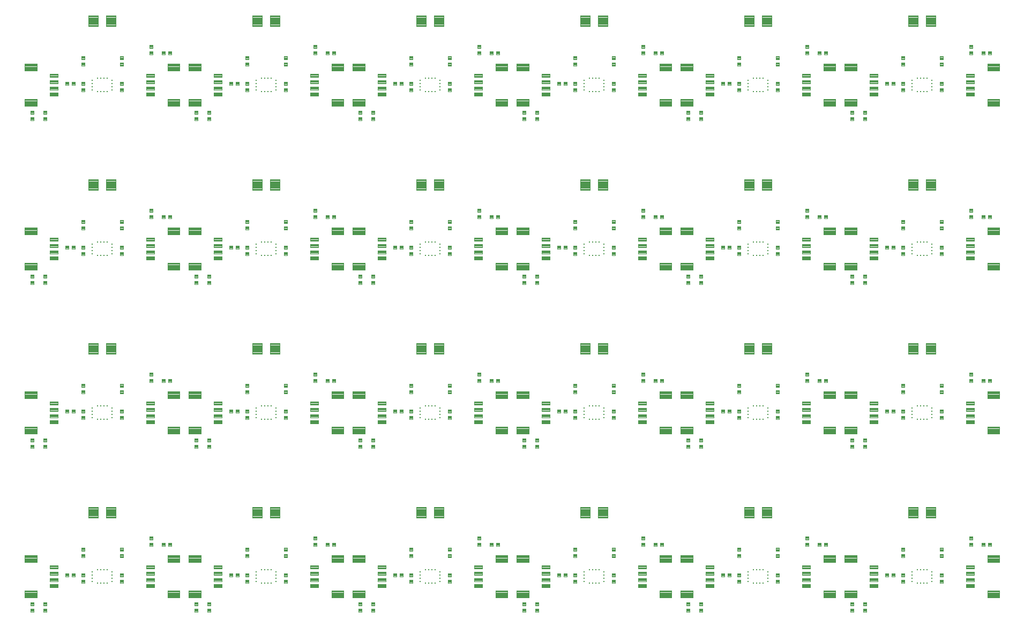
<source format=gtp>
G04 EAGLE Gerber RS-274X export*
G75*
%MOMM*%
%FSLAX34Y34*%
%LPD*%
%INSolderpaste Top*%
%IPPOS*%
%AMOC8*
5,1,8,0,0,1.08239X$1,22.5*%
G01*
%ADD10C,0.096000*%
%ADD11C,0.102000*%
%ADD12R,0.240000X0.240000*%


D10*
X249470Y104520D02*
X249470Y93480D01*
X230430Y93480D01*
X230430Y104520D01*
X249470Y104520D01*
X249470Y94392D02*
X230430Y94392D01*
X230430Y95304D02*
X249470Y95304D01*
X249470Y96216D02*
X230430Y96216D01*
X230430Y97128D02*
X249470Y97128D01*
X249470Y98040D02*
X230430Y98040D01*
X230430Y98952D02*
X249470Y98952D01*
X249470Y99864D02*
X230430Y99864D01*
X230430Y100776D02*
X249470Y100776D01*
X249470Y101688D02*
X230430Y101688D01*
X230430Y102600D02*
X249470Y102600D01*
X249470Y103512D02*
X230430Y103512D01*
X230430Y104424D02*
X249470Y104424D01*
X249470Y149480D02*
X249470Y160520D01*
X249470Y149480D02*
X230430Y149480D01*
X230430Y160520D01*
X249470Y160520D01*
X249470Y150392D02*
X230430Y150392D01*
X230430Y151304D02*
X249470Y151304D01*
X249470Y152216D02*
X230430Y152216D01*
X230430Y153128D02*
X249470Y153128D01*
X249470Y154040D02*
X230430Y154040D01*
X230430Y154952D02*
X249470Y154952D01*
X249470Y155864D02*
X230430Y155864D01*
X230430Y156776D02*
X249470Y156776D01*
X249470Y157688D02*
X230430Y157688D01*
X230430Y158600D02*
X249470Y158600D01*
X249470Y159512D02*
X230430Y159512D01*
X230430Y160424D02*
X249470Y160424D01*
D11*
X209440Y114490D02*
X209440Y109510D01*
X196960Y109510D01*
X196960Y114490D01*
X209440Y114490D01*
X209440Y110479D02*
X196960Y110479D01*
X196960Y111448D02*
X209440Y111448D01*
X209440Y112417D02*
X196960Y112417D01*
X196960Y113386D02*
X209440Y113386D01*
X209440Y114355D02*
X196960Y114355D01*
X209440Y119510D02*
X209440Y124490D01*
X209440Y119510D02*
X196960Y119510D01*
X196960Y124490D01*
X209440Y124490D01*
X209440Y120479D02*
X196960Y120479D01*
X196960Y121448D02*
X209440Y121448D01*
X209440Y122417D02*
X196960Y122417D01*
X196960Y123386D02*
X209440Y123386D01*
X209440Y124355D02*
X196960Y124355D01*
X209440Y129510D02*
X209440Y134490D01*
X209440Y129510D02*
X196960Y129510D01*
X196960Y134490D01*
X209440Y134490D01*
X209440Y130479D02*
X196960Y130479D01*
X196960Y131448D02*
X209440Y131448D01*
X209440Y132417D02*
X196960Y132417D01*
X196960Y133386D02*
X209440Y133386D01*
X209440Y134355D02*
X196960Y134355D01*
X209440Y139510D02*
X209440Y144490D01*
X209440Y139510D02*
X196960Y139510D01*
X196960Y144490D01*
X209440Y144490D01*
X209440Y140479D02*
X196960Y140479D01*
X196960Y141448D02*
X209440Y141448D01*
X209440Y142417D02*
X196960Y142417D01*
X196960Y143386D02*
X209440Y143386D01*
X209440Y144355D02*
X196960Y144355D01*
D10*
X4530Y149480D02*
X4530Y160520D01*
X23570Y160520D01*
X23570Y149480D01*
X4530Y149480D01*
X4530Y150392D02*
X23570Y150392D01*
X23570Y151304D02*
X4530Y151304D01*
X4530Y152216D02*
X23570Y152216D01*
X23570Y153128D02*
X4530Y153128D01*
X4530Y154040D02*
X23570Y154040D01*
X23570Y154952D02*
X4530Y154952D01*
X4530Y155864D02*
X23570Y155864D01*
X23570Y156776D02*
X4530Y156776D01*
X4530Y157688D02*
X23570Y157688D01*
X23570Y158600D02*
X4530Y158600D01*
X4530Y159512D02*
X23570Y159512D01*
X23570Y160424D02*
X4530Y160424D01*
X4530Y104520D02*
X4530Y93480D01*
X4530Y104520D02*
X23570Y104520D01*
X23570Y93480D01*
X4530Y93480D01*
X4530Y94392D02*
X23570Y94392D01*
X23570Y95304D02*
X4530Y95304D01*
X4530Y96216D02*
X23570Y96216D01*
X23570Y97128D02*
X4530Y97128D01*
X4530Y98040D02*
X23570Y98040D01*
X23570Y98952D02*
X4530Y98952D01*
X4530Y99864D02*
X23570Y99864D01*
X23570Y100776D02*
X4530Y100776D01*
X4530Y101688D02*
X23570Y101688D01*
X23570Y102600D02*
X4530Y102600D01*
X4530Y103512D02*
X23570Y103512D01*
X23570Y104424D02*
X4530Y104424D01*
D11*
X44560Y139510D02*
X44560Y144490D01*
X57040Y144490D01*
X57040Y139510D01*
X44560Y139510D01*
X44560Y140479D02*
X57040Y140479D01*
X57040Y141448D02*
X44560Y141448D01*
X44560Y142417D02*
X57040Y142417D01*
X57040Y143386D02*
X44560Y143386D01*
X44560Y144355D02*
X57040Y144355D01*
X44560Y134490D02*
X44560Y129510D01*
X44560Y134490D02*
X57040Y134490D01*
X57040Y129510D01*
X44560Y129510D01*
X44560Y130479D02*
X57040Y130479D01*
X57040Y131448D02*
X44560Y131448D01*
X44560Y132417D02*
X57040Y132417D01*
X57040Y133386D02*
X44560Y133386D01*
X44560Y134355D02*
X57040Y134355D01*
X44560Y124490D02*
X44560Y119510D01*
X44560Y124490D02*
X57040Y124490D01*
X57040Y119510D01*
X44560Y119510D01*
X44560Y120479D02*
X57040Y120479D01*
X57040Y121448D02*
X44560Y121448D01*
X44560Y122417D02*
X57040Y122417D01*
X57040Y123386D02*
X44560Y123386D01*
X44560Y124355D02*
X57040Y124355D01*
X44560Y114490D02*
X44560Y109510D01*
X44560Y114490D02*
X57040Y114490D01*
X57040Y109510D01*
X44560Y109510D01*
X44560Y110479D02*
X57040Y110479D01*
X57040Y111448D02*
X44560Y111448D01*
X44560Y112417D02*
X57040Y112417D01*
X57040Y113386D02*
X44560Y113386D01*
X44560Y114355D02*
X57040Y114355D01*
D12*
X111250Y119500D03*
X111250Y124500D03*
X111250Y129500D03*
X111250Y134500D03*
X119500Y137500D03*
X124500Y137500D03*
X129500Y137500D03*
X134500Y137500D03*
X142750Y134500D03*
X142750Y129500D03*
X142750Y124500D03*
X142750Y119500D03*
X134500Y116500D03*
X129500Y116500D03*
X124500Y116500D03*
X119500Y116500D03*
D11*
X34340Y86230D02*
X34340Y81250D01*
X34340Y86230D02*
X39320Y86230D01*
X39320Y81250D01*
X34340Y81250D01*
X34340Y82219D02*
X39320Y82219D01*
X39320Y83188D02*
X34340Y83188D01*
X34340Y84157D02*
X39320Y84157D01*
X39320Y85126D02*
X34340Y85126D01*
X34340Y86095D02*
X39320Y86095D01*
X34340Y76230D02*
X34340Y71250D01*
X34340Y76230D02*
X39320Y76230D01*
X39320Y71250D01*
X34340Y71250D01*
X34340Y72219D02*
X39320Y72219D01*
X39320Y73188D02*
X34340Y73188D01*
X34340Y74157D02*
X39320Y74157D01*
X39320Y75126D02*
X34340Y75126D01*
X34340Y76095D02*
X39320Y76095D01*
X14020Y81250D02*
X14020Y86230D01*
X19000Y86230D01*
X19000Y81250D01*
X14020Y81250D01*
X14020Y82219D02*
X19000Y82219D01*
X19000Y83188D02*
X14020Y83188D01*
X14020Y84157D02*
X19000Y84157D01*
X19000Y85126D02*
X14020Y85126D01*
X14020Y86095D02*
X19000Y86095D01*
X14020Y76230D02*
X14020Y71250D01*
X14020Y76230D02*
X19000Y76230D01*
X19000Y71250D01*
X14020Y71250D01*
X14020Y72219D02*
X19000Y72219D01*
X19000Y73188D02*
X14020Y73188D01*
X14020Y74157D02*
X19000Y74157D01*
X19000Y75126D02*
X14020Y75126D01*
X14020Y76095D02*
X19000Y76095D01*
X154990Y126970D02*
X154990Y131950D01*
X159970Y131950D01*
X159970Y126970D01*
X154990Y126970D01*
X154990Y127939D02*
X159970Y127939D01*
X159970Y128908D02*
X154990Y128908D01*
X154990Y129877D02*
X159970Y129877D01*
X159970Y130846D02*
X154990Y130846D01*
X154990Y131815D02*
X159970Y131815D01*
X154990Y121950D02*
X154990Y116970D01*
X154990Y121950D02*
X159970Y121950D01*
X159970Y116970D01*
X154990Y116970D01*
X154990Y117939D02*
X159970Y117939D01*
X159970Y118908D02*
X154990Y118908D01*
X154990Y119877D02*
X159970Y119877D01*
X159970Y120846D02*
X154990Y120846D01*
X154990Y121815D02*
X159970Y121815D01*
X94030Y126970D02*
X94030Y131950D01*
X99010Y131950D01*
X99010Y126970D01*
X94030Y126970D01*
X94030Y127939D02*
X99010Y127939D01*
X99010Y128908D02*
X94030Y128908D01*
X94030Y129877D02*
X99010Y129877D01*
X99010Y130846D02*
X94030Y130846D01*
X94030Y131815D02*
X99010Y131815D01*
X94030Y121950D02*
X94030Y116970D01*
X94030Y121950D02*
X99010Y121950D01*
X99010Y116970D01*
X94030Y116970D01*
X94030Y117939D02*
X99010Y117939D01*
X99010Y118908D02*
X94030Y118908D01*
X94030Y119877D02*
X99010Y119877D01*
X99010Y120846D02*
X94030Y120846D01*
X94030Y121815D02*
X99010Y121815D01*
X154990Y167356D02*
X154990Y172336D01*
X159970Y172336D01*
X159970Y167356D01*
X154990Y167356D01*
X154990Y168325D02*
X159970Y168325D01*
X159970Y169294D02*
X154990Y169294D01*
X154990Y170263D02*
X159970Y170263D01*
X159970Y171232D02*
X154990Y171232D01*
X154990Y172201D02*
X159970Y172201D01*
X154990Y162336D02*
X154990Y157356D01*
X154990Y162336D02*
X159970Y162336D01*
X159970Y157356D01*
X154990Y157356D01*
X154990Y158325D02*
X159970Y158325D01*
X159970Y159294D02*
X154990Y159294D01*
X154990Y160263D02*
X159970Y160263D01*
X159970Y161232D02*
X154990Y161232D01*
X154990Y162201D02*
X159970Y162201D01*
X94030Y167610D02*
X94030Y172590D01*
X99010Y172590D01*
X99010Y167610D01*
X94030Y167610D01*
X94030Y168579D02*
X99010Y168579D01*
X99010Y169548D02*
X94030Y169548D01*
X94030Y170517D02*
X99010Y170517D01*
X99010Y171486D02*
X94030Y171486D01*
X94030Y172455D02*
X99010Y172455D01*
X94030Y162590D02*
X94030Y157610D01*
X94030Y162590D02*
X99010Y162590D01*
X99010Y157610D01*
X94030Y157610D01*
X94030Y158579D02*
X99010Y158579D01*
X99010Y159548D02*
X94030Y159548D01*
X94030Y160517D02*
X99010Y160517D01*
X99010Y161486D02*
X94030Y161486D01*
X94030Y162455D02*
X99010Y162455D01*
X221110Y175310D02*
X226090Y175310D01*
X221110Y175310D02*
X221110Y180290D01*
X226090Y180290D01*
X226090Y175310D01*
X226090Y176279D02*
X221110Y176279D01*
X221110Y177248D02*
X226090Y177248D01*
X226090Y178217D02*
X221110Y178217D01*
X221110Y179186D02*
X226090Y179186D01*
X226090Y180155D02*
X221110Y180155D01*
X231110Y175310D02*
X236090Y175310D01*
X231110Y175310D02*
X231110Y180290D01*
X236090Y180290D01*
X236090Y175310D01*
X236090Y176279D02*
X231110Y176279D01*
X231110Y177248D02*
X236090Y177248D01*
X236090Y178217D02*
X231110Y178217D01*
X231110Y179186D02*
X236090Y179186D01*
X236090Y180155D02*
X231110Y180155D01*
X206960Y180370D02*
X206960Y175390D01*
X201980Y175390D01*
X201980Y180370D01*
X206960Y180370D01*
X206960Y176359D02*
X201980Y176359D01*
X201980Y177328D02*
X206960Y177328D01*
X206960Y178297D02*
X201980Y178297D01*
X201980Y179266D02*
X206960Y179266D01*
X206960Y180235D02*
X201980Y180235D01*
X206960Y185390D02*
X206960Y190370D01*
X206960Y185390D02*
X201980Y185390D01*
X201980Y190370D01*
X206960Y190370D01*
X206960Y186359D02*
X201980Y186359D01*
X201980Y187328D02*
X206960Y187328D01*
X206960Y188297D02*
X201980Y188297D01*
X201980Y189266D02*
X206960Y189266D01*
X206960Y190235D02*
X201980Y190235D01*
D10*
X148520Y237120D02*
X133480Y237120D01*
X148520Y237120D02*
X148520Y220080D01*
X133480Y220080D01*
X133480Y237120D01*
X133480Y220992D02*
X148520Y220992D01*
X148520Y221904D02*
X133480Y221904D01*
X133480Y222816D02*
X148520Y222816D01*
X148520Y223728D02*
X133480Y223728D01*
X133480Y224640D02*
X148520Y224640D01*
X148520Y225552D02*
X133480Y225552D01*
X133480Y226464D02*
X148520Y226464D01*
X148520Y227376D02*
X133480Y227376D01*
X133480Y228288D02*
X148520Y228288D01*
X148520Y229200D02*
X133480Y229200D01*
X133480Y230112D02*
X148520Y230112D01*
X148520Y231024D02*
X133480Y231024D01*
X133480Y231936D02*
X148520Y231936D01*
X148520Y232848D02*
X133480Y232848D01*
X133480Y233760D02*
X148520Y233760D01*
X148520Y234672D02*
X133480Y234672D01*
X133480Y235584D02*
X148520Y235584D01*
X148520Y236496D02*
X133480Y236496D01*
X120520Y237120D02*
X105480Y237120D01*
X120520Y237120D02*
X120520Y220080D01*
X105480Y220080D01*
X105480Y237120D01*
X105480Y220992D02*
X120520Y220992D01*
X120520Y221904D02*
X105480Y221904D01*
X105480Y222816D02*
X120520Y222816D01*
X120520Y223728D02*
X105480Y223728D01*
X105480Y224640D02*
X120520Y224640D01*
X120520Y225552D02*
X105480Y225552D01*
X105480Y226464D02*
X120520Y226464D01*
X120520Y227376D02*
X105480Y227376D01*
X105480Y228288D02*
X120520Y228288D01*
X120520Y229200D02*
X105480Y229200D01*
X105480Y230112D02*
X120520Y230112D01*
X120520Y231024D02*
X105480Y231024D01*
X105480Y231936D02*
X120520Y231936D01*
X120520Y232848D02*
X105480Y232848D01*
X105480Y233760D02*
X120520Y233760D01*
X120520Y234672D02*
X105480Y234672D01*
X105480Y235584D02*
X120520Y235584D01*
X120520Y236496D02*
X105480Y236496D01*
D11*
X73690Y127050D02*
X68710Y127050D01*
X68710Y132030D01*
X73690Y132030D01*
X73690Y127050D01*
X73690Y128019D02*
X68710Y128019D01*
X68710Y128988D02*
X73690Y128988D01*
X73690Y129957D02*
X68710Y129957D01*
X68710Y130926D02*
X73690Y130926D01*
X73690Y131895D02*
X68710Y131895D01*
X78710Y127050D02*
X83690Y127050D01*
X78710Y127050D02*
X78710Y132030D01*
X83690Y132030D01*
X83690Y127050D01*
X83690Y128019D02*
X78710Y128019D01*
X78710Y128988D02*
X83690Y128988D01*
X83690Y129957D02*
X78710Y129957D01*
X78710Y130926D02*
X83690Y130926D01*
X83690Y131895D02*
X78710Y131895D01*
D10*
X508550Y104520D02*
X508550Y93480D01*
X489510Y93480D01*
X489510Y104520D01*
X508550Y104520D01*
X508550Y94392D02*
X489510Y94392D01*
X489510Y95304D02*
X508550Y95304D01*
X508550Y96216D02*
X489510Y96216D01*
X489510Y97128D02*
X508550Y97128D01*
X508550Y98040D02*
X489510Y98040D01*
X489510Y98952D02*
X508550Y98952D01*
X508550Y99864D02*
X489510Y99864D01*
X489510Y100776D02*
X508550Y100776D01*
X508550Y101688D02*
X489510Y101688D01*
X489510Y102600D02*
X508550Y102600D01*
X508550Y103512D02*
X489510Y103512D01*
X489510Y104424D02*
X508550Y104424D01*
X508550Y149480D02*
X508550Y160520D01*
X508550Y149480D02*
X489510Y149480D01*
X489510Y160520D01*
X508550Y160520D01*
X508550Y150392D02*
X489510Y150392D01*
X489510Y151304D02*
X508550Y151304D01*
X508550Y152216D02*
X489510Y152216D01*
X489510Y153128D02*
X508550Y153128D01*
X508550Y154040D02*
X489510Y154040D01*
X489510Y154952D02*
X508550Y154952D01*
X508550Y155864D02*
X489510Y155864D01*
X489510Y156776D02*
X508550Y156776D01*
X508550Y157688D02*
X489510Y157688D01*
X489510Y158600D02*
X508550Y158600D01*
X508550Y159512D02*
X489510Y159512D01*
X489510Y160424D02*
X508550Y160424D01*
D11*
X468520Y114490D02*
X468520Y109510D01*
X456040Y109510D01*
X456040Y114490D01*
X468520Y114490D01*
X468520Y110479D02*
X456040Y110479D01*
X456040Y111448D02*
X468520Y111448D01*
X468520Y112417D02*
X456040Y112417D01*
X456040Y113386D02*
X468520Y113386D01*
X468520Y114355D02*
X456040Y114355D01*
X468520Y119510D02*
X468520Y124490D01*
X468520Y119510D02*
X456040Y119510D01*
X456040Y124490D01*
X468520Y124490D01*
X468520Y120479D02*
X456040Y120479D01*
X456040Y121448D02*
X468520Y121448D01*
X468520Y122417D02*
X456040Y122417D01*
X456040Y123386D02*
X468520Y123386D01*
X468520Y124355D02*
X456040Y124355D01*
X468520Y129510D02*
X468520Y134490D01*
X468520Y129510D02*
X456040Y129510D01*
X456040Y134490D01*
X468520Y134490D01*
X468520Y130479D02*
X456040Y130479D01*
X456040Y131448D02*
X468520Y131448D01*
X468520Y132417D02*
X456040Y132417D01*
X456040Y133386D02*
X468520Y133386D01*
X468520Y134355D02*
X456040Y134355D01*
X468520Y139510D02*
X468520Y144490D01*
X468520Y139510D02*
X456040Y139510D01*
X456040Y144490D01*
X468520Y144490D01*
X468520Y140479D02*
X456040Y140479D01*
X456040Y141448D02*
X468520Y141448D01*
X468520Y142417D02*
X456040Y142417D01*
X456040Y143386D02*
X468520Y143386D01*
X468520Y144355D02*
X456040Y144355D01*
D10*
X263610Y149480D02*
X263610Y160520D01*
X282650Y160520D01*
X282650Y149480D01*
X263610Y149480D01*
X263610Y150392D02*
X282650Y150392D01*
X282650Y151304D02*
X263610Y151304D01*
X263610Y152216D02*
X282650Y152216D01*
X282650Y153128D02*
X263610Y153128D01*
X263610Y154040D02*
X282650Y154040D01*
X282650Y154952D02*
X263610Y154952D01*
X263610Y155864D02*
X282650Y155864D01*
X282650Y156776D02*
X263610Y156776D01*
X263610Y157688D02*
X282650Y157688D01*
X282650Y158600D02*
X263610Y158600D01*
X263610Y159512D02*
X282650Y159512D01*
X282650Y160424D02*
X263610Y160424D01*
X263610Y104520D02*
X263610Y93480D01*
X263610Y104520D02*
X282650Y104520D01*
X282650Y93480D01*
X263610Y93480D01*
X263610Y94392D02*
X282650Y94392D01*
X282650Y95304D02*
X263610Y95304D01*
X263610Y96216D02*
X282650Y96216D01*
X282650Y97128D02*
X263610Y97128D01*
X263610Y98040D02*
X282650Y98040D01*
X282650Y98952D02*
X263610Y98952D01*
X263610Y99864D02*
X282650Y99864D01*
X282650Y100776D02*
X263610Y100776D01*
X263610Y101688D02*
X282650Y101688D01*
X282650Y102600D02*
X263610Y102600D01*
X263610Y103512D02*
X282650Y103512D01*
X282650Y104424D02*
X263610Y104424D01*
D11*
X303640Y139510D02*
X303640Y144490D01*
X316120Y144490D01*
X316120Y139510D01*
X303640Y139510D01*
X303640Y140479D02*
X316120Y140479D01*
X316120Y141448D02*
X303640Y141448D01*
X303640Y142417D02*
X316120Y142417D01*
X316120Y143386D02*
X303640Y143386D01*
X303640Y144355D02*
X316120Y144355D01*
X303640Y134490D02*
X303640Y129510D01*
X303640Y134490D02*
X316120Y134490D01*
X316120Y129510D01*
X303640Y129510D01*
X303640Y130479D02*
X316120Y130479D01*
X316120Y131448D02*
X303640Y131448D01*
X303640Y132417D02*
X316120Y132417D01*
X316120Y133386D02*
X303640Y133386D01*
X303640Y134355D02*
X316120Y134355D01*
X303640Y124490D02*
X303640Y119510D01*
X303640Y124490D02*
X316120Y124490D01*
X316120Y119510D01*
X303640Y119510D01*
X303640Y120479D02*
X316120Y120479D01*
X316120Y121448D02*
X303640Y121448D01*
X303640Y122417D02*
X316120Y122417D01*
X316120Y123386D02*
X303640Y123386D01*
X303640Y124355D02*
X316120Y124355D01*
X303640Y114490D02*
X303640Y109510D01*
X303640Y114490D02*
X316120Y114490D01*
X316120Y109510D01*
X303640Y109510D01*
X303640Y110479D02*
X316120Y110479D01*
X316120Y111448D02*
X303640Y111448D01*
X303640Y112417D02*
X316120Y112417D01*
X316120Y113386D02*
X303640Y113386D01*
X303640Y114355D02*
X316120Y114355D01*
D12*
X370330Y119500D03*
X370330Y124500D03*
X370330Y129500D03*
X370330Y134500D03*
X378580Y137500D03*
X383580Y137500D03*
X388580Y137500D03*
X393580Y137500D03*
X401830Y134500D03*
X401830Y129500D03*
X401830Y124500D03*
X401830Y119500D03*
X393580Y116500D03*
X388580Y116500D03*
X383580Y116500D03*
X378580Y116500D03*
D11*
X293420Y86230D02*
X293420Y81250D01*
X293420Y86230D02*
X298400Y86230D01*
X298400Y81250D01*
X293420Y81250D01*
X293420Y82219D02*
X298400Y82219D01*
X298400Y83188D02*
X293420Y83188D01*
X293420Y84157D02*
X298400Y84157D01*
X298400Y85126D02*
X293420Y85126D01*
X293420Y86095D02*
X298400Y86095D01*
X293420Y76230D02*
X293420Y71250D01*
X293420Y76230D02*
X298400Y76230D01*
X298400Y71250D01*
X293420Y71250D01*
X293420Y72219D02*
X298400Y72219D01*
X298400Y73188D02*
X293420Y73188D01*
X293420Y74157D02*
X298400Y74157D01*
X298400Y75126D02*
X293420Y75126D01*
X293420Y76095D02*
X298400Y76095D01*
X273100Y81250D02*
X273100Y86230D01*
X278080Y86230D01*
X278080Y81250D01*
X273100Y81250D01*
X273100Y82219D02*
X278080Y82219D01*
X278080Y83188D02*
X273100Y83188D01*
X273100Y84157D02*
X278080Y84157D01*
X278080Y85126D02*
X273100Y85126D01*
X273100Y86095D02*
X278080Y86095D01*
X273100Y76230D02*
X273100Y71250D01*
X273100Y76230D02*
X278080Y76230D01*
X278080Y71250D01*
X273100Y71250D01*
X273100Y72219D02*
X278080Y72219D01*
X278080Y73188D02*
X273100Y73188D01*
X273100Y74157D02*
X278080Y74157D01*
X278080Y75126D02*
X273100Y75126D01*
X273100Y76095D02*
X278080Y76095D01*
X414070Y126970D02*
X414070Y131950D01*
X419050Y131950D01*
X419050Y126970D01*
X414070Y126970D01*
X414070Y127939D02*
X419050Y127939D01*
X419050Y128908D02*
X414070Y128908D01*
X414070Y129877D02*
X419050Y129877D01*
X419050Y130846D02*
X414070Y130846D01*
X414070Y131815D02*
X419050Y131815D01*
X414070Y121950D02*
X414070Y116970D01*
X414070Y121950D02*
X419050Y121950D01*
X419050Y116970D01*
X414070Y116970D01*
X414070Y117939D02*
X419050Y117939D01*
X419050Y118908D02*
X414070Y118908D01*
X414070Y119877D02*
X419050Y119877D01*
X419050Y120846D02*
X414070Y120846D01*
X414070Y121815D02*
X419050Y121815D01*
X353110Y126970D02*
X353110Y131950D01*
X358090Y131950D01*
X358090Y126970D01*
X353110Y126970D01*
X353110Y127939D02*
X358090Y127939D01*
X358090Y128908D02*
X353110Y128908D01*
X353110Y129877D02*
X358090Y129877D01*
X358090Y130846D02*
X353110Y130846D01*
X353110Y131815D02*
X358090Y131815D01*
X353110Y121950D02*
X353110Y116970D01*
X353110Y121950D02*
X358090Y121950D01*
X358090Y116970D01*
X353110Y116970D01*
X353110Y117939D02*
X358090Y117939D01*
X358090Y118908D02*
X353110Y118908D01*
X353110Y119877D02*
X358090Y119877D01*
X358090Y120846D02*
X353110Y120846D01*
X353110Y121815D02*
X358090Y121815D01*
X414070Y167356D02*
X414070Y172336D01*
X419050Y172336D01*
X419050Y167356D01*
X414070Y167356D01*
X414070Y168325D02*
X419050Y168325D01*
X419050Y169294D02*
X414070Y169294D01*
X414070Y170263D02*
X419050Y170263D01*
X419050Y171232D02*
X414070Y171232D01*
X414070Y172201D02*
X419050Y172201D01*
X414070Y162336D02*
X414070Y157356D01*
X414070Y162336D02*
X419050Y162336D01*
X419050Y157356D01*
X414070Y157356D01*
X414070Y158325D02*
X419050Y158325D01*
X419050Y159294D02*
X414070Y159294D01*
X414070Y160263D02*
X419050Y160263D01*
X419050Y161232D02*
X414070Y161232D01*
X414070Y162201D02*
X419050Y162201D01*
X353110Y167610D02*
X353110Y172590D01*
X358090Y172590D01*
X358090Y167610D01*
X353110Y167610D01*
X353110Y168579D02*
X358090Y168579D01*
X358090Y169548D02*
X353110Y169548D01*
X353110Y170517D02*
X358090Y170517D01*
X358090Y171486D02*
X353110Y171486D01*
X353110Y172455D02*
X358090Y172455D01*
X353110Y162590D02*
X353110Y157610D01*
X353110Y162590D02*
X358090Y162590D01*
X358090Y157610D01*
X353110Y157610D01*
X353110Y158579D02*
X358090Y158579D01*
X358090Y159548D02*
X353110Y159548D01*
X353110Y160517D02*
X358090Y160517D01*
X358090Y161486D02*
X353110Y161486D01*
X353110Y162455D02*
X358090Y162455D01*
X480190Y175310D02*
X485170Y175310D01*
X480190Y175310D02*
X480190Y180290D01*
X485170Y180290D01*
X485170Y175310D01*
X485170Y176279D02*
X480190Y176279D01*
X480190Y177248D02*
X485170Y177248D01*
X485170Y178217D02*
X480190Y178217D01*
X480190Y179186D02*
X485170Y179186D01*
X485170Y180155D02*
X480190Y180155D01*
X490190Y175310D02*
X495170Y175310D01*
X490190Y175310D02*
X490190Y180290D01*
X495170Y180290D01*
X495170Y175310D01*
X495170Y176279D02*
X490190Y176279D01*
X490190Y177248D02*
X495170Y177248D01*
X495170Y178217D02*
X490190Y178217D01*
X490190Y179186D02*
X495170Y179186D01*
X495170Y180155D02*
X490190Y180155D01*
X466040Y180370D02*
X466040Y175390D01*
X461060Y175390D01*
X461060Y180370D01*
X466040Y180370D01*
X466040Y176359D02*
X461060Y176359D01*
X461060Y177328D02*
X466040Y177328D01*
X466040Y178297D02*
X461060Y178297D01*
X461060Y179266D02*
X466040Y179266D01*
X466040Y180235D02*
X461060Y180235D01*
X466040Y185390D02*
X466040Y190370D01*
X466040Y185390D02*
X461060Y185390D01*
X461060Y190370D01*
X466040Y190370D01*
X466040Y186359D02*
X461060Y186359D01*
X461060Y187328D02*
X466040Y187328D01*
X466040Y188297D02*
X461060Y188297D01*
X461060Y189266D02*
X466040Y189266D01*
X466040Y190235D02*
X461060Y190235D01*
D10*
X407600Y237120D02*
X392560Y237120D01*
X407600Y237120D02*
X407600Y220080D01*
X392560Y220080D01*
X392560Y237120D01*
X392560Y220992D02*
X407600Y220992D01*
X407600Y221904D02*
X392560Y221904D01*
X392560Y222816D02*
X407600Y222816D01*
X407600Y223728D02*
X392560Y223728D01*
X392560Y224640D02*
X407600Y224640D01*
X407600Y225552D02*
X392560Y225552D01*
X392560Y226464D02*
X407600Y226464D01*
X407600Y227376D02*
X392560Y227376D01*
X392560Y228288D02*
X407600Y228288D01*
X407600Y229200D02*
X392560Y229200D01*
X392560Y230112D02*
X407600Y230112D01*
X407600Y231024D02*
X392560Y231024D01*
X392560Y231936D02*
X407600Y231936D01*
X407600Y232848D02*
X392560Y232848D01*
X392560Y233760D02*
X407600Y233760D01*
X407600Y234672D02*
X392560Y234672D01*
X392560Y235584D02*
X407600Y235584D01*
X407600Y236496D02*
X392560Y236496D01*
X379600Y237120D02*
X364560Y237120D01*
X379600Y237120D02*
X379600Y220080D01*
X364560Y220080D01*
X364560Y237120D01*
X364560Y220992D02*
X379600Y220992D01*
X379600Y221904D02*
X364560Y221904D01*
X364560Y222816D02*
X379600Y222816D01*
X379600Y223728D02*
X364560Y223728D01*
X364560Y224640D02*
X379600Y224640D01*
X379600Y225552D02*
X364560Y225552D01*
X364560Y226464D02*
X379600Y226464D01*
X379600Y227376D02*
X364560Y227376D01*
X364560Y228288D02*
X379600Y228288D01*
X379600Y229200D02*
X364560Y229200D01*
X364560Y230112D02*
X379600Y230112D01*
X379600Y231024D02*
X364560Y231024D01*
X364560Y231936D02*
X379600Y231936D01*
X379600Y232848D02*
X364560Y232848D01*
X364560Y233760D02*
X379600Y233760D01*
X379600Y234672D02*
X364560Y234672D01*
X364560Y235584D02*
X379600Y235584D01*
X379600Y236496D02*
X364560Y236496D01*
D11*
X332770Y127050D02*
X327790Y127050D01*
X327790Y132030D01*
X332770Y132030D01*
X332770Y127050D01*
X332770Y128019D02*
X327790Y128019D01*
X327790Y128988D02*
X332770Y128988D01*
X332770Y129957D02*
X327790Y129957D01*
X327790Y130926D02*
X332770Y130926D01*
X332770Y131895D02*
X327790Y131895D01*
X337790Y127050D02*
X342770Y127050D01*
X337790Y127050D02*
X337790Y132030D01*
X342770Y132030D01*
X342770Y127050D01*
X342770Y128019D02*
X337790Y128019D01*
X337790Y128988D02*
X342770Y128988D01*
X342770Y129957D02*
X337790Y129957D01*
X337790Y130926D02*
X342770Y130926D01*
X342770Y131895D02*
X337790Y131895D01*
D10*
X767630Y104520D02*
X767630Y93480D01*
X748590Y93480D01*
X748590Y104520D01*
X767630Y104520D01*
X767630Y94392D02*
X748590Y94392D01*
X748590Y95304D02*
X767630Y95304D01*
X767630Y96216D02*
X748590Y96216D01*
X748590Y97128D02*
X767630Y97128D01*
X767630Y98040D02*
X748590Y98040D01*
X748590Y98952D02*
X767630Y98952D01*
X767630Y99864D02*
X748590Y99864D01*
X748590Y100776D02*
X767630Y100776D01*
X767630Y101688D02*
X748590Y101688D01*
X748590Y102600D02*
X767630Y102600D01*
X767630Y103512D02*
X748590Y103512D01*
X748590Y104424D02*
X767630Y104424D01*
X767630Y149480D02*
X767630Y160520D01*
X767630Y149480D02*
X748590Y149480D01*
X748590Y160520D01*
X767630Y160520D01*
X767630Y150392D02*
X748590Y150392D01*
X748590Y151304D02*
X767630Y151304D01*
X767630Y152216D02*
X748590Y152216D01*
X748590Y153128D02*
X767630Y153128D01*
X767630Y154040D02*
X748590Y154040D01*
X748590Y154952D02*
X767630Y154952D01*
X767630Y155864D02*
X748590Y155864D01*
X748590Y156776D02*
X767630Y156776D01*
X767630Y157688D02*
X748590Y157688D01*
X748590Y158600D02*
X767630Y158600D01*
X767630Y159512D02*
X748590Y159512D01*
X748590Y160424D02*
X767630Y160424D01*
D11*
X727600Y114490D02*
X727600Y109510D01*
X715120Y109510D01*
X715120Y114490D01*
X727600Y114490D01*
X727600Y110479D02*
X715120Y110479D01*
X715120Y111448D02*
X727600Y111448D01*
X727600Y112417D02*
X715120Y112417D01*
X715120Y113386D02*
X727600Y113386D01*
X727600Y114355D02*
X715120Y114355D01*
X727600Y119510D02*
X727600Y124490D01*
X727600Y119510D02*
X715120Y119510D01*
X715120Y124490D01*
X727600Y124490D01*
X727600Y120479D02*
X715120Y120479D01*
X715120Y121448D02*
X727600Y121448D01*
X727600Y122417D02*
X715120Y122417D01*
X715120Y123386D02*
X727600Y123386D01*
X727600Y124355D02*
X715120Y124355D01*
X727600Y129510D02*
X727600Y134490D01*
X727600Y129510D02*
X715120Y129510D01*
X715120Y134490D01*
X727600Y134490D01*
X727600Y130479D02*
X715120Y130479D01*
X715120Y131448D02*
X727600Y131448D01*
X727600Y132417D02*
X715120Y132417D01*
X715120Y133386D02*
X727600Y133386D01*
X727600Y134355D02*
X715120Y134355D01*
X727600Y139510D02*
X727600Y144490D01*
X727600Y139510D02*
X715120Y139510D01*
X715120Y144490D01*
X727600Y144490D01*
X727600Y140479D02*
X715120Y140479D01*
X715120Y141448D02*
X727600Y141448D01*
X727600Y142417D02*
X715120Y142417D01*
X715120Y143386D02*
X727600Y143386D01*
X727600Y144355D02*
X715120Y144355D01*
D10*
X522690Y149480D02*
X522690Y160520D01*
X541730Y160520D01*
X541730Y149480D01*
X522690Y149480D01*
X522690Y150392D02*
X541730Y150392D01*
X541730Y151304D02*
X522690Y151304D01*
X522690Y152216D02*
X541730Y152216D01*
X541730Y153128D02*
X522690Y153128D01*
X522690Y154040D02*
X541730Y154040D01*
X541730Y154952D02*
X522690Y154952D01*
X522690Y155864D02*
X541730Y155864D01*
X541730Y156776D02*
X522690Y156776D01*
X522690Y157688D02*
X541730Y157688D01*
X541730Y158600D02*
X522690Y158600D01*
X522690Y159512D02*
X541730Y159512D01*
X541730Y160424D02*
X522690Y160424D01*
X522690Y104520D02*
X522690Y93480D01*
X522690Y104520D02*
X541730Y104520D01*
X541730Y93480D01*
X522690Y93480D01*
X522690Y94392D02*
X541730Y94392D01*
X541730Y95304D02*
X522690Y95304D01*
X522690Y96216D02*
X541730Y96216D01*
X541730Y97128D02*
X522690Y97128D01*
X522690Y98040D02*
X541730Y98040D01*
X541730Y98952D02*
X522690Y98952D01*
X522690Y99864D02*
X541730Y99864D01*
X541730Y100776D02*
X522690Y100776D01*
X522690Y101688D02*
X541730Y101688D01*
X541730Y102600D02*
X522690Y102600D01*
X522690Y103512D02*
X541730Y103512D01*
X541730Y104424D02*
X522690Y104424D01*
D11*
X562720Y139510D02*
X562720Y144490D01*
X575200Y144490D01*
X575200Y139510D01*
X562720Y139510D01*
X562720Y140479D02*
X575200Y140479D01*
X575200Y141448D02*
X562720Y141448D01*
X562720Y142417D02*
X575200Y142417D01*
X575200Y143386D02*
X562720Y143386D01*
X562720Y144355D02*
X575200Y144355D01*
X562720Y134490D02*
X562720Y129510D01*
X562720Y134490D02*
X575200Y134490D01*
X575200Y129510D01*
X562720Y129510D01*
X562720Y130479D02*
X575200Y130479D01*
X575200Y131448D02*
X562720Y131448D01*
X562720Y132417D02*
X575200Y132417D01*
X575200Y133386D02*
X562720Y133386D01*
X562720Y134355D02*
X575200Y134355D01*
X562720Y124490D02*
X562720Y119510D01*
X562720Y124490D02*
X575200Y124490D01*
X575200Y119510D01*
X562720Y119510D01*
X562720Y120479D02*
X575200Y120479D01*
X575200Y121448D02*
X562720Y121448D01*
X562720Y122417D02*
X575200Y122417D01*
X575200Y123386D02*
X562720Y123386D01*
X562720Y124355D02*
X575200Y124355D01*
X562720Y114490D02*
X562720Y109510D01*
X562720Y114490D02*
X575200Y114490D01*
X575200Y109510D01*
X562720Y109510D01*
X562720Y110479D02*
X575200Y110479D01*
X575200Y111448D02*
X562720Y111448D01*
X562720Y112417D02*
X575200Y112417D01*
X575200Y113386D02*
X562720Y113386D01*
X562720Y114355D02*
X575200Y114355D01*
D12*
X629410Y119500D03*
X629410Y124500D03*
X629410Y129500D03*
X629410Y134500D03*
X637660Y137500D03*
X642660Y137500D03*
X647660Y137500D03*
X652660Y137500D03*
X660910Y134500D03*
X660910Y129500D03*
X660910Y124500D03*
X660910Y119500D03*
X652660Y116500D03*
X647660Y116500D03*
X642660Y116500D03*
X637660Y116500D03*
D11*
X552500Y86230D02*
X552500Y81250D01*
X552500Y86230D02*
X557480Y86230D01*
X557480Y81250D01*
X552500Y81250D01*
X552500Y82219D02*
X557480Y82219D01*
X557480Y83188D02*
X552500Y83188D01*
X552500Y84157D02*
X557480Y84157D01*
X557480Y85126D02*
X552500Y85126D01*
X552500Y86095D02*
X557480Y86095D01*
X552500Y76230D02*
X552500Y71250D01*
X552500Y76230D02*
X557480Y76230D01*
X557480Y71250D01*
X552500Y71250D01*
X552500Y72219D02*
X557480Y72219D01*
X557480Y73188D02*
X552500Y73188D01*
X552500Y74157D02*
X557480Y74157D01*
X557480Y75126D02*
X552500Y75126D01*
X552500Y76095D02*
X557480Y76095D01*
X532180Y81250D02*
X532180Y86230D01*
X537160Y86230D01*
X537160Y81250D01*
X532180Y81250D01*
X532180Y82219D02*
X537160Y82219D01*
X537160Y83188D02*
X532180Y83188D01*
X532180Y84157D02*
X537160Y84157D01*
X537160Y85126D02*
X532180Y85126D01*
X532180Y86095D02*
X537160Y86095D01*
X532180Y76230D02*
X532180Y71250D01*
X532180Y76230D02*
X537160Y76230D01*
X537160Y71250D01*
X532180Y71250D01*
X532180Y72219D02*
X537160Y72219D01*
X537160Y73188D02*
X532180Y73188D01*
X532180Y74157D02*
X537160Y74157D01*
X537160Y75126D02*
X532180Y75126D01*
X532180Y76095D02*
X537160Y76095D01*
X673150Y126970D02*
X673150Y131950D01*
X678130Y131950D01*
X678130Y126970D01*
X673150Y126970D01*
X673150Y127939D02*
X678130Y127939D01*
X678130Y128908D02*
X673150Y128908D01*
X673150Y129877D02*
X678130Y129877D01*
X678130Y130846D02*
X673150Y130846D01*
X673150Y131815D02*
X678130Y131815D01*
X673150Y121950D02*
X673150Y116970D01*
X673150Y121950D02*
X678130Y121950D01*
X678130Y116970D01*
X673150Y116970D01*
X673150Y117939D02*
X678130Y117939D01*
X678130Y118908D02*
X673150Y118908D01*
X673150Y119877D02*
X678130Y119877D01*
X678130Y120846D02*
X673150Y120846D01*
X673150Y121815D02*
X678130Y121815D01*
X612190Y126970D02*
X612190Y131950D01*
X617170Y131950D01*
X617170Y126970D01*
X612190Y126970D01*
X612190Y127939D02*
X617170Y127939D01*
X617170Y128908D02*
X612190Y128908D01*
X612190Y129877D02*
X617170Y129877D01*
X617170Y130846D02*
X612190Y130846D01*
X612190Y131815D02*
X617170Y131815D01*
X612190Y121950D02*
X612190Y116970D01*
X612190Y121950D02*
X617170Y121950D01*
X617170Y116970D01*
X612190Y116970D01*
X612190Y117939D02*
X617170Y117939D01*
X617170Y118908D02*
X612190Y118908D01*
X612190Y119877D02*
X617170Y119877D01*
X617170Y120846D02*
X612190Y120846D01*
X612190Y121815D02*
X617170Y121815D01*
X673150Y167356D02*
X673150Y172336D01*
X678130Y172336D01*
X678130Y167356D01*
X673150Y167356D01*
X673150Y168325D02*
X678130Y168325D01*
X678130Y169294D02*
X673150Y169294D01*
X673150Y170263D02*
X678130Y170263D01*
X678130Y171232D02*
X673150Y171232D01*
X673150Y172201D02*
X678130Y172201D01*
X673150Y162336D02*
X673150Y157356D01*
X673150Y162336D02*
X678130Y162336D01*
X678130Y157356D01*
X673150Y157356D01*
X673150Y158325D02*
X678130Y158325D01*
X678130Y159294D02*
X673150Y159294D01*
X673150Y160263D02*
X678130Y160263D01*
X678130Y161232D02*
X673150Y161232D01*
X673150Y162201D02*
X678130Y162201D01*
X612190Y167610D02*
X612190Y172590D01*
X617170Y172590D01*
X617170Y167610D01*
X612190Y167610D01*
X612190Y168579D02*
X617170Y168579D01*
X617170Y169548D02*
X612190Y169548D01*
X612190Y170517D02*
X617170Y170517D01*
X617170Y171486D02*
X612190Y171486D01*
X612190Y172455D02*
X617170Y172455D01*
X612190Y162590D02*
X612190Y157610D01*
X612190Y162590D02*
X617170Y162590D01*
X617170Y157610D01*
X612190Y157610D01*
X612190Y158579D02*
X617170Y158579D01*
X617170Y159548D02*
X612190Y159548D01*
X612190Y160517D02*
X617170Y160517D01*
X617170Y161486D02*
X612190Y161486D01*
X612190Y162455D02*
X617170Y162455D01*
X739270Y175310D02*
X744250Y175310D01*
X739270Y175310D02*
X739270Y180290D01*
X744250Y180290D01*
X744250Y175310D01*
X744250Y176279D02*
X739270Y176279D01*
X739270Y177248D02*
X744250Y177248D01*
X744250Y178217D02*
X739270Y178217D01*
X739270Y179186D02*
X744250Y179186D01*
X744250Y180155D02*
X739270Y180155D01*
X749270Y175310D02*
X754250Y175310D01*
X749270Y175310D02*
X749270Y180290D01*
X754250Y180290D01*
X754250Y175310D01*
X754250Y176279D02*
X749270Y176279D01*
X749270Y177248D02*
X754250Y177248D01*
X754250Y178217D02*
X749270Y178217D01*
X749270Y179186D02*
X754250Y179186D01*
X754250Y180155D02*
X749270Y180155D01*
X725120Y180370D02*
X725120Y175390D01*
X720140Y175390D01*
X720140Y180370D01*
X725120Y180370D01*
X725120Y176359D02*
X720140Y176359D01*
X720140Y177328D02*
X725120Y177328D01*
X725120Y178297D02*
X720140Y178297D01*
X720140Y179266D02*
X725120Y179266D01*
X725120Y180235D02*
X720140Y180235D01*
X725120Y185390D02*
X725120Y190370D01*
X725120Y185390D02*
X720140Y185390D01*
X720140Y190370D01*
X725120Y190370D01*
X725120Y186359D02*
X720140Y186359D01*
X720140Y187328D02*
X725120Y187328D01*
X725120Y188297D02*
X720140Y188297D01*
X720140Y189266D02*
X725120Y189266D01*
X725120Y190235D02*
X720140Y190235D01*
D10*
X666680Y237120D02*
X651640Y237120D01*
X666680Y237120D02*
X666680Y220080D01*
X651640Y220080D01*
X651640Y237120D01*
X651640Y220992D02*
X666680Y220992D01*
X666680Y221904D02*
X651640Y221904D01*
X651640Y222816D02*
X666680Y222816D01*
X666680Y223728D02*
X651640Y223728D01*
X651640Y224640D02*
X666680Y224640D01*
X666680Y225552D02*
X651640Y225552D01*
X651640Y226464D02*
X666680Y226464D01*
X666680Y227376D02*
X651640Y227376D01*
X651640Y228288D02*
X666680Y228288D01*
X666680Y229200D02*
X651640Y229200D01*
X651640Y230112D02*
X666680Y230112D01*
X666680Y231024D02*
X651640Y231024D01*
X651640Y231936D02*
X666680Y231936D01*
X666680Y232848D02*
X651640Y232848D01*
X651640Y233760D02*
X666680Y233760D01*
X666680Y234672D02*
X651640Y234672D01*
X651640Y235584D02*
X666680Y235584D01*
X666680Y236496D02*
X651640Y236496D01*
X638680Y237120D02*
X623640Y237120D01*
X638680Y237120D02*
X638680Y220080D01*
X623640Y220080D01*
X623640Y237120D01*
X623640Y220992D02*
X638680Y220992D01*
X638680Y221904D02*
X623640Y221904D01*
X623640Y222816D02*
X638680Y222816D01*
X638680Y223728D02*
X623640Y223728D01*
X623640Y224640D02*
X638680Y224640D01*
X638680Y225552D02*
X623640Y225552D01*
X623640Y226464D02*
X638680Y226464D01*
X638680Y227376D02*
X623640Y227376D01*
X623640Y228288D02*
X638680Y228288D01*
X638680Y229200D02*
X623640Y229200D01*
X623640Y230112D02*
X638680Y230112D01*
X638680Y231024D02*
X623640Y231024D01*
X623640Y231936D02*
X638680Y231936D01*
X638680Y232848D02*
X623640Y232848D01*
X623640Y233760D02*
X638680Y233760D01*
X638680Y234672D02*
X623640Y234672D01*
X623640Y235584D02*
X638680Y235584D01*
X638680Y236496D02*
X623640Y236496D01*
D11*
X591850Y127050D02*
X586870Y127050D01*
X586870Y132030D01*
X591850Y132030D01*
X591850Y127050D01*
X591850Y128019D02*
X586870Y128019D01*
X586870Y128988D02*
X591850Y128988D01*
X591850Y129957D02*
X586870Y129957D01*
X586870Y130926D02*
X591850Y130926D01*
X591850Y131895D02*
X586870Y131895D01*
X596870Y127050D02*
X601850Y127050D01*
X596870Y127050D02*
X596870Y132030D01*
X601850Y132030D01*
X601850Y127050D01*
X601850Y128019D02*
X596870Y128019D01*
X596870Y128988D02*
X601850Y128988D01*
X601850Y129957D02*
X596870Y129957D01*
X596870Y130926D02*
X601850Y130926D01*
X601850Y131895D02*
X596870Y131895D01*
D10*
X1026710Y104520D02*
X1026710Y93480D01*
X1007670Y93480D01*
X1007670Y104520D01*
X1026710Y104520D01*
X1026710Y94392D02*
X1007670Y94392D01*
X1007670Y95304D02*
X1026710Y95304D01*
X1026710Y96216D02*
X1007670Y96216D01*
X1007670Y97128D02*
X1026710Y97128D01*
X1026710Y98040D02*
X1007670Y98040D01*
X1007670Y98952D02*
X1026710Y98952D01*
X1026710Y99864D02*
X1007670Y99864D01*
X1007670Y100776D02*
X1026710Y100776D01*
X1026710Y101688D02*
X1007670Y101688D01*
X1007670Y102600D02*
X1026710Y102600D01*
X1026710Y103512D02*
X1007670Y103512D01*
X1007670Y104424D02*
X1026710Y104424D01*
X1026710Y149480D02*
X1026710Y160520D01*
X1026710Y149480D02*
X1007670Y149480D01*
X1007670Y160520D01*
X1026710Y160520D01*
X1026710Y150392D02*
X1007670Y150392D01*
X1007670Y151304D02*
X1026710Y151304D01*
X1026710Y152216D02*
X1007670Y152216D01*
X1007670Y153128D02*
X1026710Y153128D01*
X1026710Y154040D02*
X1007670Y154040D01*
X1007670Y154952D02*
X1026710Y154952D01*
X1026710Y155864D02*
X1007670Y155864D01*
X1007670Y156776D02*
X1026710Y156776D01*
X1026710Y157688D02*
X1007670Y157688D01*
X1007670Y158600D02*
X1026710Y158600D01*
X1026710Y159512D02*
X1007670Y159512D01*
X1007670Y160424D02*
X1026710Y160424D01*
D11*
X986680Y114490D02*
X986680Y109510D01*
X974200Y109510D01*
X974200Y114490D01*
X986680Y114490D01*
X986680Y110479D02*
X974200Y110479D01*
X974200Y111448D02*
X986680Y111448D01*
X986680Y112417D02*
X974200Y112417D01*
X974200Y113386D02*
X986680Y113386D01*
X986680Y114355D02*
X974200Y114355D01*
X986680Y119510D02*
X986680Y124490D01*
X986680Y119510D02*
X974200Y119510D01*
X974200Y124490D01*
X986680Y124490D01*
X986680Y120479D02*
X974200Y120479D01*
X974200Y121448D02*
X986680Y121448D01*
X986680Y122417D02*
X974200Y122417D01*
X974200Y123386D02*
X986680Y123386D01*
X986680Y124355D02*
X974200Y124355D01*
X986680Y129510D02*
X986680Y134490D01*
X986680Y129510D02*
X974200Y129510D01*
X974200Y134490D01*
X986680Y134490D01*
X986680Y130479D02*
X974200Y130479D01*
X974200Y131448D02*
X986680Y131448D01*
X986680Y132417D02*
X974200Y132417D01*
X974200Y133386D02*
X986680Y133386D01*
X986680Y134355D02*
X974200Y134355D01*
X986680Y139510D02*
X986680Y144490D01*
X986680Y139510D02*
X974200Y139510D01*
X974200Y144490D01*
X986680Y144490D01*
X986680Y140479D02*
X974200Y140479D01*
X974200Y141448D02*
X986680Y141448D01*
X986680Y142417D02*
X974200Y142417D01*
X974200Y143386D02*
X986680Y143386D01*
X986680Y144355D02*
X974200Y144355D01*
D10*
X781770Y149480D02*
X781770Y160520D01*
X800810Y160520D01*
X800810Y149480D01*
X781770Y149480D01*
X781770Y150392D02*
X800810Y150392D01*
X800810Y151304D02*
X781770Y151304D01*
X781770Y152216D02*
X800810Y152216D01*
X800810Y153128D02*
X781770Y153128D01*
X781770Y154040D02*
X800810Y154040D01*
X800810Y154952D02*
X781770Y154952D01*
X781770Y155864D02*
X800810Y155864D01*
X800810Y156776D02*
X781770Y156776D01*
X781770Y157688D02*
X800810Y157688D01*
X800810Y158600D02*
X781770Y158600D01*
X781770Y159512D02*
X800810Y159512D01*
X800810Y160424D02*
X781770Y160424D01*
X781770Y104520D02*
X781770Y93480D01*
X781770Y104520D02*
X800810Y104520D01*
X800810Y93480D01*
X781770Y93480D01*
X781770Y94392D02*
X800810Y94392D01*
X800810Y95304D02*
X781770Y95304D01*
X781770Y96216D02*
X800810Y96216D01*
X800810Y97128D02*
X781770Y97128D01*
X781770Y98040D02*
X800810Y98040D01*
X800810Y98952D02*
X781770Y98952D01*
X781770Y99864D02*
X800810Y99864D01*
X800810Y100776D02*
X781770Y100776D01*
X781770Y101688D02*
X800810Y101688D01*
X800810Y102600D02*
X781770Y102600D01*
X781770Y103512D02*
X800810Y103512D01*
X800810Y104424D02*
X781770Y104424D01*
D11*
X821800Y139510D02*
X821800Y144490D01*
X834280Y144490D01*
X834280Y139510D01*
X821800Y139510D01*
X821800Y140479D02*
X834280Y140479D01*
X834280Y141448D02*
X821800Y141448D01*
X821800Y142417D02*
X834280Y142417D01*
X834280Y143386D02*
X821800Y143386D01*
X821800Y144355D02*
X834280Y144355D01*
X821800Y134490D02*
X821800Y129510D01*
X821800Y134490D02*
X834280Y134490D01*
X834280Y129510D01*
X821800Y129510D01*
X821800Y130479D02*
X834280Y130479D01*
X834280Y131448D02*
X821800Y131448D01*
X821800Y132417D02*
X834280Y132417D01*
X834280Y133386D02*
X821800Y133386D01*
X821800Y134355D02*
X834280Y134355D01*
X821800Y124490D02*
X821800Y119510D01*
X821800Y124490D02*
X834280Y124490D01*
X834280Y119510D01*
X821800Y119510D01*
X821800Y120479D02*
X834280Y120479D01*
X834280Y121448D02*
X821800Y121448D01*
X821800Y122417D02*
X834280Y122417D01*
X834280Y123386D02*
X821800Y123386D01*
X821800Y124355D02*
X834280Y124355D01*
X821800Y114490D02*
X821800Y109510D01*
X821800Y114490D02*
X834280Y114490D01*
X834280Y109510D01*
X821800Y109510D01*
X821800Y110479D02*
X834280Y110479D01*
X834280Y111448D02*
X821800Y111448D01*
X821800Y112417D02*
X834280Y112417D01*
X834280Y113386D02*
X821800Y113386D01*
X821800Y114355D02*
X834280Y114355D01*
D12*
X888490Y119500D03*
X888490Y124500D03*
X888490Y129500D03*
X888490Y134500D03*
X896740Y137500D03*
X901740Y137500D03*
X906740Y137500D03*
X911740Y137500D03*
X919990Y134500D03*
X919990Y129500D03*
X919990Y124500D03*
X919990Y119500D03*
X911740Y116500D03*
X906740Y116500D03*
X901740Y116500D03*
X896740Y116500D03*
D11*
X811580Y86230D02*
X811580Y81250D01*
X811580Y86230D02*
X816560Y86230D01*
X816560Y81250D01*
X811580Y81250D01*
X811580Y82219D02*
X816560Y82219D01*
X816560Y83188D02*
X811580Y83188D01*
X811580Y84157D02*
X816560Y84157D01*
X816560Y85126D02*
X811580Y85126D01*
X811580Y86095D02*
X816560Y86095D01*
X811580Y76230D02*
X811580Y71250D01*
X811580Y76230D02*
X816560Y76230D01*
X816560Y71250D01*
X811580Y71250D01*
X811580Y72219D02*
X816560Y72219D01*
X816560Y73188D02*
X811580Y73188D01*
X811580Y74157D02*
X816560Y74157D01*
X816560Y75126D02*
X811580Y75126D01*
X811580Y76095D02*
X816560Y76095D01*
X791260Y81250D02*
X791260Y86230D01*
X796240Y86230D01*
X796240Y81250D01*
X791260Y81250D01*
X791260Y82219D02*
X796240Y82219D01*
X796240Y83188D02*
X791260Y83188D01*
X791260Y84157D02*
X796240Y84157D01*
X796240Y85126D02*
X791260Y85126D01*
X791260Y86095D02*
X796240Y86095D01*
X791260Y76230D02*
X791260Y71250D01*
X791260Y76230D02*
X796240Y76230D01*
X796240Y71250D01*
X791260Y71250D01*
X791260Y72219D02*
X796240Y72219D01*
X796240Y73188D02*
X791260Y73188D01*
X791260Y74157D02*
X796240Y74157D01*
X796240Y75126D02*
X791260Y75126D01*
X791260Y76095D02*
X796240Y76095D01*
X932230Y126970D02*
X932230Y131950D01*
X937210Y131950D01*
X937210Y126970D01*
X932230Y126970D01*
X932230Y127939D02*
X937210Y127939D01*
X937210Y128908D02*
X932230Y128908D01*
X932230Y129877D02*
X937210Y129877D01*
X937210Y130846D02*
X932230Y130846D01*
X932230Y131815D02*
X937210Y131815D01*
X932230Y121950D02*
X932230Y116970D01*
X932230Y121950D02*
X937210Y121950D01*
X937210Y116970D01*
X932230Y116970D01*
X932230Y117939D02*
X937210Y117939D01*
X937210Y118908D02*
X932230Y118908D01*
X932230Y119877D02*
X937210Y119877D01*
X937210Y120846D02*
X932230Y120846D01*
X932230Y121815D02*
X937210Y121815D01*
X871270Y126970D02*
X871270Y131950D01*
X876250Y131950D01*
X876250Y126970D01*
X871270Y126970D01*
X871270Y127939D02*
X876250Y127939D01*
X876250Y128908D02*
X871270Y128908D01*
X871270Y129877D02*
X876250Y129877D01*
X876250Y130846D02*
X871270Y130846D01*
X871270Y131815D02*
X876250Y131815D01*
X871270Y121950D02*
X871270Y116970D01*
X871270Y121950D02*
X876250Y121950D01*
X876250Y116970D01*
X871270Y116970D01*
X871270Y117939D02*
X876250Y117939D01*
X876250Y118908D02*
X871270Y118908D01*
X871270Y119877D02*
X876250Y119877D01*
X876250Y120846D02*
X871270Y120846D01*
X871270Y121815D02*
X876250Y121815D01*
X932230Y167356D02*
X932230Y172336D01*
X937210Y172336D01*
X937210Y167356D01*
X932230Y167356D01*
X932230Y168325D02*
X937210Y168325D01*
X937210Y169294D02*
X932230Y169294D01*
X932230Y170263D02*
X937210Y170263D01*
X937210Y171232D02*
X932230Y171232D01*
X932230Y172201D02*
X937210Y172201D01*
X932230Y162336D02*
X932230Y157356D01*
X932230Y162336D02*
X937210Y162336D01*
X937210Y157356D01*
X932230Y157356D01*
X932230Y158325D02*
X937210Y158325D01*
X937210Y159294D02*
X932230Y159294D01*
X932230Y160263D02*
X937210Y160263D01*
X937210Y161232D02*
X932230Y161232D01*
X932230Y162201D02*
X937210Y162201D01*
X871270Y167610D02*
X871270Y172590D01*
X876250Y172590D01*
X876250Y167610D01*
X871270Y167610D01*
X871270Y168579D02*
X876250Y168579D01*
X876250Y169548D02*
X871270Y169548D01*
X871270Y170517D02*
X876250Y170517D01*
X876250Y171486D02*
X871270Y171486D01*
X871270Y172455D02*
X876250Y172455D01*
X871270Y162590D02*
X871270Y157610D01*
X871270Y162590D02*
X876250Y162590D01*
X876250Y157610D01*
X871270Y157610D01*
X871270Y158579D02*
X876250Y158579D01*
X876250Y159548D02*
X871270Y159548D01*
X871270Y160517D02*
X876250Y160517D01*
X876250Y161486D02*
X871270Y161486D01*
X871270Y162455D02*
X876250Y162455D01*
X998350Y175310D02*
X1003330Y175310D01*
X998350Y175310D02*
X998350Y180290D01*
X1003330Y180290D01*
X1003330Y175310D01*
X1003330Y176279D02*
X998350Y176279D01*
X998350Y177248D02*
X1003330Y177248D01*
X1003330Y178217D02*
X998350Y178217D01*
X998350Y179186D02*
X1003330Y179186D01*
X1003330Y180155D02*
X998350Y180155D01*
X1008350Y175310D02*
X1013330Y175310D01*
X1008350Y175310D02*
X1008350Y180290D01*
X1013330Y180290D01*
X1013330Y175310D01*
X1013330Y176279D02*
X1008350Y176279D01*
X1008350Y177248D02*
X1013330Y177248D01*
X1013330Y178217D02*
X1008350Y178217D01*
X1008350Y179186D02*
X1013330Y179186D01*
X1013330Y180155D02*
X1008350Y180155D01*
X984200Y180370D02*
X984200Y175390D01*
X979220Y175390D01*
X979220Y180370D01*
X984200Y180370D01*
X984200Y176359D02*
X979220Y176359D01*
X979220Y177328D02*
X984200Y177328D01*
X984200Y178297D02*
X979220Y178297D01*
X979220Y179266D02*
X984200Y179266D01*
X984200Y180235D02*
X979220Y180235D01*
X984200Y185390D02*
X984200Y190370D01*
X984200Y185390D02*
X979220Y185390D01*
X979220Y190370D01*
X984200Y190370D01*
X984200Y186359D02*
X979220Y186359D01*
X979220Y187328D02*
X984200Y187328D01*
X984200Y188297D02*
X979220Y188297D01*
X979220Y189266D02*
X984200Y189266D01*
X984200Y190235D02*
X979220Y190235D01*
D10*
X925760Y237120D02*
X910720Y237120D01*
X925760Y237120D02*
X925760Y220080D01*
X910720Y220080D01*
X910720Y237120D01*
X910720Y220992D02*
X925760Y220992D01*
X925760Y221904D02*
X910720Y221904D01*
X910720Y222816D02*
X925760Y222816D01*
X925760Y223728D02*
X910720Y223728D01*
X910720Y224640D02*
X925760Y224640D01*
X925760Y225552D02*
X910720Y225552D01*
X910720Y226464D02*
X925760Y226464D01*
X925760Y227376D02*
X910720Y227376D01*
X910720Y228288D02*
X925760Y228288D01*
X925760Y229200D02*
X910720Y229200D01*
X910720Y230112D02*
X925760Y230112D01*
X925760Y231024D02*
X910720Y231024D01*
X910720Y231936D02*
X925760Y231936D01*
X925760Y232848D02*
X910720Y232848D01*
X910720Y233760D02*
X925760Y233760D01*
X925760Y234672D02*
X910720Y234672D01*
X910720Y235584D02*
X925760Y235584D01*
X925760Y236496D02*
X910720Y236496D01*
X897760Y237120D02*
X882720Y237120D01*
X897760Y237120D02*
X897760Y220080D01*
X882720Y220080D01*
X882720Y237120D01*
X882720Y220992D02*
X897760Y220992D01*
X897760Y221904D02*
X882720Y221904D01*
X882720Y222816D02*
X897760Y222816D01*
X897760Y223728D02*
X882720Y223728D01*
X882720Y224640D02*
X897760Y224640D01*
X897760Y225552D02*
X882720Y225552D01*
X882720Y226464D02*
X897760Y226464D01*
X897760Y227376D02*
X882720Y227376D01*
X882720Y228288D02*
X897760Y228288D01*
X897760Y229200D02*
X882720Y229200D01*
X882720Y230112D02*
X897760Y230112D01*
X897760Y231024D02*
X882720Y231024D01*
X882720Y231936D02*
X897760Y231936D01*
X897760Y232848D02*
X882720Y232848D01*
X882720Y233760D02*
X897760Y233760D01*
X897760Y234672D02*
X882720Y234672D01*
X882720Y235584D02*
X897760Y235584D01*
X897760Y236496D02*
X882720Y236496D01*
D11*
X850930Y127050D02*
X845950Y127050D01*
X845950Y132030D01*
X850930Y132030D01*
X850930Y127050D01*
X850930Y128019D02*
X845950Y128019D01*
X845950Y128988D02*
X850930Y128988D01*
X850930Y129957D02*
X845950Y129957D01*
X845950Y130926D02*
X850930Y130926D01*
X850930Y131895D02*
X845950Y131895D01*
X855950Y127050D02*
X860930Y127050D01*
X855950Y127050D02*
X855950Y132030D01*
X860930Y132030D01*
X860930Y127050D01*
X860930Y128019D02*
X855950Y128019D01*
X855950Y128988D02*
X860930Y128988D01*
X860930Y129957D02*
X855950Y129957D01*
X855950Y130926D02*
X860930Y130926D01*
X860930Y131895D02*
X855950Y131895D01*
D10*
X1285790Y104520D02*
X1285790Y93480D01*
X1266750Y93480D01*
X1266750Y104520D01*
X1285790Y104520D01*
X1285790Y94392D02*
X1266750Y94392D01*
X1266750Y95304D02*
X1285790Y95304D01*
X1285790Y96216D02*
X1266750Y96216D01*
X1266750Y97128D02*
X1285790Y97128D01*
X1285790Y98040D02*
X1266750Y98040D01*
X1266750Y98952D02*
X1285790Y98952D01*
X1285790Y99864D02*
X1266750Y99864D01*
X1266750Y100776D02*
X1285790Y100776D01*
X1285790Y101688D02*
X1266750Y101688D01*
X1266750Y102600D02*
X1285790Y102600D01*
X1285790Y103512D02*
X1266750Y103512D01*
X1266750Y104424D02*
X1285790Y104424D01*
X1285790Y149480D02*
X1285790Y160520D01*
X1285790Y149480D02*
X1266750Y149480D01*
X1266750Y160520D01*
X1285790Y160520D01*
X1285790Y150392D02*
X1266750Y150392D01*
X1266750Y151304D02*
X1285790Y151304D01*
X1285790Y152216D02*
X1266750Y152216D01*
X1266750Y153128D02*
X1285790Y153128D01*
X1285790Y154040D02*
X1266750Y154040D01*
X1266750Y154952D02*
X1285790Y154952D01*
X1285790Y155864D02*
X1266750Y155864D01*
X1266750Y156776D02*
X1285790Y156776D01*
X1285790Y157688D02*
X1266750Y157688D01*
X1266750Y158600D02*
X1285790Y158600D01*
X1285790Y159512D02*
X1266750Y159512D01*
X1266750Y160424D02*
X1285790Y160424D01*
D11*
X1245760Y114490D02*
X1245760Y109510D01*
X1233280Y109510D01*
X1233280Y114490D01*
X1245760Y114490D01*
X1245760Y110479D02*
X1233280Y110479D01*
X1233280Y111448D02*
X1245760Y111448D01*
X1245760Y112417D02*
X1233280Y112417D01*
X1233280Y113386D02*
X1245760Y113386D01*
X1245760Y114355D02*
X1233280Y114355D01*
X1245760Y119510D02*
X1245760Y124490D01*
X1245760Y119510D02*
X1233280Y119510D01*
X1233280Y124490D01*
X1245760Y124490D01*
X1245760Y120479D02*
X1233280Y120479D01*
X1233280Y121448D02*
X1245760Y121448D01*
X1245760Y122417D02*
X1233280Y122417D01*
X1233280Y123386D02*
X1245760Y123386D01*
X1245760Y124355D02*
X1233280Y124355D01*
X1245760Y129510D02*
X1245760Y134490D01*
X1245760Y129510D02*
X1233280Y129510D01*
X1233280Y134490D01*
X1245760Y134490D01*
X1245760Y130479D02*
X1233280Y130479D01*
X1233280Y131448D02*
X1245760Y131448D01*
X1245760Y132417D02*
X1233280Y132417D01*
X1233280Y133386D02*
X1245760Y133386D01*
X1245760Y134355D02*
X1233280Y134355D01*
X1245760Y139510D02*
X1245760Y144490D01*
X1245760Y139510D02*
X1233280Y139510D01*
X1233280Y144490D01*
X1245760Y144490D01*
X1245760Y140479D02*
X1233280Y140479D01*
X1233280Y141448D02*
X1245760Y141448D01*
X1245760Y142417D02*
X1233280Y142417D01*
X1233280Y143386D02*
X1245760Y143386D01*
X1245760Y144355D02*
X1233280Y144355D01*
D10*
X1040850Y149480D02*
X1040850Y160520D01*
X1059890Y160520D01*
X1059890Y149480D01*
X1040850Y149480D01*
X1040850Y150392D02*
X1059890Y150392D01*
X1059890Y151304D02*
X1040850Y151304D01*
X1040850Y152216D02*
X1059890Y152216D01*
X1059890Y153128D02*
X1040850Y153128D01*
X1040850Y154040D02*
X1059890Y154040D01*
X1059890Y154952D02*
X1040850Y154952D01*
X1040850Y155864D02*
X1059890Y155864D01*
X1059890Y156776D02*
X1040850Y156776D01*
X1040850Y157688D02*
X1059890Y157688D01*
X1059890Y158600D02*
X1040850Y158600D01*
X1040850Y159512D02*
X1059890Y159512D01*
X1059890Y160424D02*
X1040850Y160424D01*
X1040850Y104520D02*
X1040850Y93480D01*
X1040850Y104520D02*
X1059890Y104520D01*
X1059890Y93480D01*
X1040850Y93480D01*
X1040850Y94392D02*
X1059890Y94392D01*
X1059890Y95304D02*
X1040850Y95304D01*
X1040850Y96216D02*
X1059890Y96216D01*
X1059890Y97128D02*
X1040850Y97128D01*
X1040850Y98040D02*
X1059890Y98040D01*
X1059890Y98952D02*
X1040850Y98952D01*
X1040850Y99864D02*
X1059890Y99864D01*
X1059890Y100776D02*
X1040850Y100776D01*
X1040850Y101688D02*
X1059890Y101688D01*
X1059890Y102600D02*
X1040850Y102600D01*
X1040850Y103512D02*
X1059890Y103512D01*
X1059890Y104424D02*
X1040850Y104424D01*
D11*
X1080880Y139510D02*
X1080880Y144490D01*
X1093360Y144490D01*
X1093360Y139510D01*
X1080880Y139510D01*
X1080880Y140479D02*
X1093360Y140479D01*
X1093360Y141448D02*
X1080880Y141448D01*
X1080880Y142417D02*
X1093360Y142417D01*
X1093360Y143386D02*
X1080880Y143386D01*
X1080880Y144355D02*
X1093360Y144355D01*
X1080880Y134490D02*
X1080880Y129510D01*
X1080880Y134490D02*
X1093360Y134490D01*
X1093360Y129510D01*
X1080880Y129510D01*
X1080880Y130479D02*
X1093360Y130479D01*
X1093360Y131448D02*
X1080880Y131448D01*
X1080880Y132417D02*
X1093360Y132417D01*
X1093360Y133386D02*
X1080880Y133386D01*
X1080880Y134355D02*
X1093360Y134355D01*
X1080880Y124490D02*
X1080880Y119510D01*
X1080880Y124490D02*
X1093360Y124490D01*
X1093360Y119510D01*
X1080880Y119510D01*
X1080880Y120479D02*
X1093360Y120479D01*
X1093360Y121448D02*
X1080880Y121448D01*
X1080880Y122417D02*
X1093360Y122417D01*
X1093360Y123386D02*
X1080880Y123386D01*
X1080880Y124355D02*
X1093360Y124355D01*
X1080880Y114490D02*
X1080880Y109510D01*
X1080880Y114490D02*
X1093360Y114490D01*
X1093360Y109510D01*
X1080880Y109510D01*
X1080880Y110479D02*
X1093360Y110479D01*
X1093360Y111448D02*
X1080880Y111448D01*
X1080880Y112417D02*
X1093360Y112417D01*
X1093360Y113386D02*
X1080880Y113386D01*
X1080880Y114355D02*
X1093360Y114355D01*
D12*
X1147570Y119500D03*
X1147570Y124500D03*
X1147570Y129500D03*
X1147570Y134500D03*
X1155820Y137500D03*
X1160820Y137500D03*
X1165820Y137500D03*
X1170820Y137500D03*
X1179070Y134500D03*
X1179070Y129500D03*
X1179070Y124500D03*
X1179070Y119500D03*
X1170820Y116500D03*
X1165820Y116500D03*
X1160820Y116500D03*
X1155820Y116500D03*
D11*
X1070660Y86230D02*
X1070660Y81250D01*
X1070660Y86230D02*
X1075640Y86230D01*
X1075640Y81250D01*
X1070660Y81250D01*
X1070660Y82219D02*
X1075640Y82219D01*
X1075640Y83188D02*
X1070660Y83188D01*
X1070660Y84157D02*
X1075640Y84157D01*
X1075640Y85126D02*
X1070660Y85126D01*
X1070660Y86095D02*
X1075640Y86095D01*
X1070660Y76230D02*
X1070660Y71250D01*
X1070660Y76230D02*
X1075640Y76230D01*
X1075640Y71250D01*
X1070660Y71250D01*
X1070660Y72219D02*
X1075640Y72219D01*
X1075640Y73188D02*
X1070660Y73188D01*
X1070660Y74157D02*
X1075640Y74157D01*
X1075640Y75126D02*
X1070660Y75126D01*
X1070660Y76095D02*
X1075640Y76095D01*
X1050340Y81250D02*
X1050340Y86230D01*
X1055320Y86230D01*
X1055320Y81250D01*
X1050340Y81250D01*
X1050340Y82219D02*
X1055320Y82219D01*
X1055320Y83188D02*
X1050340Y83188D01*
X1050340Y84157D02*
X1055320Y84157D01*
X1055320Y85126D02*
X1050340Y85126D01*
X1050340Y86095D02*
X1055320Y86095D01*
X1050340Y76230D02*
X1050340Y71250D01*
X1050340Y76230D02*
X1055320Y76230D01*
X1055320Y71250D01*
X1050340Y71250D01*
X1050340Y72219D02*
X1055320Y72219D01*
X1055320Y73188D02*
X1050340Y73188D01*
X1050340Y74157D02*
X1055320Y74157D01*
X1055320Y75126D02*
X1050340Y75126D01*
X1050340Y76095D02*
X1055320Y76095D01*
X1191310Y126970D02*
X1191310Y131950D01*
X1196290Y131950D01*
X1196290Y126970D01*
X1191310Y126970D01*
X1191310Y127939D02*
X1196290Y127939D01*
X1196290Y128908D02*
X1191310Y128908D01*
X1191310Y129877D02*
X1196290Y129877D01*
X1196290Y130846D02*
X1191310Y130846D01*
X1191310Y131815D02*
X1196290Y131815D01*
X1191310Y121950D02*
X1191310Y116970D01*
X1191310Y121950D02*
X1196290Y121950D01*
X1196290Y116970D01*
X1191310Y116970D01*
X1191310Y117939D02*
X1196290Y117939D01*
X1196290Y118908D02*
X1191310Y118908D01*
X1191310Y119877D02*
X1196290Y119877D01*
X1196290Y120846D02*
X1191310Y120846D01*
X1191310Y121815D02*
X1196290Y121815D01*
X1130350Y126970D02*
X1130350Y131950D01*
X1135330Y131950D01*
X1135330Y126970D01*
X1130350Y126970D01*
X1130350Y127939D02*
X1135330Y127939D01*
X1135330Y128908D02*
X1130350Y128908D01*
X1130350Y129877D02*
X1135330Y129877D01*
X1135330Y130846D02*
X1130350Y130846D01*
X1130350Y131815D02*
X1135330Y131815D01*
X1130350Y121950D02*
X1130350Y116970D01*
X1130350Y121950D02*
X1135330Y121950D01*
X1135330Y116970D01*
X1130350Y116970D01*
X1130350Y117939D02*
X1135330Y117939D01*
X1135330Y118908D02*
X1130350Y118908D01*
X1130350Y119877D02*
X1135330Y119877D01*
X1135330Y120846D02*
X1130350Y120846D01*
X1130350Y121815D02*
X1135330Y121815D01*
X1191310Y167356D02*
X1191310Y172336D01*
X1196290Y172336D01*
X1196290Y167356D01*
X1191310Y167356D01*
X1191310Y168325D02*
X1196290Y168325D01*
X1196290Y169294D02*
X1191310Y169294D01*
X1191310Y170263D02*
X1196290Y170263D01*
X1196290Y171232D02*
X1191310Y171232D01*
X1191310Y172201D02*
X1196290Y172201D01*
X1191310Y162336D02*
X1191310Y157356D01*
X1191310Y162336D02*
X1196290Y162336D01*
X1196290Y157356D01*
X1191310Y157356D01*
X1191310Y158325D02*
X1196290Y158325D01*
X1196290Y159294D02*
X1191310Y159294D01*
X1191310Y160263D02*
X1196290Y160263D01*
X1196290Y161232D02*
X1191310Y161232D01*
X1191310Y162201D02*
X1196290Y162201D01*
X1130350Y167610D02*
X1130350Y172590D01*
X1135330Y172590D01*
X1135330Y167610D01*
X1130350Y167610D01*
X1130350Y168579D02*
X1135330Y168579D01*
X1135330Y169548D02*
X1130350Y169548D01*
X1130350Y170517D02*
X1135330Y170517D01*
X1135330Y171486D02*
X1130350Y171486D01*
X1130350Y172455D02*
X1135330Y172455D01*
X1130350Y162590D02*
X1130350Y157610D01*
X1130350Y162590D02*
X1135330Y162590D01*
X1135330Y157610D01*
X1130350Y157610D01*
X1130350Y158579D02*
X1135330Y158579D01*
X1135330Y159548D02*
X1130350Y159548D01*
X1130350Y160517D02*
X1135330Y160517D01*
X1135330Y161486D02*
X1130350Y161486D01*
X1130350Y162455D02*
X1135330Y162455D01*
X1257430Y175310D02*
X1262410Y175310D01*
X1257430Y175310D02*
X1257430Y180290D01*
X1262410Y180290D01*
X1262410Y175310D01*
X1262410Y176279D02*
X1257430Y176279D01*
X1257430Y177248D02*
X1262410Y177248D01*
X1262410Y178217D02*
X1257430Y178217D01*
X1257430Y179186D02*
X1262410Y179186D01*
X1262410Y180155D02*
X1257430Y180155D01*
X1267430Y175310D02*
X1272410Y175310D01*
X1267430Y175310D02*
X1267430Y180290D01*
X1272410Y180290D01*
X1272410Y175310D01*
X1272410Y176279D02*
X1267430Y176279D01*
X1267430Y177248D02*
X1272410Y177248D01*
X1272410Y178217D02*
X1267430Y178217D01*
X1267430Y179186D02*
X1272410Y179186D01*
X1272410Y180155D02*
X1267430Y180155D01*
X1243280Y180370D02*
X1243280Y175390D01*
X1238300Y175390D01*
X1238300Y180370D01*
X1243280Y180370D01*
X1243280Y176359D02*
X1238300Y176359D01*
X1238300Y177328D02*
X1243280Y177328D01*
X1243280Y178297D02*
X1238300Y178297D01*
X1238300Y179266D02*
X1243280Y179266D01*
X1243280Y180235D02*
X1238300Y180235D01*
X1243280Y185390D02*
X1243280Y190370D01*
X1243280Y185390D02*
X1238300Y185390D01*
X1238300Y190370D01*
X1243280Y190370D01*
X1243280Y186359D02*
X1238300Y186359D01*
X1238300Y187328D02*
X1243280Y187328D01*
X1243280Y188297D02*
X1238300Y188297D01*
X1238300Y189266D02*
X1243280Y189266D01*
X1243280Y190235D02*
X1238300Y190235D01*
D10*
X1184840Y237120D02*
X1169800Y237120D01*
X1184840Y237120D02*
X1184840Y220080D01*
X1169800Y220080D01*
X1169800Y237120D01*
X1169800Y220992D02*
X1184840Y220992D01*
X1184840Y221904D02*
X1169800Y221904D01*
X1169800Y222816D02*
X1184840Y222816D01*
X1184840Y223728D02*
X1169800Y223728D01*
X1169800Y224640D02*
X1184840Y224640D01*
X1184840Y225552D02*
X1169800Y225552D01*
X1169800Y226464D02*
X1184840Y226464D01*
X1184840Y227376D02*
X1169800Y227376D01*
X1169800Y228288D02*
X1184840Y228288D01*
X1184840Y229200D02*
X1169800Y229200D01*
X1169800Y230112D02*
X1184840Y230112D01*
X1184840Y231024D02*
X1169800Y231024D01*
X1169800Y231936D02*
X1184840Y231936D01*
X1184840Y232848D02*
X1169800Y232848D01*
X1169800Y233760D02*
X1184840Y233760D01*
X1184840Y234672D02*
X1169800Y234672D01*
X1169800Y235584D02*
X1184840Y235584D01*
X1184840Y236496D02*
X1169800Y236496D01*
X1156840Y237120D02*
X1141800Y237120D01*
X1156840Y237120D02*
X1156840Y220080D01*
X1141800Y220080D01*
X1141800Y237120D01*
X1141800Y220992D02*
X1156840Y220992D01*
X1156840Y221904D02*
X1141800Y221904D01*
X1141800Y222816D02*
X1156840Y222816D01*
X1156840Y223728D02*
X1141800Y223728D01*
X1141800Y224640D02*
X1156840Y224640D01*
X1156840Y225552D02*
X1141800Y225552D01*
X1141800Y226464D02*
X1156840Y226464D01*
X1156840Y227376D02*
X1141800Y227376D01*
X1141800Y228288D02*
X1156840Y228288D01*
X1156840Y229200D02*
X1141800Y229200D01*
X1141800Y230112D02*
X1156840Y230112D01*
X1156840Y231024D02*
X1141800Y231024D01*
X1141800Y231936D02*
X1156840Y231936D01*
X1156840Y232848D02*
X1141800Y232848D01*
X1141800Y233760D02*
X1156840Y233760D01*
X1156840Y234672D02*
X1141800Y234672D01*
X1141800Y235584D02*
X1156840Y235584D01*
X1156840Y236496D02*
X1141800Y236496D01*
D11*
X1110010Y127050D02*
X1105030Y127050D01*
X1105030Y132030D01*
X1110010Y132030D01*
X1110010Y127050D01*
X1110010Y128019D02*
X1105030Y128019D01*
X1105030Y128988D02*
X1110010Y128988D01*
X1110010Y129957D02*
X1105030Y129957D01*
X1105030Y130926D02*
X1110010Y130926D01*
X1110010Y131895D02*
X1105030Y131895D01*
X1115030Y127050D02*
X1120010Y127050D01*
X1115030Y127050D02*
X1115030Y132030D01*
X1120010Y132030D01*
X1120010Y127050D01*
X1120010Y128019D02*
X1115030Y128019D01*
X1115030Y128988D02*
X1120010Y128988D01*
X1120010Y129957D02*
X1115030Y129957D01*
X1115030Y130926D02*
X1120010Y130926D01*
X1120010Y131895D02*
X1115030Y131895D01*
D10*
X1544870Y104520D02*
X1544870Y93480D01*
X1525830Y93480D01*
X1525830Y104520D01*
X1544870Y104520D01*
X1544870Y94392D02*
X1525830Y94392D01*
X1525830Y95304D02*
X1544870Y95304D01*
X1544870Y96216D02*
X1525830Y96216D01*
X1525830Y97128D02*
X1544870Y97128D01*
X1544870Y98040D02*
X1525830Y98040D01*
X1525830Y98952D02*
X1544870Y98952D01*
X1544870Y99864D02*
X1525830Y99864D01*
X1525830Y100776D02*
X1544870Y100776D01*
X1544870Y101688D02*
X1525830Y101688D01*
X1525830Y102600D02*
X1544870Y102600D01*
X1544870Y103512D02*
X1525830Y103512D01*
X1525830Y104424D02*
X1544870Y104424D01*
X1544870Y149480D02*
X1544870Y160520D01*
X1544870Y149480D02*
X1525830Y149480D01*
X1525830Y160520D01*
X1544870Y160520D01*
X1544870Y150392D02*
X1525830Y150392D01*
X1525830Y151304D02*
X1544870Y151304D01*
X1544870Y152216D02*
X1525830Y152216D01*
X1525830Y153128D02*
X1544870Y153128D01*
X1544870Y154040D02*
X1525830Y154040D01*
X1525830Y154952D02*
X1544870Y154952D01*
X1544870Y155864D02*
X1525830Y155864D01*
X1525830Y156776D02*
X1544870Y156776D01*
X1544870Y157688D02*
X1525830Y157688D01*
X1525830Y158600D02*
X1544870Y158600D01*
X1544870Y159512D02*
X1525830Y159512D01*
X1525830Y160424D02*
X1544870Y160424D01*
D11*
X1504840Y114490D02*
X1504840Y109510D01*
X1492360Y109510D01*
X1492360Y114490D01*
X1504840Y114490D01*
X1504840Y110479D02*
X1492360Y110479D01*
X1492360Y111448D02*
X1504840Y111448D01*
X1504840Y112417D02*
X1492360Y112417D01*
X1492360Y113386D02*
X1504840Y113386D01*
X1504840Y114355D02*
X1492360Y114355D01*
X1504840Y119510D02*
X1504840Y124490D01*
X1504840Y119510D02*
X1492360Y119510D01*
X1492360Y124490D01*
X1504840Y124490D01*
X1504840Y120479D02*
X1492360Y120479D01*
X1492360Y121448D02*
X1504840Y121448D01*
X1504840Y122417D02*
X1492360Y122417D01*
X1492360Y123386D02*
X1504840Y123386D01*
X1504840Y124355D02*
X1492360Y124355D01*
X1504840Y129510D02*
X1504840Y134490D01*
X1504840Y129510D02*
X1492360Y129510D01*
X1492360Y134490D01*
X1504840Y134490D01*
X1504840Y130479D02*
X1492360Y130479D01*
X1492360Y131448D02*
X1504840Y131448D01*
X1504840Y132417D02*
X1492360Y132417D01*
X1492360Y133386D02*
X1504840Y133386D01*
X1504840Y134355D02*
X1492360Y134355D01*
X1504840Y139510D02*
X1504840Y144490D01*
X1504840Y139510D02*
X1492360Y139510D01*
X1492360Y144490D01*
X1504840Y144490D01*
X1504840Y140479D02*
X1492360Y140479D01*
X1492360Y141448D02*
X1504840Y141448D01*
X1504840Y142417D02*
X1492360Y142417D01*
X1492360Y143386D02*
X1504840Y143386D01*
X1504840Y144355D02*
X1492360Y144355D01*
D10*
X1299930Y149480D02*
X1299930Y160520D01*
X1318970Y160520D01*
X1318970Y149480D01*
X1299930Y149480D01*
X1299930Y150392D02*
X1318970Y150392D01*
X1318970Y151304D02*
X1299930Y151304D01*
X1299930Y152216D02*
X1318970Y152216D01*
X1318970Y153128D02*
X1299930Y153128D01*
X1299930Y154040D02*
X1318970Y154040D01*
X1318970Y154952D02*
X1299930Y154952D01*
X1299930Y155864D02*
X1318970Y155864D01*
X1318970Y156776D02*
X1299930Y156776D01*
X1299930Y157688D02*
X1318970Y157688D01*
X1318970Y158600D02*
X1299930Y158600D01*
X1299930Y159512D02*
X1318970Y159512D01*
X1318970Y160424D02*
X1299930Y160424D01*
X1299930Y104520D02*
X1299930Y93480D01*
X1299930Y104520D02*
X1318970Y104520D01*
X1318970Y93480D01*
X1299930Y93480D01*
X1299930Y94392D02*
X1318970Y94392D01*
X1318970Y95304D02*
X1299930Y95304D01*
X1299930Y96216D02*
X1318970Y96216D01*
X1318970Y97128D02*
X1299930Y97128D01*
X1299930Y98040D02*
X1318970Y98040D01*
X1318970Y98952D02*
X1299930Y98952D01*
X1299930Y99864D02*
X1318970Y99864D01*
X1318970Y100776D02*
X1299930Y100776D01*
X1299930Y101688D02*
X1318970Y101688D01*
X1318970Y102600D02*
X1299930Y102600D01*
X1299930Y103512D02*
X1318970Y103512D01*
X1318970Y104424D02*
X1299930Y104424D01*
D11*
X1339960Y139510D02*
X1339960Y144490D01*
X1352440Y144490D01*
X1352440Y139510D01*
X1339960Y139510D01*
X1339960Y140479D02*
X1352440Y140479D01*
X1352440Y141448D02*
X1339960Y141448D01*
X1339960Y142417D02*
X1352440Y142417D01*
X1352440Y143386D02*
X1339960Y143386D01*
X1339960Y144355D02*
X1352440Y144355D01*
X1339960Y134490D02*
X1339960Y129510D01*
X1339960Y134490D02*
X1352440Y134490D01*
X1352440Y129510D01*
X1339960Y129510D01*
X1339960Y130479D02*
X1352440Y130479D01*
X1352440Y131448D02*
X1339960Y131448D01*
X1339960Y132417D02*
X1352440Y132417D01*
X1352440Y133386D02*
X1339960Y133386D01*
X1339960Y134355D02*
X1352440Y134355D01*
X1339960Y124490D02*
X1339960Y119510D01*
X1339960Y124490D02*
X1352440Y124490D01*
X1352440Y119510D01*
X1339960Y119510D01*
X1339960Y120479D02*
X1352440Y120479D01*
X1352440Y121448D02*
X1339960Y121448D01*
X1339960Y122417D02*
X1352440Y122417D01*
X1352440Y123386D02*
X1339960Y123386D01*
X1339960Y124355D02*
X1352440Y124355D01*
X1339960Y114490D02*
X1339960Y109510D01*
X1339960Y114490D02*
X1352440Y114490D01*
X1352440Y109510D01*
X1339960Y109510D01*
X1339960Y110479D02*
X1352440Y110479D01*
X1352440Y111448D02*
X1339960Y111448D01*
X1339960Y112417D02*
X1352440Y112417D01*
X1352440Y113386D02*
X1339960Y113386D01*
X1339960Y114355D02*
X1352440Y114355D01*
D12*
X1406650Y119500D03*
X1406650Y124500D03*
X1406650Y129500D03*
X1406650Y134500D03*
X1414900Y137500D03*
X1419900Y137500D03*
X1424900Y137500D03*
X1429900Y137500D03*
X1438150Y134500D03*
X1438150Y129500D03*
X1438150Y124500D03*
X1438150Y119500D03*
X1429900Y116500D03*
X1424900Y116500D03*
X1419900Y116500D03*
X1414900Y116500D03*
D11*
X1329740Y86230D02*
X1329740Y81250D01*
X1329740Y86230D02*
X1334720Y86230D01*
X1334720Y81250D01*
X1329740Y81250D01*
X1329740Y82219D02*
X1334720Y82219D01*
X1334720Y83188D02*
X1329740Y83188D01*
X1329740Y84157D02*
X1334720Y84157D01*
X1334720Y85126D02*
X1329740Y85126D01*
X1329740Y86095D02*
X1334720Y86095D01*
X1329740Y76230D02*
X1329740Y71250D01*
X1329740Y76230D02*
X1334720Y76230D01*
X1334720Y71250D01*
X1329740Y71250D01*
X1329740Y72219D02*
X1334720Y72219D01*
X1334720Y73188D02*
X1329740Y73188D01*
X1329740Y74157D02*
X1334720Y74157D01*
X1334720Y75126D02*
X1329740Y75126D01*
X1329740Y76095D02*
X1334720Y76095D01*
X1309420Y81250D02*
X1309420Y86230D01*
X1314400Y86230D01*
X1314400Y81250D01*
X1309420Y81250D01*
X1309420Y82219D02*
X1314400Y82219D01*
X1314400Y83188D02*
X1309420Y83188D01*
X1309420Y84157D02*
X1314400Y84157D01*
X1314400Y85126D02*
X1309420Y85126D01*
X1309420Y86095D02*
X1314400Y86095D01*
X1309420Y76230D02*
X1309420Y71250D01*
X1309420Y76230D02*
X1314400Y76230D01*
X1314400Y71250D01*
X1309420Y71250D01*
X1309420Y72219D02*
X1314400Y72219D01*
X1314400Y73188D02*
X1309420Y73188D01*
X1309420Y74157D02*
X1314400Y74157D01*
X1314400Y75126D02*
X1309420Y75126D01*
X1309420Y76095D02*
X1314400Y76095D01*
X1450390Y126970D02*
X1450390Y131950D01*
X1455370Y131950D01*
X1455370Y126970D01*
X1450390Y126970D01*
X1450390Y127939D02*
X1455370Y127939D01*
X1455370Y128908D02*
X1450390Y128908D01*
X1450390Y129877D02*
X1455370Y129877D01*
X1455370Y130846D02*
X1450390Y130846D01*
X1450390Y131815D02*
X1455370Y131815D01*
X1450390Y121950D02*
X1450390Y116970D01*
X1450390Y121950D02*
X1455370Y121950D01*
X1455370Y116970D01*
X1450390Y116970D01*
X1450390Y117939D02*
X1455370Y117939D01*
X1455370Y118908D02*
X1450390Y118908D01*
X1450390Y119877D02*
X1455370Y119877D01*
X1455370Y120846D02*
X1450390Y120846D01*
X1450390Y121815D02*
X1455370Y121815D01*
X1389430Y126970D02*
X1389430Y131950D01*
X1394410Y131950D01*
X1394410Y126970D01*
X1389430Y126970D01*
X1389430Y127939D02*
X1394410Y127939D01*
X1394410Y128908D02*
X1389430Y128908D01*
X1389430Y129877D02*
X1394410Y129877D01*
X1394410Y130846D02*
X1389430Y130846D01*
X1389430Y131815D02*
X1394410Y131815D01*
X1389430Y121950D02*
X1389430Y116970D01*
X1389430Y121950D02*
X1394410Y121950D01*
X1394410Y116970D01*
X1389430Y116970D01*
X1389430Y117939D02*
X1394410Y117939D01*
X1394410Y118908D02*
X1389430Y118908D01*
X1389430Y119877D02*
X1394410Y119877D01*
X1394410Y120846D02*
X1389430Y120846D01*
X1389430Y121815D02*
X1394410Y121815D01*
X1450390Y167356D02*
X1450390Y172336D01*
X1455370Y172336D01*
X1455370Y167356D01*
X1450390Y167356D01*
X1450390Y168325D02*
X1455370Y168325D01*
X1455370Y169294D02*
X1450390Y169294D01*
X1450390Y170263D02*
X1455370Y170263D01*
X1455370Y171232D02*
X1450390Y171232D01*
X1450390Y172201D02*
X1455370Y172201D01*
X1450390Y162336D02*
X1450390Y157356D01*
X1450390Y162336D02*
X1455370Y162336D01*
X1455370Y157356D01*
X1450390Y157356D01*
X1450390Y158325D02*
X1455370Y158325D01*
X1455370Y159294D02*
X1450390Y159294D01*
X1450390Y160263D02*
X1455370Y160263D01*
X1455370Y161232D02*
X1450390Y161232D01*
X1450390Y162201D02*
X1455370Y162201D01*
X1389430Y167610D02*
X1389430Y172590D01*
X1394410Y172590D01*
X1394410Y167610D01*
X1389430Y167610D01*
X1389430Y168579D02*
X1394410Y168579D01*
X1394410Y169548D02*
X1389430Y169548D01*
X1389430Y170517D02*
X1394410Y170517D01*
X1394410Y171486D02*
X1389430Y171486D01*
X1389430Y172455D02*
X1394410Y172455D01*
X1389430Y162590D02*
X1389430Y157610D01*
X1389430Y162590D02*
X1394410Y162590D01*
X1394410Y157610D01*
X1389430Y157610D01*
X1389430Y158579D02*
X1394410Y158579D01*
X1394410Y159548D02*
X1389430Y159548D01*
X1389430Y160517D02*
X1394410Y160517D01*
X1394410Y161486D02*
X1389430Y161486D01*
X1389430Y162455D02*
X1394410Y162455D01*
X1516510Y175310D02*
X1521490Y175310D01*
X1516510Y175310D02*
X1516510Y180290D01*
X1521490Y180290D01*
X1521490Y175310D01*
X1521490Y176279D02*
X1516510Y176279D01*
X1516510Y177248D02*
X1521490Y177248D01*
X1521490Y178217D02*
X1516510Y178217D01*
X1516510Y179186D02*
X1521490Y179186D01*
X1521490Y180155D02*
X1516510Y180155D01*
X1526510Y175310D02*
X1531490Y175310D01*
X1526510Y175310D02*
X1526510Y180290D01*
X1531490Y180290D01*
X1531490Y175310D01*
X1531490Y176279D02*
X1526510Y176279D01*
X1526510Y177248D02*
X1531490Y177248D01*
X1531490Y178217D02*
X1526510Y178217D01*
X1526510Y179186D02*
X1531490Y179186D01*
X1531490Y180155D02*
X1526510Y180155D01*
X1502360Y180370D02*
X1502360Y175390D01*
X1497380Y175390D01*
X1497380Y180370D01*
X1502360Y180370D01*
X1502360Y176359D02*
X1497380Y176359D01*
X1497380Y177328D02*
X1502360Y177328D01*
X1502360Y178297D02*
X1497380Y178297D01*
X1497380Y179266D02*
X1502360Y179266D01*
X1502360Y180235D02*
X1497380Y180235D01*
X1502360Y185390D02*
X1502360Y190370D01*
X1502360Y185390D02*
X1497380Y185390D01*
X1497380Y190370D01*
X1502360Y190370D01*
X1502360Y186359D02*
X1497380Y186359D01*
X1497380Y187328D02*
X1502360Y187328D01*
X1502360Y188297D02*
X1497380Y188297D01*
X1497380Y189266D02*
X1502360Y189266D01*
X1502360Y190235D02*
X1497380Y190235D01*
D10*
X1443920Y237120D02*
X1428880Y237120D01*
X1443920Y237120D02*
X1443920Y220080D01*
X1428880Y220080D01*
X1428880Y237120D01*
X1428880Y220992D02*
X1443920Y220992D01*
X1443920Y221904D02*
X1428880Y221904D01*
X1428880Y222816D02*
X1443920Y222816D01*
X1443920Y223728D02*
X1428880Y223728D01*
X1428880Y224640D02*
X1443920Y224640D01*
X1443920Y225552D02*
X1428880Y225552D01*
X1428880Y226464D02*
X1443920Y226464D01*
X1443920Y227376D02*
X1428880Y227376D01*
X1428880Y228288D02*
X1443920Y228288D01*
X1443920Y229200D02*
X1428880Y229200D01*
X1428880Y230112D02*
X1443920Y230112D01*
X1443920Y231024D02*
X1428880Y231024D01*
X1428880Y231936D02*
X1443920Y231936D01*
X1443920Y232848D02*
X1428880Y232848D01*
X1428880Y233760D02*
X1443920Y233760D01*
X1443920Y234672D02*
X1428880Y234672D01*
X1428880Y235584D02*
X1443920Y235584D01*
X1443920Y236496D02*
X1428880Y236496D01*
X1415920Y237120D02*
X1400880Y237120D01*
X1415920Y237120D02*
X1415920Y220080D01*
X1400880Y220080D01*
X1400880Y237120D01*
X1400880Y220992D02*
X1415920Y220992D01*
X1415920Y221904D02*
X1400880Y221904D01*
X1400880Y222816D02*
X1415920Y222816D01*
X1415920Y223728D02*
X1400880Y223728D01*
X1400880Y224640D02*
X1415920Y224640D01*
X1415920Y225552D02*
X1400880Y225552D01*
X1400880Y226464D02*
X1415920Y226464D01*
X1415920Y227376D02*
X1400880Y227376D01*
X1400880Y228288D02*
X1415920Y228288D01*
X1415920Y229200D02*
X1400880Y229200D01*
X1400880Y230112D02*
X1415920Y230112D01*
X1415920Y231024D02*
X1400880Y231024D01*
X1400880Y231936D02*
X1415920Y231936D01*
X1415920Y232848D02*
X1400880Y232848D01*
X1400880Y233760D02*
X1415920Y233760D01*
X1415920Y234672D02*
X1400880Y234672D01*
X1400880Y235584D02*
X1415920Y235584D01*
X1415920Y236496D02*
X1400880Y236496D01*
D11*
X1369090Y127050D02*
X1364110Y127050D01*
X1364110Y132030D01*
X1369090Y132030D01*
X1369090Y127050D01*
X1369090Y128019D02*
X1364110Y128019D01*
X1364110Y128988D02*
X1369090Y128988D01*
X1369090Y129957D02*
X1364110Y129957D01*
X1364110Y130926D02*
X1369090Y130926D01*
X1369090Y131895D02*
X1364110Y131895D01*
X1374110Y127050D02*
X1379090Y127050D01*
X1374110Y127050D02*
X1374110Y132030D01*
X1379090Y132030D01*
X1379090Y127050D01*
X1379090Y128019D02*
X1374110Y128019D01*
X1374110Y128988D02*
X1379090Y128988D01*
X1379090Y129957D02*
X1374110Y129957D01*
X1374110Y130926D02*
X1379090Y130926D01*
X1379090Y131895D02*
X1374110Y131895D01*
D10*
X249470Y352560D02*
X249470Y363600D01*
X249470Y352560D02*
X230430Y352560D01*
X230430Y363600D01*
X249470Y363600D01*
X249470Y353472D02*
X230430Y353472D01*
X230430Y354384D02*
X249470Y354384D01*
X249470Y355296D02*
X230430Y355296D01*
X230430Y356208D02*
X249470Y356208D01*
X249470Y357120D02*
X230430Y357120D01*
X230430Y358032D02*
X249470Y358032D01*
X249470Y358944D02*
X230430Y358944D01*
X230430Y359856D02*
X249470Y359856D01*
X249470Y360768D02*
X230430Y360768D01*
X230430Y361680D02*
X249470Y361680D01*
X249470Y362592D02*
X230430Y362592D01*
X230430Y363504D02*
X249470Y363504D01*
X249470Y408560D02*
X249470Y419600D01*
X249470Y408560D02*
X230430Y408560D01*
X230430Y419600D01*
X249470Y419600D01*
X249470Y409472D02*
X230430Y409472D01*
X230430Y410384D02*
X249470Y410384D01*
X249470Y411296D02*
X230430Y411296D01*
X230430Y412208D02*
X249470Y412208D01*
X249470Y413120D02*
X230430Y413120D01*
X230430Y414032D02*
X249470Y414032D01*
X249470Y414944D02*
X230430Y414944D01*
X230430Y415856D02*
X249470Y415856D01*
X249470Y416768D02*
X230430Y416768D01*
X230430Y417680D02*
X249470Y417680D01*
X249470Y418592D02*
X230430Y418592D01*
X230430Y419504D02*
X249470Y419504D01*
D11*
X209440Y373570D02*
X209440Y368590D01*
X196960Y368590D01*
X196960Y373570D01*
X209440Y373570D01*
X209440Y369559D02*
X196960Y369559D01*
X196960Y370528D02*
X209440Y370528D01*
X209440Y371497D02*
X196960Y371497D01*
X196960Y372466D02*
X209440Y372466D01*
X209440Y373435D02*
X196960Y373435D01*
X209440Y378590D02*
X209440Y383570D01*
X209440Y378590D02*
X196960Y378590D01*
X196960Y383570D01*
X209440Y383570D01*
X209440Y379559D02*
X196960Y379559D01*
X196960Y380528D02*
X209440Y380528D01*
X209440Y381497D02*
X196960Y381497D01*
X196960Y382466D02*
X209440Y382466D01*
X209440Y383435D02*
X196960Y383435D01*
X209440Y388590D02*
X209440Y393570D01*
X209440Y388590D02*
X196960Y388590D01*
X196960Y393570D01*
X209440Y393570D01*
X209440Y389559D02*
X196960Y389559D01*
X196960Y390528D02*
X209440Y390528D01*
X209440Y391497D02*
X196960Y391497D01*
X196960Y392466D02*
X209440Y392466D01*
X209440Y393435D02*
X196960Y393435D01*
X209440Y398590D02*
X209440Y403570D01*
X209440Y398590D02*
X196960Y398590D01*
X196960Y403570D01*
X209440Y403570D01*
X209440Y399559D02*
X196960Y399559D01*
X196960Y400528D02*
X209440Y400528D01*
X209440Y401497D02*
X196960Y401497D01*
X196960Y402466D02*
X209440Y402466D01*
X209440Y403435D02*
X196960Y403435D01*
D10*
X4530Y408560D02*
X4530Y419600D01*
X23570Y419600D01*
X23570Y408560D01*
X4530Y408560D01*
X4530Y409472D02*
X23570Y409472D01*
X23570Y410384D02*
X4530Y410384D01*
X4530Y411296D02*
X23570Y411296D01*
X23570Y412208D02*
X4530Y412208D01*
X4530Y413120D02*
X23570Y413120D01*
X23570Y414032D02*
X4530Y414032D01*
X4530Y414944D02*
X23570Y414944D01*
X23570Y415856D02*
X4530Y415856D01*
X4530Y416768D02*
X23570Y416768D01*
X23570Y417680D02*
X4530Y417680D01*
X4530Y418592D02*
X23570Y418592D01*
X23570Y419504D02*
X4530Y419504D01*
X4530Y363600D02*
X4530Y352560D01*
X4530Y363600D02*
X23570Y363600D01*
X23570Y352560D01*
X4530Y352560D01*
X4530Y353472D02*
X23570Y353472D01*
X23570Y354384D02*
X4530Y354384D01*
X4530Y355296D02*
X23570Y355296D01*
X23570Y356208D02*
X4530Y356208D01*
X4530Y357120D02*
X23570Y357120D01*
X23570Y358032D02*
X4530Y358032D01*
X4530Y358944D02*
X23570Y358944D01*
X23570Y359856D02*
X4530Y359856D01*
X4530Y360768D02*
X23570Y360768D01*
X23570Y361680D02*
X4530Y361680D01*
X4530Y362592D02*
X23570Y362592D01*
X23570Y363504D02*
X4530Y363504D01*
D11*
X44560Y398590D02*
X44560Y403570D01*
X57040Y403570D01*
X57040Y398590D01*
X44560Y398590D01*
X44560Y399559D02*
X57040Y399559D01*
X57040Y400528D02*
X44560Y400528D01*
X44560Y401497D02*
X57040Y401497D01*
X57040Y402466D02*
X44560Y402466D01*
X44560Y403435D02*
X57040Y403435D01*
X44560Y393570D02*
X44560Y388590D01*
X44560Y393570D02*
X57040Y393570D01*
X57040Y388590D01*
X44560Y388590D01*
X44560Y389559D02*
X57040Y389559D01*
X57040Y390528D02*
X44560Y390528D01*
X44560Y391497D02*
X57040Y391497D01*
X57040Y392466D02*
X44560Y392466D01*
X44560Y393435D02*
X57040Y393435D01*
X44560Y383570D02*
X44560Y378590D01*
X44560Y383570D02*
X57040Y383570D01*
X57040Y378590D01*
X44560Y378590D01*
X44560Y379559D02*
X57040Y379559D01*
X57040Y380528D02*
X44560Y380528D01*
X44560Y381497D02*
X57040Y381497D01*
X57040Y382466D02*
X44560Y382466D01*
X44560Y383435D02*
X57040Y383435D01*
X44560Y373570D02*
X44560Y368590D01*
X44560Y373570D02*
X57040Y373570D01*
X57040Y368590D01*
X44560Y368590D01*
X44560Y369559D02*
X57040Y369559D01*
X57040Y370528D02*
X44560Y370528D01*
X44560Y371497D02*
X57040Y371497D01*
X57040Y372466D02*
X44560Y372466D01*
X44560Y373435D02*
X57040Y373435D01*
D12*
X111250Y378580D03*
X111250Y383580D03*
X111250Y388580D03*
X111250Y393580D03*
X119500Y396580D03*
X124500Y396580D03*
X129500Y396580D03*
X134500Y396580D03*
X142750Y393580D03*
X142750Y388580D03*
X142750Y383580D03*
X142750Y378580D03*
X134500Y375580D03*
X129500Y375580D03*
X124500Y375580D03*
X119500Y375580D03*
D11*
X34340Y345310D02*
X34340Y340330D01*
X34340Y345310D02*
X39320Y345310D01*
X39320Y340330D01*
X34340Y340330D01*
X34340Y341299D02*
X39320Y341299D01*
X39320Y342268D02*
X34340Y342268D01*
X34340Y343237D02*
X39320Y343237D01*
X39320Y344206D02*
X34340Y344206D01*
X34340Y345175D02*
X39320Y345175D01*
X34340Y335310D02*
X34340Y330330D01*
X34340Y335310D02*
X39320Y335310D01*
X39320Y330330D01*
X34340Y330330D01*
X34340Y331299D02*
X39320Y331299D01*
X39320Y332268D02*
X34340Y332268D01*
X34340Y333237D02*
X39320Y333237D01*
X39320Y334206D02*
X34340Y334206D01*
X34340Y335175D02*
X39320Y335175D01*
X14020Y340330D02*
X14020Y345310D01*
X19000Y345310D01*
X19000Y340330D01*
X14020Y340330D01*
X14020Y341299D02*
X19000Y341299D01*
X19000Y342268D02*
X14020Y342268D01*
X14020Y343237D02*
X19000Y343237D01*
X19000Y344206D02*
X14020Y344206D01*
X14020Y345175D02*
X19000Y345175D01*
X14020Y335310D02*
X14020Y330330D01*
X14020Y335310D02*
X19000Y335310D01*
X19000Y330330D01*
X14020Y330330D01*
X14020Y331299D02*
X19000Y331299D01*
X19000Y332268D02*
X14020Y332268D01*
X14020Y333237D02*
X19000Y333237D01*
X19000Y334206D02*
X14020Y334206D01*
X14020Y335175D02*
X19000Y335175D01*
X154990Y386050D02*
X154990Y391030D01*
X159970Y391030D01*
X159970Y386050D01*
X154990Y386050D01*
X154990Y387019D02*
X159970Y387019D01*
X159970Y387988D02*
X154990Y387988D01*
X154990Y388957D02*
X159970Y388957D01*
X159970Y389926D02*
X154990Y389926D01*
X154990Y390895D02*
X159970Y390895D01*
X154990Y381030D02*
X154990Y376050D01*
X154990Y381030D02*
X159970Y381030D01*
X159970Y376050D01*
X154990Y376050D01*
X154990Y377019D02*
X159970Y377019D01*
X159970Y377988D02*
X154990Y377988D01*
X154990Y378957D02*
X159970Y378957D01*
X159970Y379926D02*
X154990Y379926D01*
X154990Y380895D02*
X159970Y380895D01*
X94030Y386050D02*
X94030Y391030D01*
X99010Y391030D01*
X99010Y386050D01*
X94030Y386050D01*
X94030Y387019D02*
X99010Y387019D01*
X99010Y387988D02*
X94030Y387988D01*
X94030Y388957D02*
X99010Y388957D01*
X99010Y389926D02*
X94030Y389926D01*
X94030Y390895D02*
X99010Y390895D01*
X94030Y381030D02*
X94030Y376050D01*
X94030Y381030D02*
X99010Y381030D01*
X99010Y376050D01*
X94030Y376050D01*
X94030Y377019D02*
X99010Y377019D01*
X99010Y377988D02*
X94030Y377988D01*
X94030Y378957D02*
X99010Y378957D01*
X99010Y379926D02*
X94030Y379926D01*
X94030Y380895D02*
X99010Y380895D01*
X154990Y426436D02*
X154990Y431416D01*
X159970Y431416D01*
X159970Y426436D01*
X154990Y426436D01*
X154990Y427405D02*
X159970Y427405D01*
X159970Y428374D02*
X154990Y428374D01*
X154990Y429343D02*
X159970Y429343D01*
X159970Y430312D02*
X154990Y430312D01*
X154990Y431281D02*
X159970Y431281D01*
X154990Y421416D02*
X154990Y416436D01*
X154990Y421416D02*
X159970Y421416D01*
X159970Y416436D01*
X154990Y416436D01*
X154990Y417405D02*
X159970Y417405D01*
X159970Y418374D02*
X154990Y418374D01*
X154990Y419343D02*
X159970Y419343D01*
X159970Y420312D02*
X154990Y420312D01*
X154990Y421281D02*
X159970Y421281D01*
X94030Y426690D02*
X94030Y431670D01*
X99010Y431670D01*
X99010Y426690D01*
X94030Y426690D01*
X94030Y427659D02*
X99010Y427659D01*
X99010Y428628D02*
X94030Y428628D01*
X94030Y429597D02*
X99010Y429597D01*
X99010Y430566D02*
X94030Y430566D01*
X94030Y431535D02*
X99010Y431535D01*
X94030Y421670D02*
X94030Y416690D01*
X94030Y421670D02*
X99010Y421670D01*
X99010Y416690D01*
X94030Y416690D01*
X94030Y417659D02*
X99010Y417659D01*
X99010Y418628D02*
X94030Y418628D01*
X94030Y419597D02*
X99010Y419597D01*
X99010Y420566D02*
X94030Y420566D01*
X94030Y421535D02*
X99010Y421535D01*
X221110Y434390D02*
X226090Y434390D01*
X221110Y434390D02*
X221110Y439370D01*
X226090Y439370D01*
X226090Y434390D01*
X226090Y435359D02*
X221110Y435359D01*
X221110Y436328D02*
X226090Y436328D01*
X226090Y437297D02*
X221110Y437297D01*
X221110Y438266D02*
X226090Y438266D01*
X226090Y439235D02*
X221110Y439235D01*
X231110Y434390D02*
X236090Y434390D01*
X231110Y434390D02*
X231110Y439370D01*
X236090Y439370D01*
X236090Y434390D01*
X236090Y435359D02*
X231110Y435359D01*
X231110Y436328D02*
X236090Y436328D01*
X236090Y437297D02*
X231110Y437297D01*
X231110Y438266D02*
X236090Y438266D01*
X236090Y439235D02*
X231110Y439235D01*
X206960Y439450D02*
X206960Y434470D01*
X201980Y434470D01*
X201980Y439450D01*
X206960Y439450D01*
X206960Y435439D02*
X201980Y435439D01*
X201980Y436408D02*
X206960Y436408D01*
X206960Y437377D02*
X201980Y437377D01*
X201980Y438346D02*
X206960Y438346D01*
X206960Y439315D02*
X201980Y439315D01*
X206960Y444470D02*
X206960Y449450D01*
X206960Y444470D02*
X201980Y444470D01*
X201980Y449450D01*
X206960Y449450D01*
X206960Y445439D02*
X201980Y445439D01*
X201980Y446408D02*
X206960Y446408D01*
X206960Y447377D02*
X201980Y447377D01*
X201980Y448346D02*
X206960Y448346D01*
X206960Y449315D02*
X201980Y449315D01*
D10*
X148520Y496200D02*
X133480Y496200D01*
X148520Y496200D02*
X148520Y479160D01*
X133480Y479160D01*
X133480Y496200D01*
X133480Y480072D02*
X148520Y480072D01*
X148520Y480984D02*
X133480Y480984D01*
X133480Y481896D02*
X148520Y481896D01*
X148520Y482808D02*
X133480Y482808D01*
X133480Y483720D02*
X148520Y483720D01*
X148520Y484632D02*
X133480Y484632D01*
X133480Y485544D02*
X148520Y485544D01*
X148520Y486456D02*
X133480Y486456D01*
X133480Y487368D02*
X148520Y487368D01*
X148520Y488280D02*
X133480Y488280D01*
X133480Y489192D02*
X148520Y489192D01*
X148520Y490104D02*
X133480Y490104D01*
X133480Y491016D02*
X148520Y491016D01*
X148520Y491928D02*
X133480Y491928D01*
X133480Y492840D02*
X148520Y492840D01*
X148520Y493752D02*
X133480Y493752D01*
X133480Y494664D02*
X148520Y494664D01*
X148520Y495576D02*
X133480Y495576D01*
X120520Y496200D02*
X105480Y496200D01*
X120520Y496200D02*
X120520Y479160D01*
X105480Y479160D01*
X105480Y496200D01*
X105480Y480072D02*
X120520Y480072D01*
X120520Y480984D02*
X105480Y480984D01*
X105480Y481896D02*
X120520Y481896D01*
X120520Y482808D02*
X105480Y482808D01*
X105480Y483720D02*
X120520Y483720D01*
X120520Y484632D02*
X105480Y484632D01*
X105480Y485544D02*
X120520Y485544D01*
X120520Y486456D02*
X105480Y486456D01*
X105480Y487368D02*
X120520Y487368D01*
X120520Y488280D02*
X105480Y488280D01*
X105480Y489192D02*
X120520Y489192D01*
X120520Y490104D02*
X105480Y490104D01*
X105480Y491016D02*
X120520Y491016D01*
X120520Y491928D02*
X105480Y491928D01*
X105480Y492840D02*
X120520Y492840D01*
X120520Y493752D02*
X105480Y493752D01*
X105480Y494664D02*
X120520Y494664D01*
X120520Y495576D02*
X105480Y495576D01*
D11*
X73690Y386130D02*
X68710Y386130D01*
X68710Y391110D01*
X73690Y391110D01*
X73690Y386130D01*
X73690Y387099D02*
X68710Y387099D01*
X68710Y388068D02*
X73690Y388068D01*
X73690Y389037D02*
X68710Y389037D01*
X68710Y390006D02*
X73690Y390006D01*
X73690Y390975D02*
X68710Y390975D01*
X78710Y386130D02*
X83690Y386130D01*
X78710Y386130D02*
X78710Y391110D01*
X83690Y391110D01*
X83690Y386130D01*
X83690Y387099D02*
X78710Y387099D01*
X78710Y388068D02*
X83690Y388068D01*
X83690Y389037D02*
X78710Y389037D01*
X78710Y390006D02*
X83690Y390006D01*
X83690Y390975D02*
X78710Y390975D01*
D10*
X508550Y363600D02*
X508550Y352560D01*
X489510Y352560D01*
X489510Y363600D01*
X508550Y363600D01*
X508550Y353472D02*
X489510Y353472D01*
X489510Y354384D02*
X508550Y354384D01*
X508550Y355296D02*
X489510Y355296D01*
X489510Y356208D02*
X508550Y356208D01*
X508550Y357120D02*
X489510Y357120D01*
X489510Y358032D02*
X508550Y358032D01*
X508550Y358944D02*
X489510Y358944D01*
X489510Y359856D02*
X508550Y359856D01*
X508550Y360768D02*
X489510Y360768D01*
X489510Y361680D02*
X508550Y361680D01*
X508550Y362592D02*
X489510Y362592D01*
X489510Y363504D02*
X508550Y363504D01*
X508550Y408560D02*
X508550Y419600D01*
X508550Y408560D02*
X489510Y408560D01*
X489510Y419600D01*
X508550Y419600D01*
X508550Y409472D02*
X489510Y409472D01*
X489510Y410384D02*
X508550Y410384D01*
X508550Y411296D02*
X489510Y411296D01*
X489510Y412208D02*
X508550Y412208D01*
X508550Y413120D02*
X489510Y413120D01*
X489510Y414032D02*
X508550Y414032D01*
X508550Y414944D02*
X489510Y414944D01*
X489510Y415856D02*
X508550Y415856D01*
X508550Y416768D02*
X489510Y416768D01*
X489510Y417680D02*
X508550Y417680D01*
X508550Y418592D02*
X489510Y418592D01*
X489510Y419504D02*
X508550Y419504D01*
D11*
X468520Y373570D02*
X468520Y368590D01*
X456040Y368590D01*
X456040Y373570D01*
X468520Y373570D01*
X468520Y369559D02*
X456040Y369559D01*
X456040Y370528D02*
X468520Y370528D01*
X468520Y371497D02*
X456040Y371497D01*
X456040Y372466D02*
X468520Y372466D01*
X468520Y373435D02*
X456040Y373435D01*
X468520Y378590D02*
X468520Y383570D01*
X468520Y378590D02*
X456040Y378590D01*
X456040Y383570D01*
X468520Y383570D01*
X468520Y379559D02*
X456040Y379559D01*
X456040Y380528D02*
X468520Y380528D01*
X468520Y381497D02*
X456040Y381497D01*
X456040Y382466D02*
X468520Y382466D01*
X468520Y383435D02*
X456040Y383435D01*
X468520Y388590D02*
X468520Y393570D01*
X468520Y388590D02*
X456040Y388590D01*
X456040Y393570D01*
X468520Y393570D01*
X468520Y389559D02*
X456040Y389559D01*
X456040Y390528D02*
X468520Y390528D01*
X468520Y391497D02*
X456040Y391497D01*
X456040Y392466D02*
X468520Y392466D01*
X468520Y393435D02*
X456040Y393435D01*
X468520Y398590D02*
X468520Y403570D01*
X468520Y398590D02*
X456040Y398590D01*
X456040Y403570D01*
X468520Y403570D01*
X468520Y399559D02*
X456040Y399559D01*
X456040Y400528D02*
X468520Y400528D01*
X468520Y401497D02*
X456040Y401497D01*
X456040Y402466D02*
X468520Y402466D01*
X468520Y403435D02*
X456040Y403435D01*
D10*
X263610Y408560D02*
X263610Y419600D01*
X282650Y419600D01*
X282650Y408560D01*
X263610Y408560D01*
X263610Y409472D02*
X282650Y409472D01*
X282650Y410384D02*
X263610Y410384D01*
X263610Y411296D02*
X282650Y411296D01*
X282650Y412208D02*
X263610Y412208D01*
X263610Y413120D02*
X282650Y413120D01*
X282650Y414032D02*
X263610Y414032D01*
X263610Y414944D02*
X282650Y414944D01*
X282650Y415856D02*
X263610Y415856D01*
X263610Y416768D02*
X282650Y416768D01*
X282650Y417680D02*
X263610Y417680D01*
X263610Y418592D02*
X282650Y418592D01*
X282650Y419504D02*
X263610Y419504D01*
X263610Y363600D02*
X263610Y352560D01*
X263610Y363600D02*
X282650Y363600D01*
X282650Y352560D01*
X263610Y352560D01*
X263610Y353472D02*
X282650Y353472D01*
X282650Y354384D02*
X263610Y354384D01*
X263610Y355296D02*
X282650Y355296D01*
X282650Y356208D02*
X263610Y356208D01*
X263610Y357120D02*
X282650Y357120D01*
X282650Y358032D02*
X263610Y358032D01*
X263610Y358944D02*
X282650Y358944D01*
X282650Y359856D02*
X263610Y359856D01*
X263610Y360768D02*
X282650Y360768D01*
X282650Y361680D02*
X263610Y361680D01*
X263610Y362592D02*
X282650Y362592D01*
X282650Y363504D02*
X263610Y363504D01*
D11*
X303640Y398590D02*
X303640Y403570D01*
X316120Y403570D01*
X316120Y398590D01*
X303640Y398590D01*
X303640Y399559D02*
X316120Y399559D01*
X316120Y400528D02*
X303640Y400528D01*
X303640Y401497D02*
X316120Y401497D01*
X316120Y402466D02*
X303640Y402466D01*
X303640Y403435D02*
X316120Y403435D01*
X303640Y393570D02*
X303640Y388590D01*
X303640Y393570D02*
X316120Y393570D01*
X316120Y388590D01*
X303640Y388590D01*
X303640Y389559D02*
X316120Y389559D01*
X316120Y390528D02*
X303640Y390528D01*
X303640Y391497D02*
X316120Y391497D01*
X316120Y392466D02*
X303640Y392466D01*
X303640Y393435D02*
X316120Y393435D01*
X303640Y383570D02*
X303640Y378590D01*
X303640Y383570D02*
X316120Y383570D01*
X316120Y378590D01*
X303640Y378590D01*
X303640Y379559D02*
X316120Y379559D01*
X316120Y380528D02*
X303640Y380528D01*
X303640Y381497D02*
X316120Y381497D01*
X316120Y382466D02*
X303640Y382466D01*
X303640Y383435D02*
X316120Y383435D01*
X303640Y373570D02*
X303640Y368590D01*
X303640Y373570D02*
X316120Y373570D01*
X316120Y368590D01*
X303640Y368590D01*
X303640Y369559D02*
X316120Y369559D01*
X316120Y370528D02*
X303640Y370528D01*
X303640Y371497D02*
X316120Y371497D01*
X316120Y372466D02*
X303640Y372466D01*
X303640Y373435D02*
X316120Y373435D01*
D12*
X370330Y378580D03*
X370330Y383580D03*
X370330Y388580D03*
X370330Y393580D03*
X378580Y396580D03*
X383580Y396580D03*
X388580Y396580D03*
X393580Y396580D03*
X401830Y393580D03*
X401830Y388580D03*
X401830Y383580D03*
X401830Y378580D03*
X393580Y375580D03*
X388580Y375580D03*
X383580Y375580D03*
X378580Y375580D03*
D11*
X293420Y345310D02*
X293420Y340330D01*
X293420Y345310D02*
X298400Y345310D01*
X298400Y340330D01*
X293420Y340330D01*
X293420Y341299D02*
X298400Y341299D01*
X298400Y342268D02*
X293420Y342268D01*
X293420Y343237D02*
X298400Y343237D01*
X298400Y344206D02*
X293420Y344206D01*
X293420Y345175D02*
X298400Y345175D01*
X293420Y335310D02*
X293420Y330330D01*
X293420Y335310D02*
X298400Y335310D01*
X298400Y330330D01*
X293420Y330330D01*
X293420Y331299D02*
X298400Y331299D01*
X298400Y332268D02*
X293420Y332268D01*
X293420Y333237D02*
X298400Y333237D01*
X298400Y334206D02*
X293420Y334206D01*
X293420Y335175D02*
X298400Y335175D01*
X273100Y340330D02*
X273100Y345310D01*
X278080Y345310D01*
X278080Y340330D01*
X273100Y340330D01*
X273100Y341299D02*
X278080Y341299D01*
X278080Y342268D02*
X273100Y342268D01*
X273100Y343237D02*
X278080Y343237D01*
X278080Y344206D02*
X273100Y344206D01*
X273100Y345175D02*
X278080Y345175D01*
X273100Y335310D02*
X273100Y330330D01*
X273100Y335310D02*
X278080Y335310D01*
X278080Y330330D01*
X273100Y330330D01*
X273100Y331299D02*
X278080Y331299D01*
X278080Y332268D02*
X273100Y332268D01*
X273100Y333237D02*
X278080Y333237D01*
X278080Y334206D02*
X273100Y334206D01*
X273100Y335175D02*
X278080Y335175D01*
X414070Y386050D02*
X414070Y391030D01*
X419050Y391030D01*
X419050Y386050D01*
X414070Y386050D01*
X414070Y387019D02*
X419050Y387019D01*
X419050Y387988D02*
X414070Y387988D01*
X414070Y388957D02*
X419050Y388957D01*
X419050Y389926D02*
X414070Y389926D01*
X414070Y390895D02*
X419050Y390895D01*
X414070Y381030D02*
X414070Y376050D01*
X414070Y381030D02*
X419050Y381030D01*
X419050Y376050D01*
X414070Y376050D01*
X414070Y377019D02*
X419050Y377019D01*
X419050Y377988D02*
X414070Y377988D01*
X414070Y378957D02*
X419050Y378957D01*
X419050Y379926D02*
X414070Y379926D01*
X414070Y380895D02*
X419050Y380895D01*
X353110Y386050D02*
X353110Y391030D01*
X358090Y391030D01*
X358090Y386050D01*
X353110Y386050D01*
X353110Y387019D02*
X358090Y387019D01*
X358090Y387988D02*
X353110Y387988D01*
X353110Y388957D02*
X358090Y388957D01*
X358090Y389926D02*
X353110Y389926D01*
X353110Y390895D02*
X358090Y390895D01*
X353110Y381030D02*
X353110Y376050D01*
X353110Y381030D02*
X358090Y381030D01*
X358090Y376050D01*
X353110Y376050D01*
X353110Y377019D02*
X358090Y377019D01*
X358090Y377988D02*
X353110Y377988D01*
X353110Y378957D02*
X358090Y378957D01*
X358090Y379926D02*
X353110Y379926D01*
X353110Y380895D02*
X358090Y380895D01*
X414070Y426436D02*
X414070Y431416D01*
X419050Y431416D01*
X419050Y426436D01*
X414070Y426436D01*
X414070Y427405D02*
X419050Y427405D01*
X419050Y428374D02*
X414070Y428374D01*
X414070Y429343D02*
X419050Y429343D01*
X419050Y430312D02*
X414070Y430312D01*
X414070Y431281D02*
X419050Y431281D01*
X414070Y421416D02*
X414070Y416436D01*
X414070Y421416D02*
X419050Y421416D01*
X419050Y416436D01*
X414070Y416436D01*
X414070Y417405D02*
X419050Y417405D01*
X419050Y418374D02*
X414070Y418374D01*
X414070Y419343D02*
X419050Y419343D01*
X419050Y420312D02*
X414070Y420312D01*
X414070Y421281D02*
X419050Y421281D01*
X353110Y426690D02*
X353110Y431670D01*
X358090Y431670D01*
X358090Y426690D01*
X353110Y426690D01*
X353110Y427659D02*
X358090Y427659D01*
X358090Y428628D02*
X353110Y428628D01*
X353110Y429597D02*
X358090Y429597D01*
X358090Y430566D02*
X353110Y430566D01*
X353110Y431535D02*
X358090Y431535D01*
X353110Y421670D02*
X353110Y416690D01*
X353110Y421670D02*
X358090Y421670D01*
X358090Y416690D01*
X353110Y416690D01*
X353110Y417659D02*
X358090Y417659D01*
X358090Y418628D02*
X353110Y418628D01*
X353110Y419597D02*
X358090Y419597D01*
X358090Y420566D02*
X353110Y420566D01*
X353110Y421535D02*
X358090Y421535D01*
X480190Y434390D02*
X485170Y434390D01*
X480190Y434390D02*
X480190Y439370D01*
X485170Y439370D01*
X485170Y434390D01*
X485170Y435359D02*
X480190Y435359D01*
X480190Y436328D02*
X485170Y436328D01*
X485170Y437297D02*
X480190Y437297D01*
X480190Y438266D02*
X485170Y438266D01*
X485170Y439235D02*
X480190Y439235D01*
X490190Y434390D02*
X495170Y434390D01*
X490190Y434390D02*
X490190Y439370D01*
X495170Y439370D01*
X495170Y434390D01*
X495170Y435359D02*
X490190Y435359D01*
X490190Y436328D02*
X495170Y436328D01*
X495170Y437297D02*
X490190Y437297D01*
X490190Y438266D02*
X495170Y438266D01*
X495170Y439235D02*
X490190Y439235D01*
X466040Y439450D02*
X466040Y434470D01*
X461060Y434470D01*
X461060Y439450D01*
X466040Y439450D01*
X466040Y435439D02*
X461060Y435439D01*
X461060Y436408D02*
X466040Y436408D01*
X466040Y437377D02*
X461060Y437377D01*
X461060Y438346D02*
X466040Y438346D01*
X466040Y439315D02*
X461060Y439315D01*
X466040Y444470D02*
X466040Y449450D01*
X466040Y444470D02*
X461060Y444470D01*
X461060Y449450D01*
X466040Y449450D01*
X466040Y445439D02*
X461060Y445439D01*
X461060Y446408D02*
X466040Y446408D01*
X466040Y447377D02*
X461060Y447377D01*
X461060Y448346D02*
X466040Y448346D01*
X466040Y449315D02*
X461060Y449315D01*
D10*
X407600Y496200D02*
X392560Y496200D01*
X407600Y496200D02*
X407600Y479160D01*
X392560Y479160D01*
X392560Y496200D01*
X392560Y480072D02*
X407600Y480072D01*
X407600Y480984D02*
X392560Y480984D01*
X392560Y481896D02*
X407600Y481896D01*
X407600Y482808D02*
X392560Y482808D01*
X392560Y483720D02*
X407600Y483720D01*
X407600Y484632D02*
X392560Y484632D01*
X392560Y485544D02*
X407600Y485544D01*
X407600Y486456D02*
X392560Y486456D01*
X392560Y487368D02*
X407600Y487368D01*
X407600Y488280D02*
X392560Y488280D01*
X392560Y489192D02*
X407600Y489192D01*
X407600Y490104D02*
X392560Y490104D01*
X392560Y491016D02*
X407600Y491016D01*
X407600Y491928D02*
X392560Y491928D01*
X392560Y492840D02*
X407600Y492840D01*
X407600Y493752D02*
X392560Y493752D01*
X392560Y494664D02*
X407600Y494664D01*
X407600Y495576D02*
X392560Y495576D01*
X379600Y496200D02*
X364560Y496200D01*
X379600Y496200D02*
X379600Y479160D01*
X364560Y479160D01*
X364560Y496200D01*
X364560Y480072D02*
X379600Y480072D01*
X379600Y480984D02*
X364560Y480984D01*
X364560Y481896D02*
X379600Y481896D01*
X379600Y482808D02*
X364560Y482808D01*
X364560Y483720D02*
X379600Y483720D01*
X379600Y484632D02*
X364560Y484632D01*
X364560Y485544D02*
X379600Y485544D01*
X379600Y486456D02*
X364560Y486456D01*
X364560Y487368D02*
X379600Y487368D01*
X379600Y488280D02*
X364560Y488280D01*
X364560Y489192D02*
X379600Y489192D01*
X379600Y490104D02*
X364560Y490104D01*
X364560Y491016D02*
X379600Y491016D01*
X379600Y491928D02*
X364560Y491928D01*
X364560Y492840D02*
X379600Y492840D01*
X379600Y493752D02*
X364560Y493752D01*
X364560Y494664D02*
X379600Y494664D01*
X379600Y495576D02*
X364560Y495576D01*
D11*
X332770Y386130D02*
X327790Y386130D01*
X327790Y391110D01*
X332770Y391110D01*
X332770Y386130D01*
X332770Y387099D02*
X327790Y387099D01*
X327790Y388068D02*
X332770Y388068D01*
X332770Y389037D02*
X327790Y389037D01*
X327790Y390006D02*
X332770Y390006D01*
X332770Y390975D02*
X327790Y390975D01*
X337790Y386130D02*
X342770Y386130D01*
X337790Y386130D02*
X337790Y391110D01*
X342770Y391110D01*
X342770Y386130D01*
X342770Y387099D02*
X337790Y387099D01*
X337790Y388068D02*
X342770Y388068D01*
X342770Y389037D02*
X337790Y389037D01*
X337790Y390006D02*
X342770Y390006D01*
X342770Y390975D02*
X337790Y390975D01*
D10*
X767630Y363600D02*
X767630Y352560D01*
X748590Y352560D01*
X748590Y363600D01*
X767630Y363600D01*
X767630Y353472D02*
X748590Y353472D01*
X748590Y354384D02*
X767630Y354384D01*
X767630Y355296D02*
X748590Y355296D01*
X748590Y356208D02*
X767630Y356208D01*
X767630Y357120D02*
X748590Y357120D01*
X748590Y358032D02*
X767630Y358032D01*
X767630Y358944D02*
X748590Y358944D01*
X748590Y359856D02*
X767630Y359856D01*
X767630Y360768D02*
X748590Y360768D01*
X748590Y361680D02*
X767630Y361680D01*
X767630Y362592D02*
X748590Y362592D01*
X748590Y363504D02*
X767630Y363504D01*
X767630Y408560D02*
X767630Y419600D01*
X767630Y408560D02*
X748590Y408560D01*
X748590Y419600D01*
X767630Y419600D01*
X767630Y409472D02*
X748590Y409472D01*
X748590Y410384D02*
X767630Y410384D01*
X767630Y411296D02*
X748590Y411296D01*
X748590Y412208D02*
X767630Y412208D01*
X767630Y413120D02*
X748590Y413120D01*
X748590Y414032D02*
X767630Y414032D01*
X767630Y414944D02*
X748590Y414944D01*
X748590Y415856D02*
X767630Y415856D01*
X767630Y416768D02*
X748590Y416768D01*
X748590Y417680D02*
X767630Y417680D01*
X767630Y418592D02*
X748590Y418592D01*
X748590Y419504D02*
X767630Y419504D01*
D11*
X727600Y373570D02*
X727600Y368590D01*
X715120Y368590D01*
X715120Y373570D01*
X727600Y373570D01*
X727600Y369559D02*
X715120Y369559D01*
X715120Y370528D02*
X727600Y370528D01*
X727600Y371497D02*
X715120Y371497D01*
X715120Y372466D02*
X727600Y372466D01*
X727600Y373435D02*
X715120Y373435D01*
X727600Y378590D02*
X727600Y383570D01*
X727600Y378590D02*
X715120Y378590D01*
X715120Y383570D01*
X727600Y383570D01*
X727600Y379559D02*
X715120Y379559D01*
X715120Y380528D02*
X727600Y380528D01*
X727600Y381497D02*
X715120Y381497D01*
X715120Y382466D02*
X727600Y382466D01*
X727600Y383435D02*
X715120Y383435D01*
X727600Y388590D02*
X727600Y393570D01*
X727600Y388590D02*
X715120Y388590D01*
X715120Y393570D01*
X727600Y393570D01*
X727600Y389559D02*
X715120Y389559D01*
X715120Y390528D02*
X727600Y390528D01*
X727600Y391497D02*
X715120Y391497D01*
X715120Y392466D02*
X727600Y392466D01*
X727600Y393435D02*
X715120Y393435D01*
X727600Y398590D02*
X727600Y403570D01*
X727600Y398590D02*
X715120Y398590D01*
X715120Y403570D01*
X727600Y403570D01*
X727600Y399559D02*
X715120Y399559D01*
X715120Y400528D02*
X727600Y400528D01*
X727600Y401497D02*
X715120Y401497D01*
X715120Y402466D02*
X727600Y402466D01*
X727600Y403435D02*
X715120Y403435D01*
D10*
X522690Y408560D02*
X522690Y419600D01*
X541730Y419600D01*
X541730Y408560D01*
X522690Y408560D01*
X522690Y409472D02*
X541730Y409472D01*
X541730Y410384D02*
X522690Y410384D01*
X522690Y411296D02*
X541730Y411296D01*
X541730Y412208D02*
X522690Y412208D01*
X522690Y413120D02*
X541730Y413120D01*
X541730Y414032D02*
X522690Y414032D01*
X522690Y414944D02*
X541730Y414944D01*
X541730Y415856D02*
X522690Y415856D01*
X522690Y416768D02*
X541730Y416768D01*
X541730Y417680D02*
X522690Y417680D01*
X522690Y418592D02*
X541730Y418592D01*
X541730Y419504D02*
X522690Y419504D01*
X522690Y363600D02*
X522690Y352560D01*
X522690Y363600D02*
X541730Y363600D01*
X541730Y352560D01*
X522690Y352560D01*
X522690Y353472D02*
X541730Y353472D01*
X541730Y354384D02*
X522690Y354384D01*
X522690Y355296D02*
X541730Y355296D01*
X541730Y356208D02*
X522690Y356208D01*
X522690Y357120D02*
X541730Y357120D01*
X541730Y358032D02*
X522690Y358032D01*
X522690Y358944D02*
X541730Y358944D01*
X541730Y359856D02*
X522690Y359856D01*
X522690Y360768D02*
X541730Y360768D01*
X541730Y361680D02*
X522690Y361680D01*
X522690Y362592D02*
X541730Y362592D01*
X541730Y363504D02*
X522690Y363504D01*
D11*
X562720Y398590D02*
X562720Y403570D01*
X575200Y403570D01*
X575200Y398590D01*
X562720Y398590D01*
X562720Y399559D02*
X575200Y399559D01*
X575200Y400528D02*
X562720Y400528D01*
X562720Y401497D02*
X575200Y401497D01*
X575200Y402466D02*
X562720Y402466D01*
X562720Y403435D02*
X575200Y403435D01*
X562720Y393570D02*
X562720Y388590D01*
X562720Y393570D02*
X575200Y393570D01*
X575200Y388590D01*
X562720Y388590D01*
X562720Y389559D02*
X575200Y389559D01*
X575200Y390528D02*
X562720Y390528D01*
X562720Y391497D02*
X575200Y391497D01*
X575200Y392466D02*
X562720Y392466D01*
X562720Y393435D02*
X575200Y393435D01*
X562720Y383570D02*
X562720Y378590D01*
X562720Y383570D02*
X575200Y383570D01*
X575200Y378590D01*
X562720Y378590D01*
X562720Y379559D02*
X575200Y379559D01*
X575200Y380528D02*
X562720Y380528D01*
X562720Y381497D02*
X575200Y381497D01*
X575200Y382466D02*
X562720Y382466D01*
X562720Y383435D02*
X575200Y383435D01*
X562720Y373570D02*
X562720Y368590D01*
X562720Y373570D02*
X575200Y373570D01*
X575200Y368590D01*
X562720Y368590D01*
X562720Y369559D02*
X575200Y369559D01*
X575200Y370528D02*
X562720Y370528D01*
X562720Y371497D02*
X575200Y371497D01*
X575200Y372466D02*
X562720Y372466D01*
X562720Y373435D02*
X575200Y373435D01*
D12*
X629410Y378580D03*
X629410Y383580D03*
X629410Y388580D03*
X629410Y393580D03*
X637660Y396580D03*
X642660Y396580D03*
X647660Y396580D03*
X652660Y396580D03*
X660910Y393580D03*
X660910Y388580D03*
X660910Y383580D03*
X660910Y378580D03*
X652660Y375580D03*
X647660Y375580D03*
X642660Y375580D03*
X637660Y375580D03*
D11*
X552500Y345310D02*
X552500Y340330D01*
X552500Y345310D02*
X557480Y345310D01*
X557480Y340330D01*
X552500Y340330D01*
X552500Y341299D02*
X557480Y341299D01*
X557480Y342268D02*
X552500Y342268D01*
X552500Y343237D02*
X557480Y343237D01*
X557480Y344206D02*
X552500Y344206D01*
X552500Y345175D02*
X557480Y345175D01*
X552500Y335310D02*
X552500Y330330D01*
X552500Y335310D02*
X557480Y335310D01*
X557480Y330330D01*
X552500Y330330D01*
X552500Y331299D02*
X557480Y331299D01*
X557480Y332268D02*
X552500Y332268D01*
X552500Y333237D02*
X557480Y333237D01*
X557480Y334206D02*
X552500Y334206D01*
X552500Y335175D02*
X557480Y335175D01*
X532180Y340330D02*
X532180Y345310D01*
X537160Y345310D01*
X537160Y340330D01*
X532180Y340330D01*
X532180Y341299D02*
X537160Y341299D01*
X537160Y342268D02*
X532180Y342268D01*
X532180Y343237D02*
X537160Y343237D01*
X537160Y344206D02*
X532180Y344206D01*
X532180Y345175D02*
X537160Y345175D01*
X532180Y335310D02*
X532180Y330330D01*
X532180Y335310D02*
X537160Y335310D01*
X537160Y330330D01*
X532180Y330330D01*
X532180Y331299D02*
X537160Y331299D01*
X537160Y332268D02*
X532180Y332268D01*
X532180Y333237D02*
X537160Y333237D01*
X537160Y334206D02*
X532180Y334206D01*
X532180Y335175D02*
X537160Y335175D01*
X673150Y386050D02*
X673150Y391030D01*
X678130Y391030D01*
X678130Y386050D01*
X673150Y386050D01*
X673150Y387019D02*
X678130Y387019D01*
X678130Y387988D02*
X673150Y387988D01*
X673150Y388957D02*
X678130Y388957D01*
X678130Y389926D02*
X673150Y389926D01*
X673150Y390895D02*
X678130Y390895D01*
X673150Y381030D02*
X673150Y376050D01*
X673150Y381030D02*
X678130Y381030D01*
X678130Y376050D01*
X673150Y376050D01*
X673150Y377019D02*
X678130Y377019D01*
X678130Y377988D02*
X673150Y377988D01*
X673150Y378957D02*
X678130Y378957D01*
X678130Y379926D02*
X673150Y379926D01*
X673150Y380895D02*
X678130Y380895D01*
X612190Y386050D02*
X612190Y391030D01*
X617170Y391030D01*
X617170Y386050D01*
X612190Y386050D01*
X612190Y387019D02*
X617170Y387019D01*
X617170Y387988D02*
X612190Y387988D01*
X612190Y388957D02*
X617170Y388957D01*
X617170Y389926D02*
X612190Y389926D01*
X612190Y390895D02*
X617170Y390895D01*
X612190Y381030D02*
X612190Y376050D01*
X612190Y381030D02*
X617170Y381030D01*
X617170Y376050D01*
X612190Y376050D01*
X612190Y377019D02*
X617170Y377019D01*
X617170Y377988D02*
X612190Y377988D01*
X612190Y378957D02*
X617170Y378957D01*
X617170Y379926D02*
X612190Y379926D01*
X612190Y380895D02*
X617170Y380895D01*
X673150Y426436D02*
X673150Y431416D01*
X678130Y431416D01*
X678130Y426436D01*
X673150Y426436D01*
X673150Y427405D02*
X678130Y427405D01*
X678130Y428374D02*
X673150Y428374D01*
X673150Y429343D02*
X678130Y429343D01*
X678130Y430312D02*
X673150Y430312D01*
X673150Y431281D02*
X678130Y431281D01*
X673150Y421416D02*
X673150Y416436D01*
X673150Y421416D02*
X678130Y421416D01*
X678130Y416436D01*
X673150Y416436D01*
X673150Y417405D02*
X678130Y417405D01*
X678130Y418374D02*
X673150Y418374D01*
X673150Y419343D02*
X678130Y419343D01*
X678130Y420312D02*
X673150Y420312D01*
X673150Y421281D02*
X678130Y421281D01*
X612190Y426690D02*
X612190Y431670D01*
X617170Y431670D01*
X617170Y426690D01*
X612190Y426690D01*
X612190Y427659D02*
X617170Y427659D01*
X617170Y428628D02*
X612190Y428628D01*
X612190Y429597D02*
X617170Y429597D01*
X617170Y430566D02*
X612190Y430566D01*
X612190Y431535D02*
X617170Y431535D01*
X612190Y421670D02*
X612190Y416690D01*
X612190Y421670D02*
X617170Y421670D01*
X617170Y416690D01*
X612190Y416690D01*
X612190Y417659D02*
X617170Y417659D01*
X617170Y418628D02*
X612190Y418628D01*
X612190Y419597D02*
X617170Y419597D01*
X617170Y420566D02*
X612190Y420566D01*
X612190Y421535D02*
X617170Y421535D01*
X739270Y434390D02*
X744250Y434390D01*
X739270Y434390D02*
X739270Y439370D01*
X744250Y439370D01*
X744250Y434390D01*
X744250Y435359D02*
X739270Y435359D01*
X739270Y436328D02*
X744250Y436328D01*
X744250Y437297D02*
X739270Y437297D01*
X739270Y438266D02*
X744250Y438266D01*
X744250Y439235D02*
X739270Y439235D01*
X749270Y434390D02*
X754250Y434390D01*
X749270Y434390D02*
X749270Y439370D01*
X754250Y439370D01*
X754250Y434390D01*
X754250Y435359D02*
X749270Y435359D01*
X749270Y436328D02*
X754250Y436328D01*
X754250Y437297D02*
X749270Y437297D01*
X749270Y438266D02*
X754250Y438266D01*
X754250Y439235D02*
X749270Y439235D01*
X725120Y439450D02*
X725120Y434470D01*
X720140Y434470D01*
X720140Y439450D01*
X725120Y439450D01*
X725120Y435439D02*
X720140Y435439D01*
X720140Y436408D02*
X725120Y436408D01*
X725120Y437377D02*
X720140Y437377D01*
X720140Y438346D02*
X725120Y438346D01*
X725120Y439315D02*
X720140Y439315D01*
X725120Y444470D02*
X725120Y449450D01*
X725120Y444470D02*
X720140Y444470D01*
X720140Y449450D01*
X725120Y449450D01*
X725120Y445439D02*
X720140Y445439D01*
X720140Y446408D02*
X725120Y446408D01*
X725120Y447377D02*
X720140Y447377D01*
X720140Y448346D02*
X725120Y448346D01*
X725120Y449315D02*
X720140Y449315D01*
D10*
X666680Y496200D02*
X651640Y496200D01*
X666680Y496200D02*
X666680Y479160D01*
X651640Y479160D01*
X651640Y496200D01*
X651640Y480072D02*
X666680Y480072D01*
X666680Y480984D02*
X651640Y480984D01*
X651640Y481896D02*
X666680Y481896D01*
X666680Y482808D02*
X651640Y482808D01*
X651640Y483720D02*
X666680Y483720D01*
X666680Y484632D02*
X651640Y484632D01*
X651640Y485544D02*
X666680Y485544D01*
X666680Y486456D02*
X651640Y486456D01*
X651640Y487368D02*
X666680Y487368D01*
X666680Y488280D02*
X651640Y488280D01*
X651640Y489192D02*
X666680Y489192D01*
X666680Y490104D02*
X651640Y490104D01*
X651640Y491016D02*
X666680Y491016D01*
X666680Y491928D02*
X651640Y491928D01*
X651640Y492840D02*
X666680Y492840D01*
X666680Y493752D02*
X651640Y493752D01*
X651640Y494664D02*
X666680Y494664D01*
X666680Y495576D02*
X651640Y495576D01*
X638680Y496200D02*
X623640Y496200D01*
X638680Y496200D02*
X638680Y479160D01*
X623640Y479160D01*
X623640Y496200D01*
X623640Y480072D02*
X638680Y480072D01*
X638680Y480984D02*
X623640Y480984D01*
X623640Y481896D02*
X638680Y481896D01*
X638680Y482808D02*
X623640Y482808D01*
X623640Y483720D02*
X638680Y483720D01*
X638680Y484632D02*
X623640Y484632D01*
X623640Y485544D02*
X638680Y485544D01*
X638680Y486456D02*
X623640Y486456D01*
X623640Y487368D02*
X638680Y487368D01*
X638680Y488280D02*
X623640Y488280D01*
X623640Y489192D02*
X638680Y489192D01*
X638680Y490104D02*
X623640Y490104D01*
X623640Y491016D02*
X638680Y491016D01*
X638680Y491928D02*
X623640Y491928D01*
X623640Y492840D02*
X638680Y492840D01*
X638680Y493752D02*
X623640Y493752D01*
X623640Y494664D02*
X638680Y494664D01*
X638680Y495576D02*
X623640Y495576D01*
D11*
X591850Y386130D02*
X586870Y386130D01*
X586870Y391110D01*
X591850Y391110D01*
X591850Y386130D01*
X591850Y387099D02*
X586870Y387099D01*
X586870Y388068D02*
X591850Y388068D01*
X591850Y389037D02*
X586870Y389037D01*
X586870Y390006D02*
X591850Y390006D01*
X591850Y390975D02*
X586870Y390975D01*
X596870Y386130D02*
X601850Y386130D01*
X596870Y386130D02*
X596870Y391110D01*
X601850Y391110D01*
X601850Y386130D01*
X601850Y387099D02*
X596870Y387099D01*
X596870Y388068D02*
X601850Y388068D01*
X601850Y389037D02*
X596870Y389037D01*
X596870Y390006D02*
X601850Y390006D01*
X601850Y390975D02*
X596870Y390975D01*
D10*
X1026710Y363600D02*
X1026710Y352560D01*
X1007670Y352560D01*
X1007670Y363600D01*
X1026710Y363600D01*
X1026710Y353472D02*
X1007670Y353472D01*
X1007670Y354384D02*
X1026710Y354384D01*
X1026710Y355296D02*
X1007670Y355296D01*
X1007670Y356208D02*
X1026710Y356208D01*
X1026710Y357120D02*
X1007670Y357120D01*
X1007670Y358032D02*
X1026710Y358032D01*
X1026710Y358944D02*
X1007670Y358944D01*
X1007670Y359856D02*
X1026710Y359856D01*
X1026710Y360768D02*
X1007670Y360768D01*
X1007670Y361680D02*
X1026710Y361680D01*
X1026710Y362592D02*
X1007670Y362592D01*
X1007670Y363504D02*
X1026710Y363504D01*
X1026710Y408560D02*
X1026710Y419600D01*
X1026710Y408560D02*
X1007670Y408560D01*
X1007670Y419600D01*
X1026710Y419600D01*
X1026710Y409472D02*
X1007670Y409472D01*
X1007670Y410384D02*
X1026710Y410384D01*
X1026710Y411296D02*
X1007670Y411296D01*
X1007670Y412208D02*
X1026710Y412208D01*
X1026710Y413120D02*
X1007670Y413120D01*
X1007670Y414032D02*
X1026710Y414032D01*
X1026710Y414944D02*
X1007670Y414944D01*
X1007670Y415856D02*
X1026710Y415856D01*
X1026710Y416768D02*
X1007670Y416768D01*
X1007670Y417680D02*
X1026710Y417680D01*
X1026710Y418592D02*
X1007670Y418592D01*
X1007670Y419504D02*
X1026710Y419504D01*
D11*
X986680Y373570D02*
X986680Y368590D01*
X974200Y368590D01*
X974200Y373570D01*
X986680Y373570D01*
X986680Y369559D02*
X974200Y369559D01*
X974200Y370528D02*
X986680Y370528D01*
X986680Y371497D02*
X974200Y371497D01*
X974200Y372466D02*
X986680Y372466D01*
X986680Y373435D02*
X974200Y373435D01*
X986680Y378590D02*
X986680Y383570D01*
X986680Y378590D02*
X974200Y378590D01*
X974200Y383570D01*
X986680Y383570D01*
X986680Y379559D02*
X974200Y379559D01*
X974200Y380528D02*
X986680Y380528D01*
X986680Y381497D02*
X974200Y381497D01*
X974200Y382466D02*
X986680Y382466D01*
X986680Y383435D02*
X974200Y383435D01*
X986680Y388590D02*
X986680Y393570D01*
X986680Y388590D02*
X974200Y388590D01*
X974200Y393570D01*
X986680Y393570D01*
X986680Y389559D02*
X974200Y389559D01*
X974200Y390528D02*
X986680Y390528D01*
X986680Y391497D02*
X974200Y391497D01*
X974200Y392466D02*
X986680Y392466D01*
X986680Y393435D02*
X974200Y393435D01*
X986680Y398590D02*
X986680Y403570D01*
X986680Y398590D02*
X974200Y398590D01*
X974200Y403570D01*
X986680Y403570D01*
X986680Y399559D02*
X974200Y399559D01*
X974200Y400528D02*
X986680Y400528D01*
X986680Y401497D02*
X974200Y401497D01*
X974200Y402466D02*
X986680Y402466D01*
X986680Y403435D02*
X974200Y403435D01*
D10*
X781770Y408560D02*
X781770Y419600D01*
X800810Y419600D01*
X800810Y408560D01*
X781770Y408560D01*
X781770Y409472D02*
X800810Y409472D01*
X800810Y410384D02*
X781770Y410384D01*
X781770Y411296D02*
X800810Y411296D01*
X800810Y412208D02*
X781770Y412208D01*
X781770Y413120D02*
X800810Y413120D01*
X800810Y414032D02*
X781770Y414032D01*
X781770Y414944D02*
X800810Y414944D01*
X800810Y415856D02*
X781770Y415856D01*
X781770Y416768D02*
X800810Y416768D01*
X800810Y417680D02*
X781770Y417680D01*
X781770Y418592D02*
X800810Y418592D01*
X800810Y419504D02*
X781770Y419504D01*
X781770Y363600D02*
X781770Y352560D01*
X781770Y363600D02*
X800810Y363600D01*
X800810Y352560D01*
X781770Y352560D01*
X781770Y353472D02*
X800810Y353472D01*
X800810Y354384D02*
X781770Y354384D01*
X781770Y355296D02*
X800810Y355296D01*
X800810Y356208D02*
X781770Y356208D01*
X781770Y357120D02*
X800810Y357120D01*
X800810Y358032D02*
X781770Y358032D01*
X781770Y358944D02*
X800810Y358944D01*
X800810Y359856D02*
X781770Y359856D01*
X781770Y360768D02*
X800810Y360768D01*
X800810Y361680D02*
X781770Y361680D01*
X781770Y362592D02*
X800810Y362592D01*
X800810Y363504D02*
X781770Y363504D01*
D11*
X821800Y398590D02*
X821800Y403570D01*
X834280Y403570D01*
X834280Y398590D01*
X821800Y398590D01*
X821800Y399559D02*
X834280Y399559D01*
X834280Y400528D02*
X821800Y400528D01*
X821800Y401497D02*
X834280Y401497D01*
X834280Y402466D02*
X821800Y402466D01*
X821800Y403435D02*
X834280Y403435D01*
X821800Y393570D02*
X821800Y388590D01*
X821800Y393570D02*
X834280Y393570D01*
X834280Y388590D01*
X821800Y388590D01*
X821800Y389559D02*
X834280Y389559D01*
X834280Y390528D02*
X821800Y390528D01*
X821800Y391497D02*
X834280Y391497D01*
X834280Y392466D02*
X821800Y392466D01*
X821800Y393435D02*
X834280Y393435D01*
X821800Y383570D02*
X821800Y378590D01*
X821800Y383570D02*
X834280Y383570D01*
X834280Y378590D01*
X821800Y378590D01*
X821800Y379559D02*
X834280Y379559D01*
X834280Y380528D02*
X821800Y380528D01*
X821800Y381497D02*
X834280Y381497D01*
X834280Y382466D02*
X821800Y382466D01*
X821800Y383435D02*
X834280Y383435D01*
X821800Y373570D02*
X821800Y368590D01*
X821800Y373570D02*
X834280Y373570D01*
X834280Y368590D01*
X821800Y368590D01*
X821800Y369559D02*
X834280Y369559D01*
X834280Y370528D02*
X821800Y370528D01*
X821800Y371497D02*
X834280Y371497D01*
X834280Y372466D02*
X821800Y372466D01*
X821800Y373435D02*
X834280Y373435D01*
D12*
X888490Y378580D03*
X888490Y383580D03*
X888490Y388580D03*
X888490Y393580D03*
X896740Y396580D03*
X901740Y396580D03*
X906740Y396580D03*
X911740Y396580D03*
X919990Y393580D03*
X919990Y388580D03*
X919990Y383580D03*
X919990Y378580D03*
X911740Y375580D03*
X906740Y375580D03*
X901740Y375580D03*
X896740Y375580D03*
D11*
X811580Y345310D02*
X811580Y340330D01*
X811580Y345310D02*
X816560Y345310D01*
X816560Y340330D01*
X811580Y340330D01*
X811580Y341299D02*
X816560Y341299D01*
X816560Y342268D02*
X811580Y342268D01*
X811580Y343237D02*
X816560Y343237D01*
X816560Y344206D02*
X811580Y344206D01*
X811580Y345175D02*
X816560Y345175D01*
X811580Y335310D02*
X811580Y330330D01*
X811580Y335310D02*
X816560Y335310D01*
X816560Y330330D01*
X811580Y330330D01*
X811580Y331299D02*
X816560Y331299D01*
X816560Y332268D02*
X811580Y332268D01*
X811580Y333237D02*
X816560Y333237D01*
X816560Y334206D02*
X811580Y334206D01*
X811580Y335175D02*
X816560Y335175D01*
X791260Y340330D02*
X791260Y345310D01*
X796240Y345310D01*
X796240Y340330D01*
X791260Y340330D01*
X791260Y341299D02*
X796240Y341299D01*
X796240Y342268D02*
X791260Y342268D01*
X791260Y343237D02*
X796240Y343237D01*
X796240Y344206D02*
X791260Y344206D01*
X791260Y345175D02*
X796240Y345175D01*
X791260Y335310D02*
X791260Y330330D01*
X791260Y335310D02*
X796240Y335310D01*
X796240Y330330D01*
X791260Y330330D01*
X791260Y331299D02*
X796240Y331299D01*
X796240Y332268D02*
X791260Y332268D01*
X791260Y333237D02*
X796240Y333237D01*
X796240Y334206D02*
X791260Y334206D01*
X791260Y335175D02*
X796240Y335175D01*
X932230Y386050D02*
X932230Y391030D01*
X937210Y391030D01*
X937210Y386050D01*
X932230Y386050D01*
X932230Y387019D02*
X937210Y387019D01*
X937210Y387988D02*
X932230Y387988D01*
X932230Y388957D02*
X937210Y388957D01*
X937210Y389926D02*
X932230Y389926D01*
X932230Y390895D02*
X937210Y390895D01*
X932230Y381030D02*
X932230Y376050D01*
X932230Y381030D02*
X937210Y381030D01*
X937210Y376050D01*
X932230Y376050D01*
X932230Y377019D02*
X937210Y377019D01*
X937210Y377988D02*
X932230Y377988D01*
X932230Y378957D02*
X937210Y378957D01*
X937210Y379926D02*
X932230Y379926D01*
X932230Y380895D02*
X937210Y380895D01*
X871270Y386050D02*
X871270Y391030D01*
X876250Y391030D01*
X876250Y386050D01*
X871270Y386050D01*
X871270Y387019D02*
X876250Y387019D01*
X876250Y387988D02*
X871270Y387988D01*
X871270Y388957D02*
X876250Y388957D01*
X876250Y389926D02*
X871270Y389926D01*
X871270Y390895D02*
X876250Y390895D01*
X871270Y381030D02*
X871270Y376050D01*
X871270Y381030D02*
X876250Y381030D01*
X876250Y376050D01*
X871270Y376050D01*
X871270Y377019D02*
X876250Y377019D01*
X876250Y377988D02*
X871270Y377988D01*
X871270Y378957D02*
X876250Y378957D01*
X876250Y379926D02*
X871270Y379926D01*
X871270Y380895D02*
X876250Y380895D01*
X932230Y426436D02*
X932230Y431416D01*
X937210Y431416D01*
X937210Y426436D01*
X932230Y426436D01*
X932230Y427405D02*
X937210Y427405D01*
X937210Y428374D02*
X932230Y428374D01*
X932230Y429343D02*
X937210Y429343D01*
X937210Y430312D02*
X932230Y430312D01*
X932230Y431281D02*
X937210Y431281D01*
X932230Y421416D02*
X932230Y416436D01*
X932230Y421416D02*
X937210Y421416D01*
X937210Y416436D01*
X932230Y416436D01*
X932230Y417405D02*
X937210Y417405D01*
X937210Y418374D02*
X932230Y418374D01*
X932230Y419343D02*
X937210Y419343D01*
X937210Y420312D02*
X932230Y420312D01*
X932230Y421281D02*
X937210Y421281D01*
X871270Y426690D02*
X871270Y431670D01*
X876250Y431670D01*
X876250Y426690D01*
X871270Y426690D01*
X871270Y427659D02*
X876250Y427659D01*
X876250Y428628D02*
X871270Y428628D01*
X871270Y429597D02*
X876250Y429597D01*
X876250Y430566D02*
X871270Y430566D01*
X871270Y431535D02*
X876250Y431535D01*
X871270Y421670D02*
X871270Y416690D01*
X871270Y421670D02*
X876250Y421670D01*
X876250Y416690D01*
X871270Y416690D01*
X871270Y417659D02*
X876250Y417659D01*
X876250Y418628D02*
X871270Y418628D01*
X871270Y419597D02*
X876250Y419597D01*
X876250Y420566D02*
X871270Y420566D01*
X871270Y421535D02*
X876250Y421535D01*
X998350Y434390D02*
X1003330Y434390D01*
X998350Y434390D02*
X998350Y439370D01*
X1003330Y439370D01*
X1003330Y434390D01*
X1003330Y435359D02*
X998350Y435359D01*
X998350Y436328D02*
X1003330Y436328D01*
X1003330Y437297D02*
X998350Y437297D01*
X998350Y438266D02*
X1003330Y438266D01*
X1003330Y439235D02*
X998350Y439235D01*
X1008350Y434390D02*
X1013330Y434390D01*
X1008350Y434390D02*
X1008350Y439370D01*
X1013330Y439370D01*
X1013330Y434390D01*
X1013330Y435359D02*
X1008350Y435359D01*
X1008350Y436328D02*
X1013330Y436328D01*
X1013330Y437297D02*
X1008350Y437297D01*
X1008350Y438266D02*
X1013330Y438266D01*
X1013330Y439235D02*
X1008350Y439235D01*
X984200Y439450D02*
X984200Y434470D01*
X979220Y434470D01*
X979220Y439450D01*
X984200Y439450D01*
X984200Y435439D02*
X979220Y435439D01*
X979220Y436408D02*
X984200Y436408D01*
X984200Y437377D02*
X979220Y437377D01*
X979220Y438346D02*
X984200Y438346D01*
X984200Y439315D02*
X979220Y439315D01*
X984200Y444470D02*
X984200Y449450D01*
X984200Y444470D02*
X979220Y444470D01*
X979220Y449450D01*
X984200Y449450D01*
X984200Y445439D02*
X979220Y445439D01*
X979220Y446408D02*
X984200Y446408D01*
X984200Y447377D02*
X979220Y447377D01*
X979220Y448346D02*
X984200Y448346D01*
X984200Y449315D02*
X979220Y449315D01*
D10*
X925760Y496200D02*
X910720Y496200D01*
X925760Y496200D02*
X925760Y479160D01*
X910720Y479160D01*
X910720Y496200D01*
X910720Y480072D02*
X925760Y480072D01*
X925760Y480984D02*
X910720Y480984D01*
X910720Y481896D02*
X925760Y481896D01*
X925760Y482808D02*
X910720Y482808D01*
X910720Y483720D02*
X925760Y483720D01*
X925760Y484632D02*
X910720Y484632D01*
X910720Y485544D02*
X925760Y485544D01*
X925760Y486456D02*
X910720Y486456D01*
X910720Y487368D02*
X925760Y487368D01*
X925760Y488280D02*
X910720Y488280D01*
X910720Y489192D02*
X925760Y489192D01*
X925760Y490104D02*
X910720Y490104D01*
X910720Y491016D02*
X925760Y491016D01*
X925760Y491928D02*
X910720Y491928D01*
X910720Y492840D02*
X925760Y492840D01*
X925760Y493752D02*
X910720Y493752D01*
X910720Y494664D02*
X925760Y494664D01*
X925760Y495576D02*
X910720Y495576D01*
X897760Y496200D02*
X882720Y496200D01*
X897760Y496200D02*
X897760Y479160D01*
X882720Y479160D01*
X882720Y496200D01*
X882720Y480072D02*
X897760Y480072D01*
X897760Y480984D02*
X882720Y480984D01*
X882720Y481896D02*
X897760Y481896D01*
X897760Y482808D02*
X882720Y482808D01*
X882720Y483720D02*
X897760Y483720D01*
X897760Y484632D02*
X882720Y484632D01*
X882720Y485544D02*
X897760Y485544D01*
X897760Y486456D02*
X882720Y486456D01*
X882720Y487368D02*
X897760Y487368D01*
X897760Y488280D02*
X882720Y488280D01*
X882720Y489192D02*
X897760Y489192D01*
X897760Y490104D02*
X882720Y490104D01*
X882720Y491016D02*
X897760Y491016D01*
X897760Y491928D02*
X882720Y491928D01*
X882720Y492840D02*
X897760Y492840D01*
X897760Y493752D02*
X882720Y493752D01*
X882720Y494664D02*
X897760Y494664D01*
X897760Y495576D02*
X882720Y495576D01*
D11*
X850930Y386130D02*
X845950Y386130D01*
X845950Y391110D01*
X850930Y391110D01*
X850930Y386130D01*
X850930Y387099D02*
X845950Y387099D01*
X845950Y388068D02*
X850930Y388068D01*
X850930Y389037D02*
X845950Y389037D01*
X845950Y390006D02*
X850930Y390006D01*
X850930Y390975D02*
X845950Y390975D01*
X855950Y386130D02*
X860930Y386130D01*
X855950Y386130D02*
X855950Y391110D01*
X860930Y391110D01*
X860930Y386130D01*
X860930Y387099D02*
X855950Y387099D01*
X855950Y388068D02*
X860930Y388068D01*
X860930Y389037D02*
X855950Y389037D01*
X855950Y390006D02*
X860930Y390006D01*
X860930Y390975D02*
X855950Y390975D01*
D10*
X1285790Y363600D02*
X1285790Y352560D01*
X1266750Y352560D01*
X1266750Y363600D01*
X1285790Y363600D01*
X1285790Y353472D02*
X1266750Y353472D01*
X1266750Y354384D02*
X1285790Y354384D01*
X1285790Y355296D02*
X1266750Y355296D01*
X1266750Y356208D02*
X1285790Y356208D01*
X1285790Y357120D02*
X1266750Y357120D01*
X1266750Y358032D02*
X1285790Y358032D01*
X1285790Y358944D02*
X1266750Y358944D01*
X1266750Y359856D02*
X1285790Y359856D01*
X1285790Y360768D02*
X1266750Y360768D01*
X1266750Y361680D02*
X1285790Y361680D01*
X1285790Y362592D02*
X1266750Y362592D01*
X1266750Y363504D02*
X1285790Y363504D01*
X1285790Y408560D02*
X1285790Y419600D01*
X1285790Y408560D02*
X1266750Y408560D01*
X1266750Y419600D01*
X1285790Y419600D01*
X1285790Y409472D02*
X1266750Y409472D01*
X1266750Y410384D02*
X1285790Y410384D01*
X1285790Y411296D02*
X1266750Y411296D01*
X1266750Y412208D02*
X1285790Y412208D01*
X1285790Y413120D02*
X1266750Y413120D01*
X1266750Y414032D02*
X1285790Y414032D01*
X1285790Y414944D02*
X1266750Y414944D01*
X1266750Y415856D02*
X1285790Y415856D01*
X1285790Y416768D02*
X1266750Y416768D01*
X1266750Y417680D02*
X1285790Y417680D01*
X1285790Y418592D02*
X1266750Y418592D01*
X1266750Y419504D02*
X1285790Y419504D01*
D11*
X1245760Y373570D02*
X1245760Y368590D01*
X1233280Y368590D01*
X1233280Y373570D01*
X1245760Y373570D01*
X1245760Y369559D02*
X1233280Y369559D01*
X1233280Y370528D02*
X1245760Y370528D01*
X1245760Y371497D02*
X1233280Y371497D01*
X1233280Y372466D02*
X1245760Y372466D01*
X1245760Y373435D02*
X1233280Y373435D01*
X1245760Y378590D02*
X1245760Y383570D01*
X1245760Y378590D02*
X1233280Y378590D01*
X1233280Y383570D01*
X1245760Y383570D01*
X1245760Y379559D02*
X1233280Y379559D01*
X1233280Y380528D02*
X1245760Y380528D01*
X1245760Y381497D02*
X1233280Y381497D01*
X1233280Y382466D02*
X1245760Y382466D01*
X1245760Y383435D02*
X1233280Y383435D01*
X1245760Y388590D02*
X1245760Y393570D01*
X1245760Y388590D02*
X1233280Y388590D01*
X1233280Y393570D01*
X1245760Y393570D01*
X1245760Y389559D02*
X1233280Y389559D01*
X1233280Y390528D02*
X1245760Y390528D01*
X1245760Y391497D02*
X1233280Y391497D01*
X1233280Y392466D02*
X1245760Y392466D01*
X1245760Y393435D02*
X1233280Y393435D01*
X1245760Y398590D02*
X1245760Y403570D01*
X1245760Y398590D02*
X1233280Y398590D01*
X1233280Y403570D01*
X1245760Y403570D01*
X1245760Y399559D02*
X1233280Y399559D01*
X1233280Y400528D02*
X1245760Y400528D01*
X1245760Y401497D02*
X1233280Y401497D01*
X1233280Y402466D02*
X1245760Y402466D01*
X1245760Y403435D02*
X1233280Y403435D01*
D10*
X1040850Y408560D02*
X1040850Y419600D01*
X1059890Y419600D01*
X1059890Y408560D01*
X1040850Y408560D01*
X1040850Y409472D02*
X1059890Y409472D01*
X1059890Y410384D02*
X1040850Y410384D01*
X1040850Y411296D02*
X1059890Y411296D01*
X1059890Y412208D02*
X1040850Y412208D01*
X1040850Y413120D02*
X1059890Y413120D01*
X1059890Y414032D02*
X1040850Y414032D01*
X1040850Y414944D02*
X1059890Y414944D01*
X1059890Y415856D02*
X1040850Y415856D01*
X1040850Y416768D02*
X1059890Y416768D01*
X1059890Y417680D02*
X1040850Y417680D01*
X1040850Y418592D02*
X1059890Y418592D01*
X1059890Y419504D02*
X1040850Y419504D01*
X1040850Y363600D02*
X1040850Y352560D01*
X1040850Y363600D02*
X1059890Y363600D01*
X1059890Y352560D01*
X1040850Y352560D01*
X1040850Y353472D02*
X1059890Y353472D01*
X1059890Y354384D02*
X1040850Y354384D01*
X1040850Y355296D02*
X1059890Y355296D01*
X1059890Y356208D02*
X1040850Y356208D01*
X1040850Y357120D02*
X1059890Y357120D01*
X1059890Y358032D02*
X1040850Y358032D01*
X1040850Y358944D02*
X1059890Y358944D01*
X1059890Y359856D02*
X1040850Y359856D01*
X1040850Y360768D02*
X1059890Y360768D01*
X1059890Y361680D02*
X1040850Y361680D01*
X1040850Y362592D02*
X1059890Y362592D01*
X1059890Y363504D02*
X1040850Y363504D01*
D11*
X1080880Y398590D02*
X1080880Y403570D01*
X1093360Y403570D01*
X1093360Y398590D01*
X1080880Y398590D01*
X1080880Y399559D02*
X1093360Y399559D01*
X1093360Y400528D02*
X1080880Y400528D01*
X1080880Y401497D02*
X1093360Y401497D01*
X1093360Y402466D02*
X1080880Y402466D01*
X1080880Y403435D02*
X1093360Y403435D01*
X1080880Y393570D02*
X1080880Y388590D01*
X1080880Y393570D02*
X1093360Y393570D01*
X1093360Y388590D01*
X1080880Y388590D01*
X1080880Y389559D02*
X1093360Y389559D01*
X1093360Y390528D02*
X1080880Y390528D01*
X1080880Y391497D02*
X1093360Y391497D01*
X1093360Y392466D02*
X1080880Y392466D01*
X1080880Y393435D02*
X1093360Y393435D01*
X1080880Y383570D02*
X1080880Y378590D01*
X1080880Y383570D02*
X1093360Y383570D01*
X1093360Y378590D01*
X1080880Y378590D01*
X1080880Y379559D02*
X1093360Y379559D01*
X1093360Y380528D02*
X1080880Y380528D01*
X1080880Y381497D02*
X1093360Y381497D01*
X1093360Y382466D02*
X1080880Y382466D01*
X1080880Y383435D02*
X1093360Y383435D01*
X1080880Y373570D02*
X1080880Y368590D01*
X1080880Y373570D02*
X1093360Y373570D01*
X1093360Y368590D01*
X1080880Y368590D01*
X1080880Y369559D02*
X1093360Y369559D01*
X1093360Y370528D02*
X1080880Y370528D01*
X1080880Y371497D02*
X1093360Y371497D01*
X1093360Y372466D02*
X1080880Y372466D01*
X1080880Y373435D02*
X1093360Y373435D01*
D12*
X1147570Y378580D03*
X1147570Y383580D03*
X1147570Y388580D03*
X1147570Y393580D03*
X1155820Y396580D03*
X1160820Y396580D03*
X1165820Y396580D03*
X1170820Y396580D03*
X1179070Y393580D03*
X1179070Y388580D03*
X1179070Y383580D03*
X1179070Y378580D03*
X1170820Y375580D03*
X1165820Y375580D03*
X1160820Y375580D03*
X1155820Y375580D03*
D11*
X1070660Y345310D02*
X1070660Y340330D01*
X1070660Y345310D02*
X1075640Y345310D01*
X1075640Y340330D01*
X1070660Y340330D01*
X1070660Y341299D02*
X1075640Y341299D01*
X1075640Y342268D02*
X1070660Y342268D01*
X1070660Y343237D02*
X1075640Y343237D01*
X1075640Y344206D02*
X1070660Y344206D01*
X1070660Y345175D02*
X1075640Y345175D01*
X1070660Y335310D02*
X1070660Y330330D01*
X1070660Y335310D02*
X1075640Y335310D01*
X1075640Y330330D01*
X1070660Y330330D01*
X1070660Y331299D02*
X1075640Y331299D01*
X1075640Y332268D02*
X1070660Y332268D01*
X1070660Y333237D02*
X1075640Y333237D01*
X1075640Y334206D02*
X1070660Y334206D01*
X1070660Y335175D02*
X1075640Y335175D01*
X1050340Y340330D02*
X1050340Y345310D01*
X1055320Y345310D01*
X1055320Y340330D01*
X1050340Y340330D01*
X1050340Y341299D02*
X1055320Y341299D01*
X1055320Y342268D02*
X1050340Y342268D01*
X1050340Y343237D02*
X1055320Y343237D01*
X1055320Y344206D02*
X1050340Y344206D01*
X1050340Y345175D02*
X1055320Y345175D01*
X1050340Y335310D02*
X1050340Y330330D01*
X1050340Y335310D02*
X1055320Y335310D01*
X1055320Y330330D01*
X1050340Y330330D01*
X1050340Y331299D02*
X1055320Y331299D01*
X1055320Y332268D02*
X1050340Y332268D01*
X1050340Y333237D02*
X1055320Y333237D01*
X1055320Y334206D02*
X1050340Y334206D01*
X1050340Y335175D02*
X1055320Y335175D01*
X1191310Y386050D02*
X1191310Y391030D01*
X1196290Y391030D01*
X1196290Y386050D01*
X1191310Y386050D01*
X1191310Y387019D02*
X1196290Y387019D01*
X1196290Y387988D02*
X1191310Y387988D01*
X1191310Y388957D02*
X1196290Y388957D01*
X1196290Y389926D02*
X1191310Y389926D01*
X1191310Y390895D02*
X1196290Y390895D01*
X1191310Y381030D02*
X1191310Y376050D01*
X1191310Y381030D02*
X1196290Y381030D01*
X1196290Y376050D01*
X1191310Y376050D01*
X1191310Y377019D02*
X1196290Y377019D01*
X1196290Y377988D02*
X1191310Y377988D01*
X1191310Y378957D02*
X1196290Y378957D01*
X1196290Y379926D02*
X1191310Y379926D01*
X1191310Y380895D02*
X1196290Y380895D01*
X1130350Y386050D02*
X1130350Y391030D01*
X1135330Y391030D01*
X1135330Y386050D01*
X1130350Y386050D01*
X1130350Y387019D02*
X1135330Y387019D01*
X1135330Y387988D02*
X1130350Y387988D01*
X1130350Y388957D02*
X1135330Y388957D01*
X1135330Y389926D02*
X1130350Y389926D01*
X1130350Y390895D02*
X1135330Y390895D01*
X1130350Y381030D02*
X1130350Y376050D01*
X1130350Y381030D02*
X1135330Y381030D01*
X1135330Y376050D01*
X1130350Y376050D01*
X1130350Y377019D02*
X1135330Y377019D01*
X1135330Y377988D02*
X1130350Y377988D01*
X1130350Y378957D02*
X1135330Y378957D01*
X1135330Y379926D02*
X1130350Y379926D01*
X1130350Y380895D02*
X1135330Y380895D01*
X1191310Y426436D02*
X1191310Y431416D01*
X1196290Y431416D01*
X1196290Y426436D01*
X1191310Y426436D01*
X1191310Y427405D02*
X1196290Y427405D01*
X1196290Y428374D02*
X1191310Y428374D01*
X1191310Y429343D02*
X1196290Y429343D01*
X1196290Y430312D02*
X1191310Y430312D01*
X1191310Y431281D02*
X1196290Y431281D01*
X1191310Y421416D02*
X1191310Y416436D01*
X1191310Y421416D02*
X1196290Y421416D01*
X1196290Y416436D01*
X1191310Y416436D01*
X1191310Y417405D02*
X1196290Y417405D01*
X1196290Y418374D02*
X1191310Y418374D01*
X1191310Y419343D02*
X1196290Y419343D01*
X1196290Y420312D02*
X1191310Y420312D01*
X1191310Y421281D02*
X1196290Y421281D01*
X1130350Y426690D02*
X1130350Y431670D01*
X1135330Y431670D01*
X1135330Y426690D01*
X1130350Y426690D01*
X1130350Y427659D02*
X1135330Y427659D01*
X1135330Y428628D02*
X1130350Y428628D01*
X1130350Y429597D02*
X1135330Y429597D01*
X1135330Y430566D02*
X1130350Y430566D01*
X1130350Y431535D02*
X1135330Y431535D01*
X1130350Y421670D02*
X1130350Y416690D01*
X1130350Y421670D02*
X1135330Y421670D01*
X1135330Y416690D01*
X1130350Y416690D01*
X1130350Y417659D02*
X1135330Y417659D01*
X1135330Y418628D02*
X1130350Y418628D01*
X1130350Y419597D02*
X1135330Y419597D01*
X1135330Y420566D02*
X1130350Y420566D01*
X1130350Y421535D02*
X1135330Y421535D01*
X1257430Y434390D02*
X1262410Y434390D01*
X1257430Y434390D02*
X1257430Y439370D01*
X1262410Y439370D01*
X1262410Y434390D01*
X1262410Y435359D02*
X1257430Y435359D01*
X1257430Y436328D02*
X1262410Y436328D01*
X1262410Y437297D02*
X1257430Y437297D01*
X1257430Y438266D02*
X1262410Y438266D01*
X1262410Y439235D02*
X1257430Y439235D01*
X1267430Y434390D02*
X1272410Y434390D01*
X1267430Y434390D02*
X1267430Y439370D01*
X1272410Y439370D01*
X1272410Y434390D01*
X1272410Y435359D02*
X1267430Y435359D01*
X1267430Y436328D02*
X1272410Y436328D01*
X1272410Y437297D02*
X1267430Y437297D01*
X1267430Y438266D02*
X1272410Y438266D01*
X1272410Y439235D02*
X1267430Y439235D01*
X1243280Y439450D02*
X1243280Y434470D01*
X1238300Y434470D01*
X1238300Y439450D01*
X1243280Y439450D01*
X1243280Y435439D02*
X1238300Y435439D01*
X1238300Y436408D02*
X1243280Y436408D01*
X1243280Y437377D02*
X1238300Y437377D01*
X1238300Y438346D02*
X1243280Y438346D01*
X1243280Y439315D02*
X1238300Y439315D01*
X1243280Y444470D02*
X1243280Y449450D01*
X1243280Y444470D02*
X1238300Y444470D01*
X1238300Y449450D01*
X1243280Y449450D01*
X1243280Y445439D02*
X1238300Y445439D01*
X1238300Y446408D02*
X1243280Y446408D01*
X1243280Y447377D02*
X1238300Y447377D01*
X1238300Y448346D02*
X1243280Y448346D01*
X1243280Y449315D02*
X1238300Y449315D01*
D10*
X1184840Y496200D02*
X1169800Y496200D01*
X1184840Y496200D02*
X1184840Y479160D01*
X1169800Y479160D01*
X1169800Y496200D01*
X1169800Y480072D02*
X1184840Y480072D01*
X1184840Y480984D02*
X1169800Y480984D01*
X1169800Y481896D02*
X1184840Y481896D01*
X1184840Y482808D02*
X1169800Y482808D01*
X1169800Y483720D02*
X1184840Y483720D01*
X1184840Y484632D02*
X1169800Y484632D01*
X1169800Y485544D02*
X1184840Y485544D01*
X1184840Y486456D02*
X1169800Y486456D01*
X1169800Y487368D02*
X1184840Y487368D01*
X1184840Y488280D02*
X1169800Y488280D01*
X1169800Y489192D02*
X1184840Y489192D01*
X1184840Y490104D02*
X1169800Y490104D01*
X1169800Y491016D02*
X1184840Y491016D01*
X1184840Y491928D02*
X1169800Y491928D01*
X1169800Y492840D02*
X1184840Y492840D01*
X1184840Y493752D02*
X1169800Y493752D01*
X1169800Y494664D02*
X1184840Y494664D01*
X1184840Y495576D02*
X1169800Y495576D01*
X1156840Y496200D02*
X1141800Y496200D01*
X1156840Y496200D02*
X1156840Y479160D01*
X1141800Y479160D01*
X1141800Y496200D01*
X1141800Y480072D02*
X1156840Y480072D01*
X1156840Y480984D02*
X1141800Y480984D01*
X1141800Y481896D02*
X1156840Y481896D01*
X1156840Y482808D02*
X1141800Y482808D01*
X1141800Y483720D02*
X1156840Y483720D01*
X1156840Y484632D02*
X1141800Y484632D01*
X1141800Y485544D02*
X1156840Y485544D01*
X1156840Y486456D02*
X1141800Y486456D01*
X1141800Y487368D02*
X1156840Y487368D01*
X1156840Y488280D02*
X1141800Y488280D01*
X1141800Y489192D02*
X1156840Y489192D01*
X1156840Y490104D02*
X1141800Y490104D01*
X1141800Y491016D02*
X1156840Y491016D01*
X1156840Y491928D02*
X1141800Y491928D01*
X1141800Y492840D02*
X1156840Y492840D01*
X1156840Y493752D02*
X1141800Y493752D01*
X1141800Y494664D02*
X1156840Y494664D01*
X1156840Y495576D02*
X1141800Y495576D01*
D11*
X1110010Y386130D02*
X1105030Y386130D01*
X1105030Y391110D01*
X1110010Y391110D01*
X1110010Y386130D01*
X1110010Y387099D02*
X1105030Y387099D01*
X1105030Y388068D02*
X1110010Y388068D01*
X1110010Y389037D02*
X1105030Y389037D01*
X1105030Y390006D02*
X1110010Y390006D01*
X1110010Y390975D02*
X1105030Y390975D01*
X1115030Y386130D02*
X1120010Y386130D01*
X1115030Y386130D02*
X1115030Y391110D01*
X1120010Y391110D01*
X1120010Y386130D01*
X1120010Y387099D02*
X1115030Y387099D01*
X1115030Y388068D02*
X1120010Y388068D01*
X1120010Y389037D02*
X1115030Y389037D01*
X1115030Y390006D02*
X1120010Y390006D01*
X1120010Y390975D02*
X1115030Y390975D01*
D10*
X1544870Y363600D02*
X1544870Y352560D01*
X1525830Y352560D01*
X1525830Y363600D01*
X1544870Y363600D01*
X1544870Y353472D02*
X1525830Y353472D01*
X1525830Y354384D02*
X1544870Y354384D01*
X1544870Y355296D02*
X1525830Y355296D01*
X1525830Y356208D02*
X1544870Y356208D01*
X1544870Y357120D02*
X1525830Y357120D01*
X1525830Y358032D02*
X1544870Y358032D01*
X1544870Y358944D02*
X1525830Y358944D01*
X1525830Y359856D02*
X1544870Y359856D01*
X1544870Y360768D02*
X1525830Y360768D01*
X1525830Y361680D02*
X1544870Y361680D01*
X1544870Y362592D02*
X1525830Y362592D01*
X1525830Y363504D02*
X1544870Y363504D01*
X1544870Y408560D02*
X1544870Y419600D01*
X1544870Y408560D02*
X1525830Y408560D01*
X1525830Y419600D01*
X1544870Y419600D01*
X1544870Y409472D02*
X1525830Y409472D01*
X1525830Y410384D02*
X1544870Y410384D01*
X1544870Y411296D02*
X1525830Y411296D01*
X1525830Y412208D02*
X1544870Y412208D01*
X1544870Y413120D02*
X1525830Y413120D01*
X1525830Y414032D02*
X1544870Y414032D01*
X1544870Y414944D02*
X1525830Y414944D01*
X1525830Y415856D02*
X1544870Y415856D01*
X1544870Y416768D02*
X1525830Y416768D01*
X1525830Y417680D02*
X1544870Y417680D01*
X1544870Y418592D02*
X1525830Y418592D01*
X1525830Y419504D02*
X1544870Y419504D01*
D11*
X1504840Y373570D02*
X1504840Y368590D01*
X1492360Y368590D01*
X1492360Y373570D01*
X1504840Y373570D01*
X1504840Y369559D02*
X1492360Y369559D01*
X1492360Y370528D02*
X1504840Y370528D01*
X1504840Y371497D02*
X1492360Y371497D01*
X1492360Y372466D02*
X1504840Y372466D01*
X1504840Y373435D02*
X1492360Y373435D01*
X1504840Y378590D02*
X1504840Y383570D01*
X1504840Y378590D02*
X1492360Y378590D01*
X1492360Y383570D01*
X1504840Y383570D01*
X1504840Y379559D02*
X1492360Y379559D01*
X1492360Y380528D02*
X1504840Y380528D01*
X1504840Y381497D02*
X1492360Y381497D01*
X1492360Y382466D02*
X1504840Y382466D01*
X1504840Y383435D02*
X1492360Y383435D01*
X1504840Y388590D02*
X1504840Y393570D01*
X1504840Y388590D02*
X1492360Y388590D01*
X1492360Y393570D01*
X1504840Y393570D01*
X1504840Y389559D02*
X1492360Y389559D01*
X1492360Y390528D02*
X1504840Y390528D01*
X1504840Y391497D02*
X1492360Y391497D01*
X1492360Y392466D02*
X1504840Y392466D01*
X1504840Y393435D02*
X1492360Y393435D01*
X1504840Y398590D02*
X1504840Y403570D01*
X1504840Y398590D02*
X1492360Y398590D01*
X1492360Y403570D01*
X1504840Y403570D01*
X1504840Y399559D02*
X1492360Y399559D01*
X1492360Y400528D02*
X1504840Y400528D01*
X1504840Y401497D02*
X1492360Y401497D01*
X1492360Y402466D02*
X1504840Y402466D01*
X1504840Y403435D02*
X1492360Y403435D01*
D10*
X1299930Y408560D02*
X1299930Y419600D01*
X1318970Y419600D01*
X1318970Y408560D01*
X1299930Y408560D01*
X1299930Y409472D02*
X1318970Y409472D01*
X1318970Y410384D02*
X1299930Y410384D01*
X1299930Y411296D02*
X1318970Y411296D01*
X1318970Y412208D02*
X1299930Y412208D01*
X1299930Y413120D02*
X1318970Y413120D01*
X1318970Y414032D02*
X1299930Y414032D01*
X1299930Y414944D02*
X1318970Y414944D01*
X1318970Y415856D02*
X1299930Y415856D01*
X1299930Y416768D02*
X1318970Y416768D01*
X1318970Y417680D02*
X1299930Y417680D01*
X1299930Y418592D02*
X1318970Y418592D01*
X1318970Y419504D02*
X1299930Y419504D01*
X1299930Y363600D02*
X1299930Y352560D01*
X1299930Y363600D02*
X1318970Y363600D01*
X1318970Y352560D01*
X1299930Y352560D01*
X1299930Y353472D02*
X1318970Y353472D01*
X1318970Y354384D02*
X1299930Y354384D01*
X1299930Y355296D02*
X1318970Y355296D01*
X1318970Y356208D02*
X1299930Y356208D01*
X1299930Y357120D02*
X1318970Y357120D01*
X1318970Y358032D02*
X1299930Y358032D01*
X1299930Y358944D02*
X1318970Y358944D01*
X1318970Y359856D02*
X1299930Y359856D01*
X1299930Y360768D02*
X1318970Y360768D01*
X1318970Y361680D02*
X1299930Y361680D01*
X1299930Y362592D02*
X1318970Y362592D01*
X1318970Y363504D02*
X1299930Y363504D01*
D11*
X1339960Y398590D02*
X1339960Y403570D01*
X1352440Y403570D01*
X1352440Y398590D01*
X1339960Y398590D01*
X1339960Y399559D02*
X1352440Y399559D01*
X1352440Y400528D02*
X1339960Y400528D01*
X1339960Y401497D02*
X1352440Y401497D01*
X1352440Y402466D02*
X1339960Y402466D01*
X1339960Y403435D02*
X1352440Y403435D01*
X1339960Y393570D02*
X1339960Y388590D01*
X1339960Y393570D02*
X1352440Y393570D01*
X1352440Y388590D01*
X1339960Y388590D01*
X1339960Y389559D02*
X1352440Y389559D01*
X1352440Y390528D02*
X1339960Y390528D01*
X1339960Y391497D02*
X1352440Y391497D01*
X1352440Y392466D02*
X1339960Y392466D01*
X1339960Y393435D02*
X1352440Y393435D01*
X1339960Y383570D02*
X1339960Y378590D01*
X1339960Y383570D02*
X1352440Y383570D01*
X1352440Y378590D01*
X1339960Y378590D01*
X1339960Y379559D02*
X1352440Y379559D01*
X1352440Y380528D02*
X1339960Y380528D01*
X1339960Y381497D02*
X1352440Y381497D01*
X1352440Y382466D02*
X1339960Y382466D01*
X1339960Y383435D02*
X1352440Y383435D01*
X1339960Y373570D02*
X1339960Y368590D01*
X1339960Y373570D02*
X1352440Y373570D01*
X1352440Y368590D01*
X1339960Y368590D01*
X1339960Y369559D02*
X1352440Y369559D01*
X1352440Y370528D02*
X1339960Y370528D01*
X1339960Y371497D02*
X1352440Y371497D01*
X1352440Y372466D02*
X1339960Y372466D01*
X1339960Y373435D02*
X1352440Y373435D01*
D12*
X1406650Y378580D03*
X1406650Y383580D03*
X1406650Y388580D03*
X1406650Y393580D03*
X1414900Y396580D03*
X1419900Y396580D03*
X1424900Y396580D03*
X1429900Y396580D03*
X1438150Y393580D03*
X1438150Y388580D03*
X1438150Y383580D03*
X1438150Y378580D03*
X1429900Y375580D03*
X1424900Y375580D03*
X1419900Y375580D03*
X1414900Y375580D03*
D11*
X1329740Y345310D02*
X1329740Y340330D01*
X1329740Y345310D02*
X1334720Y345310D01*
X1334720Y340330D01*
X1329740Y340330D01*
X1329740Y341299D02*
X1334720Y341299D01*
X1334720Y342268D02*
X1329740Y342268D01*
X1329740Y343237D02*
X1334720Y343237D01*
X1334720Y344206D02*
X1329740Y344206D01*
X1329740Y345175D02*
X1334720Y345175D01*
X1329740Y335310D02*
X1329740Y330330D01*
X1329740Y335310D02*
X1334720Y335310D01*
X1334720Y330330D01*
X1329740Y330330D01*
X1329740Y331299D02*
X1334720Y331299D01*
X1334720Y332268D02*
X1329740Y332268D01*
X1329740Y333237D02*
X1334720Y333237D01*
X1334720Y334206D02*
X1329740Y334206D01*
X1329740Y335175D02*
X1334720Y335175D01*
X1309420Y340330D02*
X1309420Y345310D01*
X1314400Y345310D01*
X1314400Y340330D01*
X1309420Y340330D01*
X1309420Y341299D02*
X1314400Y341299D01*
X1314400Y342268D02*
X1309420Y342268D01*
X1309420Y343237D02*
X1314400Y343237D01*
X1314400Y344206D02*
X1309420Y344206D01*
X1309420Y345175D02*
X1314400Y345175D01*
X1309420Y335310D02*
X1309420Y330330D01*
X1309420Y335310D02*
X1314400Y335310D01*
X1314400Y330330D01*
X1309420Y330330D01*
X1309420Y331299D02*
X1314400Y331299D01*
X1314400Y332268D02*
X1309420Y332268D01*
X1309420Y333237D02*
X1314400Y333237D01*
X1314400Y334206D02*
X1309420Y334206D01*
X1309420Y335175D02*
X1314400Y335175D01*
X1450390Y386050D02*
X1450390Y391030D01*
X1455370Y391030D01*
X1455370Y386050D01*
X1450390Y386050D01*
X1450390Y387019D02*
X1455370Y387019D01*
X1455370Y387988D02*
X1450390Y387988D01*
X1450390Y388957D02*
X1455370Y388957D01*
X1455370Y389926D02*
X1450390Y389926D01*
X1450390Y390895D02*
X1455370Y390895D01*
X1450390Y381030D02*
X1450390Y376050D01*
X1450390Y381030D02*
X1455370Y381030D01*
X1455370Y376050D01*
X1450390Y376050D01*
X1450390Y377019D02*
X1455370Y377019D01*
X1455370Y377988D02*
X1450390Y377988D01*
X1450390Y378957D02*
X1455370Y378957D01*
X1455370Y379926D02*
X1450390Y379926D01*
X1450390Y380895D02*
X1455370Y380895D01*
X1389430Y386050D02*
X1389430Y391030D01*
X1394410Y391030D01*
X1394410Y386050D01*
X1389430Y386050D01*
X1389430Y387019D02*
X1394410Y387019D01*
X1394410Y387988D02*
X1389430Y387988D01*
X1389430Y388957D02*
X1394410Y388957D01*
X1394410Y389926D02*
X1389430Y389926D01*
X1389430Y390895D02*
X1394410Y390895D01*
X1389430Y381030D02*
X1389430Y376050D01*
X1389430Y381030D02*
X1394410Y381030D01*
X1394410Y376050D01*
X1389430Y376050D01*
X1389430Y377019D02*
X1394410Y377019D01*
X1394410Y377988D02*
X1389430Y377988D01*
X1389430Y378957D02*
X1394410Y378957D01*
X1394410Y379926D02*
X1389430Y379926D01*
X1389430Y380895D02*
X1394410Y380895D01*
X1450390Y426436D02*
X1450390Y431416D01*
X1455370Y431416D01*
X1455370Y426436D01*
X1450390Y426436D01*
X1450390Y427405D02*
X1455370Y427405D01*
X1455370Y428374D02*
X1450390Y428374D01*
X1450390Y429343D02*
X1455370Y429343D01*
X1455370Y430312D02*
X1450390Y430312D01*
X1450390Y431281D02*
X1455370Y431281D01*
X1450390Y421416D02*
X1450390Y416436D01*
X1450390Y421416D02*
X1455370Y421416D01*
X1455370Y416436D01*
X1450390Y416436D01*
X1450390Y417405D02*
X1455370Y417405D01*
X1455370Y418374D02*
X1450390Y418374D01*
X1450390Y419343D02*
X1455370Y419343D01*
X1455370Y420312D02*
X1450390Y420312D01*
X1450390Y421281D02*
X1455370Y421281D01*
X1389430Y426690D02*
X1389430Y431670D01*
X1394410Y431670D01*
X1394410Y426690D01*
X1389430Y426690D01*
X1389430Y427659D02*
X1394410Y427659D01*
X1394410Y428628D02*
X1389430Y428628D01*
X1389430Y429597D02*
X1394410Y429597D01*
X1394410Y430566D02*
X1389430Y430566D01*
X1389430Y431535D02*
X1394410Y431535D01*
X1389430Y421670D02*
X1389430Y416690D01*
X1389430Y421670D02*
X1394410Y421670D01*
X1394410Y416690D01*
X1389430Y416690D01*
X1389430Y417659D02*
X1394410Y417659D01*
X1394410Y418628D02*
X1389430Y418628D01*
X1389430Y419597D02*
X1394410Y419597D01*
X1394410Y420566D02*
X1389430Y420566D01*
X1389430Y421535D02*
X1394410Y421535D01*
X1516510Y434390D02*
X1521490Y434390D01*
X1516510Y434390D02*
X1516510Y439370D01*
X1521490Y439370D01*
X1521490Y434390D01*
X1521490Y435359D02*
X1516510Y435359D01*
X1516510Y436328D02*
X1521490Y436328D01*
X1521490Y437297D02*
X1516510Y437297D01*
X1516510Y438266D02*
X1521490Y438266D01*
X1521490Y439235D02*
X1516510Y439235D01*
X1526510Y434390D02*
X1531490Y434390D01*
X1526510Y434390D02*
X1526510Y439370D01*
X1531490Y439370D01*
X1531490Y434390D01*
X1531490Y435359D02*
X1526510Y435359D01*
X1526510Y436328D02*
X1531490Y436328D01*
X1531490Y437297D02*
X1526510Y437297D01*
X1526510Y438266D02*
X1531490Y438266D01*
X1531490Y439235D02*
X1526510Y439235D01*
X1502360Y439450D02*
X1502360Y434470D01*
X1497380Y434470D01*
X1497380Y439450D01*
X1502360Y439450D01*
X1502360Y435439D02*
X1497380Y435439D01*
X1497380Y436408D02*
X1502360Y436408D01*
X1502360Y437377D02*
X1497380Y437377D01*
X1497380Y438346D02*
X1502360Y438346D01*
X1502360Y439315D02*
X1497380Y439315D01*
X1502360Y444470D02*
X1502360Y449450D01*
X1502360Y444470D02*
X1497380Y444470D01*
X1497380Y449450D01*
X1502360Y449450D01*
X1502360Y445439D02*
X1497380Y445439D01*
X1497380Y446408D02*
X1502360Y446408D01*
X1502360Y447377D02*
X1497380Y447377D01*
X1497380Y448346D02*
X1502360Y448346D01*
X1502360Y449315D02*
X1497380Y449315D01*
D10*
X1443920Y496200D02*
X1428880Y496200D01*
X1443920Y496200D02*
X1443920Y479160D01*
X1428880Y479160D01*
X1428880Y496200D01*
X1428880Y480072D02*
X1443920Y480072D01*
X1443920Y480984D02*
X1428880Y480984D01*
X1428880Y481896D02*
X1443920Y481896D01*
X1443920Y482808D02*
X1428880Y482808D01*
X1428880Y483720D02*
X1443920Y483720D01*
X1443920Y484632D02*
X1428880Y484632D01*
X1428880Y485544D02*
X1443920Y485544D01*
X1443920Y486456D02*
X1428880Y486456D01*
X1428880Y487368D02*
X1443920Y487368D01*
X1443920Y488280D02*
X1428880Y488280D01*
X1428880Y489192D02*
X1443920Y489192D01*
X1443920Y490104D02*
X1428880Y490104D01*
X1428880Y491016D02*
X1443920Y491016D01*
X1443920Y491928D02*
X1428880Y491928D01*
X1428880Y492840D02*
X1443920Y492840D01*
X1443920Y493752D02*
X1428880Y493752D01*
X1428880Y494664D02*
X1443920Y494664D01*
X1443920Y495576D02*
X1428880Y495576D01*
X1415920Y496200D02*
X1400880Y496200D01*
X1415920Y496200D02*
X1415920Y479160D01*
X1400880Y479160D01*
X1400880Y496200D01*
X1400880Y480072D02*
X1415920Y480072D01*
X1415920Y480984D02*
X1400880Y480984D01*
X1400880Y481896D02*
X1415920Y481896D01*
X1415920Y482808D02*
X1400880Y482808D01*
X1400880Y483720D02*
X1415920Y483720D01*
X1415920Y484632D02*
X1400880Y484632D01*
X1400880Y485544D02*
X1415920Y485544D01*
X1415920Y486456D02*
X1400880Y486456D01*
X1400880Y487368D02*
X1415920Y487368D01*
X1415920Y488280D02*
X1400880Y488280D01*
X1400880Y489192D02*
X1415920Y489192D01*
X1415920Y490104D02*
X1400880Y490104D01*
X1400880Y491016D02*
X1415920Y491016D01*
X1415920Y491928D02*
X1400880Y491928D01*
X1400880Y492840D02*
X1415920Y492840D01*
X1415920Y493752D02*
X1400880Y493752D01*
X1400880Y494664D02*
X1415920Y494664D01*
X1415920Y495576D02*
X1400880Y495576D01*
D11*
X1369090Y386130D02*
X1364110Y386130D01*
X1364110Y391110D01*
X1369090Y391110D01*
X1369090Y386130D01*
X1369090Y387099D02*
X1364110Y387099D01*
X1364110Y388068D02*
X1369090Y388068D01*
X1369090Y389037D02*
X1364110Y389037D01*
X1364110Y390006D02*
X1369090Y390006D01*
X1369090Y390975D02*
X1364110Y390975D01*
X1374110Y386130D02*
X1379090Y386130D01*
X1374110Y386130D02*
X1374110Y391110D01*
X1379090Y391110D01*
X1379090Y386130D01*
X1379090Y387099D02*
X1374110Y387099D01*
X1374110Y388068D02*
X1379090Y388068D01*
X1379090Y389037D02*
X1374110Y389037D01*
X1374110Y390006D02*
X1379090Y390006D01*
X1379090Y390975D02*
X1374110Y390975D01*
D10*
X249470Y611640D02*
X249470Y622680D01*
X249470Y611640D02*
X230430Y611640D01*
X230430Y622680D01*
X249470Y622680D01*
X249470Y612552D02*
X230430Y612552D01*
X230430Y613464D02*
X249470Y613464D01*
X249470Y614376D02*
X230430Y614376D01*
X230430Y615288D02*
X249470Y615288D01*
X249470Y616200D02*
X230430Y616200D01*
X230430Y617112D02*
X249470Y617112D01*
X249470Y618024D02*
X230430Y618024D01*
X230430Y618936D02*
X249470Y618936D01*
X249470Y619848D02*
X230430Y619848D01*
X230430Y620760D02*
X249470Y620760D01*
X249470Y621672D02*
X230430Y621672D01*
X230430Y622584D02*
X249470Y622584D01*
X249470Y667640D02*
X249470Y678680D01*
X249470Y667640D02*
X230430Y667640D01*
X230430Y678680D01*
X249470Y678680D01*
X249470Y668552D02*
X230430Y668552D01*
X230430Y669464D02*
X249470Y669464D01*
X249470Y670376D02*
X230430Y670376D01*
X230430Y671288D02*
X249470Y671288D01*
X249470Y672200D02*
X230430Y672200D01*
X230430Y673112D02*
X249470Y673112D01*
X249470Y674024D02*
X230430Y674024D01*
X230430Y674936D02*
X249470Y674936D01*
X249470Y675848D02*
X230430Y675848D01*
X230430Y676760D02*
X249470Y676760D01*
X249470Y677672D02*
X230430Y677672D01*
X230430Y678584D02*
X249470Y678584D01*
D11*
X209440Y632650D02*
X209440Y627670D01*
X196960Y627670D01*
X196960Y632650D01*
X209440Y632650D01*
X209440Y628639D02*
X196960Y628639D01*
X196960Y629608D02*
X209440Y629608D01*
X209440Y630577D02*
X196960Y630577D01*
X196960Y631546D02*
X209440Y631546D01*
X209440Y632515D02*
X196960Y632515D01*
X209440Y637670D02*
X209440Y642650D01*
X209440Y637670D02*
X196960Y637670D01*
X196960Y642650D01*
X209440Y642650D01*
X209440Y638639D02*
X196960Y638639D01*
X196960Y639608D02*
X209440Y639608D01*
X209440Y640577D02*
X196960Y640577D01*
X196960Y641546D02*
X209440Y641546D01*
X209440Y642515D02*
X196960Y642515D01*
X209440Y647670D02*
X209440Y652650D01*
X209440Y647670D02*
X196960Y647670D01*
X196960Y652650D01*
X209440Y652650D01*
X209440Y648639D02*
X196960Y648639D01*
X196960Y649608D02*
X209440Y649608D01*
X209440Y650577D02*
X196960Y650577D01*
X196960Y651546D02*
X209440Y651546D01*
X209440Y652515D02*
X196960Y652515D01*
X209440Y657670D02*
X209440Y662650D01*
X209440Y657670D02*
X196960Y657670D01*
X196960Y662650D01*
X209440Y662650D01*
X209440Y658639D02*
X196960Y658639D01*
X196960Y659608D02*
X209440Y659608D01*
X209440Y660577D02*
X196960Y660577D01*
X196960Y661546D02*
X209440Y661546D01*
X209440Y662515D02*
X196960Y662515D01*
D10*
X4530Y667640D02*
X4530Y678680D01*
X23570Y678680D01*
X23570Y667640D01*
X4530Y667640D01*
X4530Y668552D02*
X23570Y668552D01*
X23570Y669464D02*
X4530Y669464D01*
X4530Y670376D02*
X23570Y670376D01*
X23570Y671288D02*
X4530Y671288D01*
X4530Y672200D02*
X23570Y672200D01*
X23570Y673112D02*
X4530Y673112D01*
X4530Y674024D02*
X23570Y674024D01*
X23570Y674936D02*
X4530Y674936D01*
X4530Y675848D02*
X23570Y675848D01*
X23570Y676760D02*
X4530Y676760D01*
X4530Y677672D02*
X23570Y677672D01*
X23570Y678584D02*
X4530Y678584D01*
X4530Y622680D02*
X4530Y611640D01*
X4530Y622680D02*
X23570Y622680D01*
X23570Y611640D01*
X4530Y611640D01*
X4530Y612552D02*
X23570Y612552D01*
X23570Y613464D02*
X4530Y613464D01*
X4530Y614376D02*
X23570Y614376D01*
X23570Y615288D02*
X4530Y615288D01*
X4530Y616200D02*
X23570Y616200D01*
X23570Y617112D02*
X4530Y617112D01*
X4530Y618024D02*
X23570Y618024D01*
X23570Y618936D02*
X4530Y618936D01*
X4530Y619848D02*
X23570Y619848D01*
X23570Y620760D02*
X4530Y620760D01*
X4530Y621672D02*
X23570Y621672D01*
X23570Y622584D02*
X4530Y622584D01*
D11*
X44560Y657670D02*
X44560Y662650D01*
X57040Y662650D01*
X57040Y657670D01*
X44560Y657670D01*
X44560Y658639D02*
X57040Y658639D01*
X57040Y659608D02*
X44560Y659608D01*
X44560Y660577D02*
X57040Y660577D01*
X57040Y661546D02*
X44560Y661546D01*
X44560Y662515D02*
X57040Y662515D01*
X44560Y652650D02*
X44560Y647670D01*
X44560Y652650D02*
X57040Y652650D01*
X57040Y647670D01*
X44560Y647670D01*
X44560Y648639D02*
X57040Y648639D01*
X57040Y649608D02*
X44560Y649608D01*
X44560Y650577D02*
X57040Y650577D01*
X57040Y651546D02*
X44560Y651546D01*
X44560Y652515D02*
X57040Y652515D01*
X44560Y642650D02*
X44560Y637670D01*
X44560Y642650D02*
X57040Y642650D01*
X57040Y637670D01*
X44560Y637670D01*
X44560Y638639D02*
X57040Y638639D01*
X57040Y639608D02*
X44560Y639608D01*
X44560Y640577D02*
X57040Y640577D01*
X57040Y641546D02*
X44560Y641546D01*
X44560Y642515D02*
X57040Y642515D01*
X44560Y632650D02*
X44560Y627670D01*
X44560Y632650D02*
X57040Y632650D01*
X57040Y627670D01*
X44560Y627670D01*
X44560Y628639D02*
X57040Y628639D01*
X57040Y629608D02*
X44560Y629608D01*
X44560Y630577D02*
X57040Y630577D01*
X57040Y631546D02*
X44560Y631546D01*
X44560Y632515D02*
X57040Y632515D01*
D12*
X111250Y637660D03*
X111250Y642660D03*
X111250Y647660D03*
X111250Y652660D03*
X119500Y655660D03*
X124500Y655660D03*
X129500Y655660D03*
X134500Y655660D03*
X142750Y652660D03*
X142750Y647660D03*
X142750Y642660D03*
X142750Y637660D03*
X134500Y634660D03*
X129500Y634660D03*
X124500Y634660D03*
X119500Y634660D03*
D11*
X34340Y604390D02*
X34340Y599410D01*
X34340Y604390D02*
X39320Y604390D01*
X39320Y599410D01*
X34340Y599410D01*
X34340Y600379D02*
X39320Y600379D01*
X39320Y601348D02*
X34340Y601348D01*
X34340Y602317D02*
X39320Y602317D01*
X39320Y603286D02*
X34340Y603286D01*
X34340Y604255D02*
X39320Y604255D01*
X34340Y594390D02*
X34340Y589410D01*
X34340Y594390D02*
X39320Y594390D01*
X39320Y589410D01*
X34340Y589410D01*
X34340Y590379D02*
X39320Y590379D01*
X39320Y591348D02*
X34340Y591348D01*
X34340Y592317D02*
X39320Y592317D01*
X39320Y593286D02*
X34340Y593286D01*
X34340Y594255D02*
X39320Y594255D01*
X14020Y599410D02*
X14020Y604390D01*
X19000Y604390D01*
X19000Y599410D01*
X14020Y599410D01*
X14020Y600379D02*
X19000Y600379D01*
X19000Y601348D02*
X14020Y601348D01*
X14020Y602317D02*
X19000Y602317D01*
X19000Y603286D02*
X14020Y603286D01*
X14020Y604255D02*
X19000Y604255D01*
X14020Y594390D02*
X14020Y589410D01*
X14020Y594390D02*
X19000Y594390D01*
X19000Y589410D01*
X14020Y589410D01*
X14020Y590379D02*
X19000Y590379D01*
X19000Y591348D02*
X14020Y591348D01*
X14020Y592317D02*
X19000Y592317D01*
X19000Y593286D02*
X14020Y593286D01*
X14020Y594255D02*
X19000Y594255D01*
X154990Y645130D02*
X154990Y650110D01*
X159970Y650110D01*
X159970Y645130D01*
X154990Y645130D01*
X154990Y646099D02*
X159970Y646099D01*
X159970Y647068D02*
X154990Y647068D01*
X154990Y648037D02*
X159970Y648037D01*
X159970Y649006D02*
X154990Y649006D01*
X154990Y649975D02*
X159970Y649975D01*
X154990Y640110D02*
X154990Y635130D01*
X154990Y640110D02*
X159970Y640110D01*
X159970Y635130D01*
X154990Y635130D01*
X154990Y636099D02*
X159970Y636099D01*
X159970Y637068D02*
X154990Y637068D01*
X154990Y638037D02*
X159970Y638037D01*
X159970Y639006D02*
X154990Y639006D01*
X154990Y639975D02*
X159970Y639975D01*
X94030Y645130D02*
X94030Y650110D01*
X99010Y650110D01*
X99010Y645130D01*
X94030Y645130D01*
X94030Y646099D02*
X99010Y646099D01*
X99010Y647068D02*
X94030Y647068D01*
X94030Y648037D02*
X99010Y648037D01*
X99010Y649006D02*
X94030Y649006D01*
X94030Y649975D02*
X99010Y649975D01*
X94030Y640110D02*
X94030Y635130D01*
X94030Y640110D02*
X99010Y640110D01*
X99010Y635130D01*
X94030Y635130D01*
X94030Y636099D02*
X99010Y636099D01*
X99010Y637068D02*
X94030Y637068D01*
X94030Y638037D02*
X99010Y638037D01*
X99010Y639006D02*
X94030Y639006D01*
X94030Y639975D02*
X99010Y639975D01*
X154990Y685516D02*
X154990Y690496D01*
X159970Y690496D01*
X159970Y685516D01*
X154990Y685516D01*
X154990Y686485D02*
X159970Y686485D01*
X159970Y687454D02*
X154990Y687454D01*
X154990Y688423D02*
X159970Y688423D01*
X159970Y689392D02*
X154990Y689392D01*
X154990Y690361D02*
X159970Y690361D01*
X154990Y680496D02*
X154990Y675516D01*
X154990Y680496D02*
X159970Y680496D01*
X159970Y675516D01*
X154990Y675516D01*
X154990Y676485D02*
X159970Y676485D01*
X159970Y677454D02*
X154990Y677454D01*
X154990Y678423D02*
X159970Y678423D01*
X159970Y679392D02*
X154990Y679392D01*
X154990Y680361D02*
X159970Y680361D01*
X94030Y685770D02*
X94030Y690750D01*
X99010Y690750D01*
X99010Y685770D01*
X94030Y685770D01*
X94030Y686739D02*
X99010Y686739D01*
X99010Y687708D02*
X94030Y687708D01*
X94030Y688677D02*
X99010Y688677D01*
X99010Y689646D02*
X94030Y689646D01*
X94030Y690615D02*
X99010Y690615D01*
X94030Y680750D02*
X94030Y675770D01*
X94030Y680750D02*
X99010Y680750D01*
X99010Y675770D01*
X94030Y675770D01*
X94030Y676739D02*
X99010Y676739D01*
X99010Y677708D02*
X94030Y677708D01*
X94030Y678677D02*
X99010Y678677D01*
X99010Y679646D02*
X94030Y679646D01*
X94030Y680615D02*
X99010Y680615D01*
X221110Y693470D02*
X226090Y693470D01*
X221110Y693470D02*
X221110Y698450D01*
X226090Y698450D01*
X226090Y693470D01*
X226090Y694439D02*
X221110Y694439D01*
X221110Y695408D02*
X226090Y695408D01*
X226090Y696377D02*
X221110Y696377D01*
X221110Y697346D02*
X226090Y697346D01*
X226090Y698315D02*
X221110Y698315D01*
X231110Y693470D02*
X236090Y693470D01*
X231110Y693470D02*
X231110Y698450D01*
X236090Y698450D01*
X236090Y693470D01*
X236090Y694439D02*
X231110Y694439D01*
X231110Y695408D02*
X236090Y695408D01*
X236090Y696377D02*
X231110Y696377D01*
X231110Y697346D02*
X236090Y697346D01*
X236090Y698315D02*
X231110Y698315D01*
X206960Y698530D02*
X206960Y693550D01*
X201980Y693550D01*
X201980Y698530D01*
X206960Y698530D01*
X206960Y694519D02*
X201980Y694519D01*
X201980Y695488D02*
X206960Y695488D01*
X206960Y696457D02*
X201980Y696457D01*
X201980Y697426D02*
X206960Y697426D01*
X206960Y698395D02*
X201980Y698395D01*
X206960Y703550D02*
X206960Y708530D01*
X206960Y703550D02*
X201980Y703550D01*
X201980Y708530D01*
X206960Y708530D01*
X206960Y704519D02*
X201980Y704519D01*
X201980Y705488D02*
X206960Y705488D01*
X206960Y706457D02*
X201980Y706457D01*
X201980Y707426D02*
X206960Y707426D01*
X206960Y708395D02*
X201980Y708395D01*
D10*
X148520Y755280D02*
X133480Y755280D01*
X148520Y755280D02*
X148520Y738240D01*
X133480Y738240D01*
X133480Y755280D01*
X133480Y739152D02*
X148520Y739152D01*
X148520Y740064D02*
X133480Y740064D01*
X133480Y740976D02*
X148520Y740976D01*
X148520Y741888D02*
X133480Y741888D01*
X133480Y742800D02*
X148520Y742800D01*
X148520Y743712D02*
X133480Y743712D01*
X133480Y744624D02*
X148520Y744624D01*
X148520Y745536D02*
X133480Y745536D01*
X133480Y746448D02*
X148520Y746448D01*
X148520Y747360D02*
X133480Y747360D01*
X133480Y748272D02*
X148520Y748272D01*
X148520Y749184D02*
X133480Y749184D01*
X133480Y750096D02*
X148520Y750096D01*
X148520Y751008D02*
X133480Y751008D01*
X133480Y751920D02*
X148520Y751920D01*
X148520Y752832D02*
X133480Y752832D01*
X133480Y753744D02*
X148520Y753744D01*
X148520Y754656D02*
X133480Y754656D01*
X120520Y755280D02*
X105480Y755280D01*
X120520Y755280D02*
X120520Y738240D01*
X105480Y738240D01*
X105480Y755280D01*
X105480Y739152D02*
X120520Y739152D01*
X120520Y740064D02*
X105480Y740064D01*
X105480Y740976D02*
X120520Y740976D01*
X120520Y741888D02*
X105480Y741888D01*
X105480Y742800D02*
X120520Y742800D01*
X120520Y743712D02*
X105480Y743712D01*
X105480Y744624D02*
X120520Y744624D01*
X120520Y745536D02*
X105480Y745536D01*
X105480Y746448D02*
X120520Y746448D01*
X120520Y747360D02*
X105480Y747360D01*
X105480Y748272D02*
X120520Y748272D01*
X120520Y749184D02*
X105480Y749184D01*
X105480Y750096D02*
X120520Y750096D01*
X120520Y751008D02*
X105480Y751008D01*
X105480Y751920D02*
X120520Y751920D01*
X120520Y752832D02*
X105480Y752832D01*
X105480Y753744D02*
X120520Y753744D01*
X120520Y754656D02*
X105480Y754656D01*
D11*
X73690Y645210D02*
X68710Y645210D01*
X68710Y650190D01*
X73690Y650190D01*
X73690Y645210D01*
X73690Y646179D02*
X68710Y646179D01*
X68710Y647148D02*
X73690Y647148D01*
X73690Y648117D02*
X68710Y648117D01*
X68710Y649086D02*
X73690Y649086D01*
X73690Y650055D02*
X68710Y650055D01*
X78710Y645210D02*
X83690Y645210D01*
X78710Y645210D02*
X78710Y650190D01*
X83690Y650190D01*
X83690Y645210D01*
X83690Y646179D02*
X78710Y646179D01*
X78710Y647148D02*
X83690Y647148D01*
X83690Y648117D02*
X78710Y648117D01*
X78710Y649086D02*
X83690Y649086D01*
X83690Y650055D02*
X78710Y650055D01*
D10*
X508550Y622680D02*
X508550Y611640D01*
X489510Y611640D01*
X489510Y622680D01*
X508550Y622680D01*
X508550Y612552D02*
X489510Y612552D01*
X489510Y613464D02*
X508550Y613464D01*
X508550Y614376D02*
X489510Y614376D01*
X489510Y615288D02*
X508550Y615288D01*
X508550Y616200D02*
X489510Y616200D01*
X489510Y617112D02*
X508550Y617112D01*
X508550Y618024D02*
X489510Y618024D01*
X489510Y618936D02*
X508550Y618936D01*
X508550Y619848D02*
X489510Y619848D01*
X489510Y620760D02*
X508550Y620760D01*
X508550Y621672D02*
X489510Y621672D01*
X489510Y622584D02*
X508550Y622584D01*
X508550Y667640D02*
X508550Y678680D01*
X508550Y667640D02*
X489510Y667640D01*
X489510Y678680D01*
X508550Y678680D01*
X508550Y668552D02*
X489510Y668552D01*
X489510Y669464D02*
X508550Y669464D01*
X508550Y670376D02*
X489510Y670376D01*
X489510Y671288D02*
X508550Y671288D01*
X508550Y672200D02*
X489510Y672200D01*
X489510Y673112D02*
X508550Y673112D01*
X508550Y674024D02*
X489510Y674024D01*
X489510Y674936D02*
X508550Y674936D01*
X508550Y675848D02*
X489510Y675848D01*
X489510Y676760D02*
X508550Y676760D01*
X508550Y677672D02*
X489510Y677672D01*
X489510Y678584D02*
X508550Y678584D01*
D11*
X468520Y632650D02*
X468520Y627670D01*
X456040Y627670D01*
X456040Y632650D01*
X468520Y632650D01*
X468520Y628639D02*
X456040Y628639D01*
X456040Y629608D02*
X468520Y629608D01*
X468520Y630577D02*
X456040Y630577D01*
X456040Y631546D02*
X468520Y631546D01*
X468520Y632515D02*
X456040Y632515D01*
X468520Y637670D02*
X468520Y642650D01*
X468520Y637670D02*
X456040Y637670D01*
X456040Y642650D01*
X468520Y642650D01*
X468520Y638639D02*
X456040Y638639D01*
X456040Y639608D02*
X468520Y639608D01*
X468520Y640577D02*
X456040Y640577D01*
X456040Y641546D02*
X468520Y641546D01*
X468520Y642515D02*
X456040Y642515D01*
X468520Y647670D02*
X468520Y652650D01*
X468520Y647670D02*
X456040Y647670D01*
X456040Y652650D01*
X468520Y652650D01*
X468520Y648639D02*
X456040Y648639D01*
X456040Y649608D02*
X468520Y649608D01*
X468520Y650577D02*
X456040Y650577D01*
X456040Y651546D02*
X468520Y651546D01*
X468520Y652515D02*
X456040Y652515D01*
X468520Y657670D02*
X468520Y662650D01*
X468520Y657670D02*
X456040Y657670D01*
X456040Y662650D01*
X468520Y662650D01*
X468520Y658639D02*
X456040Y658639D01*
X456040Y659608D02*
X468520Y659608D01*
X468520Y660577D02*
X456040Y660577D01*
X456040Y661546D02*
X468520Y661546D01*
X468520Y662515D02*
X456040Y662515D01*
D10*
X263610Y667640D02*
X263610Y678680D01*
X282650Y678680D01*
X282650Y667640D01*
X263610Y667640D01*
X263610Y668552D02*
X282650Y668552D01*
X282650Y669464D02*
X263610Y669464D01*
X263610Y670376D02*
X282650Y670376D01*
X282650Y671288D02*
X263610Y671288D01*
X263610Y672200D02*
X282650Y672200D01*
X282650Y673112D02*
X263610Y673112D01*
X263610Y674024D02*
X282650Y674024D01*
X282650Y674936D02*
X263610Y674936D01*
X263610Y675848D02*
X282650Y675848D01*
X282650Y676760D02*
X263610Y676760D01*
X263610Y677672D02*
X282650Y677672D01*
X282650Y678584D02*
X263610Y678584D01*
X263610Y622680D02*
X263610Y611640D01*
X263610Y622680D02*
X282650Y622680D01*
X282650Y611640D01*
X263610Y611640D01*
X263610Y612552D02*
X282650Y612552D01*
X282650Y613464D02*
X263610Y613464D01*
X263610Y614376D02*
X282650Y614376D01*
X282650Y615288D02*
X263610Y615288D01*
X263610Y616200D02*
X282650Y616200D01*
X282650Y617112D02*
X263610Y617112D01*
X263610Y618024D02*
X282650Y618024D01*
X282650Y618936D02*
X263610Y618936D01*
X263610Y619848D02*
X282650Y619848D01*
X282650Y620760D02*
X263610Y620760D01*
X263610Y621672D02*
X282650Y621672D01*
X282650Y622584D02*
X263610Y622584D01*
D11*
X303640Y657670D02*
X303640Y662650D01*
X316120Y662650D01*
X316120Y657670D01*
X303640Y657670D01*
X303640Y658639D02*
X316120Y658639D01*
X316120Y659608D02*
X303640Y659608D01*
X303640Y660577D02*
X316120Y660577D01*
X316120Y661546D02*
X303640Y661546D01*
X303640Y662515D02*
X316120Y662515D01*
X303640Y652650D02*
X303640Y647670D01*
X303640Y652650D02*
X316120Y652650D01*
X316120Y647670D01*
X303640Y647670D01*
X303640Y648639D02*
X316120Y648639D01*
X316120Y649608D02*
X303640Y649608D01*
X303640Y650577D02*
X316120Y650577D01*
X316120Y651546D02*
X303640Y651546D01*
X303640Y652515D02*
X316120Y652515D01*
X303640Y642650D02*
X303640Y637670D01*
X303640Y642650D02*
X316120Y642650D01*
X316120Y637670D01*
X303640Y637670D01*
X303640Y638639D02*
X316120Y638639D01*
X316120Y639608D02*
X303640Y639608D01*
X303640Y640577D02*
X316120Y640577D01*
X316120Y641546D02*
X303640Y641546D01*
X303640Y642515D02*
X316120Y642515D01*
X303640Y632650D02*
X303640Y627670D01*
X303640Y632650D02*
X316120Y632650D01*
X316120Y627670D01*
X303640Y627670D01*
X303640Y628639D02*
X316120Y628639D01*
X316120Y629608D02*
X303640Y629608D01*
X303640Y630577D02*
X316120Y630577D01*
X316120Y631546D02*
X303640Y631546D01*
X303640Y632515D02*
X316120Y632515D01*
D12*
X370330Y637660D03*
X370330Y642660D03*
X370330Y647660D03*
X370330Y652660D03*
X378580Y655660D03*
X383580Y655660D03*
X388580Y655660D03*
X393580Y655660D03*
X401830Y652660D03*
X401830Y647660D03*
X401830Y642660D03*
X401830Y637660D03*
X393580Y634660D03*
X388580Y634660D03*
X383580Y634660D03*
X378580Y634660D03*
D11*
X293420Y604390D02*
X293420Y599410D01*
X293420Y604390D02*
X298400Y604390D01*
X298400Y599410D01*
X293420Y599410D01*
X293420Y600379D02*
X298400Y600379D01*
X298400Y601348D02*
X293420Y601348D01*
X293420Y602317D02*
X298400Y602317D01*
X298400Y603286D02*
X293420Y603286D01*
X293420Y604255D02*
X298400Y604255D01*
X293420Y594390D02*
X293420Y589410D01*
X293420Y594390D02*
X298400Y594390D01*
X298400Y589410D01*
X293420Y589410D01*
X293420Y590379D02*
X298400Y590379D01*
X298400Y591348D02*
X293420Y591348D01*
X293420Y592317D02*
X298400Y592317D01*
X298400Y593286D02*
X293420Y593286D01*
X293420Y594255D02*
X298400Y594255D01*
X273100Y599410D02*
X273100Y604390D01*
X278080Y604390D01*
X278080Y599410D01*
X273100Y599410D01*
X273100Y600379D02*
X278080Y600379D01*
X278080Y601348D02*
X273100Y601348D01*
X273100Y602317D02*
X278080Y602317D01*
X278080Y603286D02*
X273100Y603286D01*
X273100Y604255D02*
X278080Y604255D01*
X273100Y594390D02*
X273100Y589410D01*
X273100Y594390D02*
X278080Y594390D01*
X278080Y589410D01*
X273100Y589410D01*
X273100Y590379D02*
X278080Y590379D01*
X278080Y591348D02*
X273100Y591348D01*
X273100Y592317D02*
X278080Y592317D01*
X278080Y593286D02*
X273100Y593286D01*
X273100Y594255D02*
X278080Y594255D01*
X414070Y645130D02*
X414070Y650110D01*
X419050Y650110D01*
X419050Y645130D01*
X414070Y645130D01*
X414070Y646099D02*
X419050Y646099D01*
X419050Y647068D02*
X414070Y647068D01*
X414070Y648037D02*
X419050Y648037D01*
X419050Y649006D02*
X414070Y649006D01*
X414070Y649975D02*
X419050Y649975D01*
X414070Y640110D02*
X414070Y635130D01*
X414070Y640110D02*
X419050Y640110D01*
X419050Y635130D01*
X414070Y635130D01*
X414070Y636099D02*
X419050Y636099D01*
X419050Y637068D02*
X414070Y637068D01*
X414070Y638037D02*
X419050Y638037D01*
X419050Y639006D02*
X414070Y639006D01*
X414070Y639975D02*
X419050Y639975D01*
X353110Y645130D02*
X353110Y650110D01*
X358090Y650110D01*
X358090Y645130D01*
X353110Y645130D01*
X353110Y646099D02*
X358090Y646099D01*
X358090Y647068D02*
X353110Y647068D01*
X353110Y648037D02*
X358090Y648037D01*
X358090Y649006D02*
X353110Y649006D01*
X353110Y649975D02*
X358090Y649975D01*
X353110Y640110D02*
X353110Y635130D01*
X353110Y640110D02*
X358090Y640110D01*
X358090Y635130D01*
X353110Y635130D01*
X353110Y636099D02*
X358090Y636099D01*
X358090Y637068D02*
X353110Y637068D01*
X353110Y638037D02*
X358090Y638037D01*
X358090Y639006D02*
X353110Y639006D01*
X353110Y639975D02*
X358090Y639975D01*
X414070Y685516D02*
X414070Y690496D01*
X419050Y690496D01*
X419050Y685516D01*
X414070Y685516D01*
X414070Y686485D02*
X419050Y686485D01*
X419050Y687454D02*
X414070Y687454D01*
X414070Y688423D02*
X419050Y688423D01*
X419050Y689392D02*
X414070Y689392D01*
X414070Y690361D02*
X419050Y690361D01*
X414070Y680496D02*
X414070Y675516D01*
X414070Y680496D02*
X419050Y680496D01*
X419050Y675516D01*
X414070Y675516D01*
X414070Y676485D02*
X419050Y676485D01*
X419050Y677454D02*
X414070Y677454D01*
X414070Y678423D02*
X419050Y678423D01*
X419050Y679392D02*
X414070Y679392D01*
X414070Y680361D02*
X419050Y680361D01*
X353110Y685770D02*
X353110Y690750D01*
X358090Y690750D01*
X358090Y685770D01*
X353110Y685770D01*
X353110Y686739D02*
X358090Y686739D01*
X358090Y687708D02*
X353110Y687708D01*
X353110Y688677D02*
X358090Y688677D01*
X358090Y689646D02*
X353110Y689646D01*
X353110Y690615D02*
X358090Y690615D01*
X353110Y680750D02*
X353110Y675770D01*
X353110Y680750D02*
X358090Y680750D01*
X358090Y675770D01*
X353110Y675770D01*
X353110Y676739D02*
X358090Y676739D01*
X358090Y677708D02*
X353110Y677708D01*
X353110Y678677D02*
X358090Y678677D01*
X358090Y679646D02*
X353110Y679646D01*
X353110Y680615D02*
X358090Y680615D01*
X480190Y693470D02*
X485170Y693470D01*
X480190Y693470D02*
X480190Y698450D01*
X485170Y698450D01*
X485170Y693470D01*
X485170Y694439D02*
X480190Y694439D01*
X480190Y695408D02*
X485170Y695408D01*
X485170Y696377D02*
X480190Y696377D01*
X480190Y697346D02*
X485170Y697346D01*
X485170Y698315D02*
X480190Y698315D01*
X490190Y693470D02*
X495170Y693470D01*
X490190Y693470D02*
X490190Y698450D01*
X495170Y698450D01*
X495170Y693470D01*
X495170Y694439D02*
X490190Y694439D01*
X490190Y695408D02*
X495170Y695408D01*
X495170Y696377D02*
X490190Y696377D01*
X490190Y697346D02*
X495170Y697346D01*
X495170Y698315D02*
X490190Y698315D01*
X466040Y698530D02*
X466040Y693550D01*
X461060Y693550D01*
X461060Y698530D01*
X466040Y698530D01*
X466040Y694519D02*
X461060Y694519D01*
X461060Y695488D02*
X466040Y695488D01*
X466040Y696457D02*
X461060Y696457D01*
X461060Y697426D02*
X466040Y697426D01*
X466040Y698395D02*
X461060Y698395D01*
X466040Y703550D02*
X466040Y708530D01*
X466040Y703550D02*
X461060Y703550D01*
X461060Y708530D01*
X466040Y708530D01*
X466040Y704519D02*
X461060Y704519D01*
X461060Y705488D02*
X466040Y705488D01*
X466040Y706457D02*
X461060Y706457D01*
X461060Y707426D02*
X466040Y707426D01*
X466040Y708395D02*
X461060Y708395D01*
D10*
X407600Y755280D02*
X392560Y755280D01*
X407600Y755280D02*
X407600Y738240D01*
X392560Y738240D01*
X392560Y755280D01*
X392560Y739152D02*
X407600Y739152D01*
X407600Y740064D02*
X392560Y740064D01*
X392560Y740976D02*
X407600Y740976D01*
X407600Y741888D02*
X392560Y741888D01*
X392560Y742800D02*
X407600Y742800D01*
X407600Y743712D02*
X392560Y743712D01*
X392560Y744624D02*
X407600Y744624D01*
X407600Y745536D02*
X392560Y745536D01*
X392560Y746448D02*
X407600Y746448D01*
X407600Y747360D02*
X392560Y747360D01*
X392560Y748272D02*
X407600Y748272D01*
X407600Y749184D02*
X392560Y749184D01*
X392560Y750096D02*
X407600Y750096D01*
X407600Y751008D02*
X392560Y751008D01*
X392560Y751920D02*
X407600Y751920D01*
X407600Y752832D02*
X392560Y752832D01*
X392560Y753744D02*
X407600Y753744D01*
X407600Y754656D02*
X392560Y754656D01*
X379600Y755280D02*
X364560Y755280D01*
X379600Y755280D02*
X379600Y738240D01*
X364560Y738240D01*
X364560Y755280D01*
X364560Y739152D02*
X379600Y739152D01*
X379600Y740064D02*
X364560Y740064D01*
X364560Y740976D02*
X379600Y740976D01*
X379600Y741888D02*
X364560Y741888D01*
X364560Y742800D02*
X379600Y742800D01*
X379600Y743712D02*
X364560Y743712D01*
X364560Y744624D02*
X379600Y744624D01*
X379600Y745536D02*
X364560Y745536D01*
X364560Y746448D02*
X379600Y746448D01*
X379600Y747360D02*
X364560Y747360D01*
X364560Y748272D02*
X379600Y748272D01*
X379600Y749184D02*
X364560Y749184D01*
X364560Y750096D02*
X379600Y750096D01*
X379600Y751008D02*
X364560Y751008D01*
X364560Y751920D02*
X379600Y751920D01*
X379600Y752832D02*
X364560Y752832D01*
X364560Y753744D02*
X379600Y753744D01*
X379600Y754656D02*
X364560Y754656D01*
D11*
X332770Y645210D02*
X327790Y645210D01*
X327790Y650190D01*
X332770Y650190D01*
X332770Y645210D01*
X332770Y646179D02*
X327790Y646179D01*
X327790Y647148D02*
X332770Y647148D01*
X332770Y648117D02*
X327790Y648117D01*
X327790Y649086D02*
X332770Y649086D01*
X332770Y650055D02*
X327790Y650055D01*
X337790Y645210D02*
X342770Y645210D01*
X337790Y645210D02*
X337790Y650190D01*
X342770Y650190D01*
X342770Y645210D01*
X342770Y646179D02*
X337790Y646179D01*
X337790Y647148D02*
X342770Y647148D01*
X342770Y648117D02*
X337790Y648117D01*
X337790Y649086D02*
X342770Y649086D01*
X342770Y650055D02*
X337790Y650055D01*
D10*
X767630Y622680D02*
X767630Y611640D01*
X748590Y611640D01*
X748590Y622680D01*
X767630Y622680D01*
X767630Y612552D02*
X748590Y612552D01*
X748590Y613464D02*
X767630Y613464D01*
X767630Y614376D02*
X748590Y614376D01*
X748590Y615288D02*
X767630Y615288D01*
X767630Y616200D02*
X748590Y616200D01*
X748590Y617112D02*
X767630Y617112D01*
X767630Y618024D02*
X748590Y618024D01*
X748590Y618936D02*
X767630Y618936D01*
X767630Y619848D02*
X748590Y619848D01*
X748590Y620760D02*
X767630Y620760D01*
X767630Y621672D02*
X748590Y621672D01*
X748590Y622584D02*
X767630Y622584D01*
X767630Y667640D02*
X767630Y678680D01*
X767630Y667640D02*
X748590Y667640D01*
X748590Y678680D01*
X767630Y678680D01*
X767630Y668552D02*
X748590Y668552D01*
X748590Y669464D02*
X767630Y669464D01*
X767630Y670376D02*
X748590Y670376D01*
X748590Y671288D02*
X767630Y671288D01*
X767630Y672200D02*
X748590Y672200D01*
X748590Y673112D02*
X767630Y673112D01*
X767630Y674024D02*
X748590Y674024D01*
X748590Y674936D02*
X767630Y674936D01*
X767630Y675848D02*
X748590Y675848D01*
X748590Y676760D02*
X767630Y676760D01*
X767630Y677672D02*
X748590Y677672D01*
X748590Y678584D02*
X767630Y678584D01*
D11*
X727600Y632650D02*
X727600Y627670D01*
X715120Y627670D01*
X715120Y632650D01*
X727600Y632650D01*
X727600Y628639D02*
X715120Y628639D01*
X715120Y629608D02*
X727600Y629608D01*
X727600Y630577D02*
X715120Y630577D01*
X715120Y631546D02*
X727600Y631546D01*
X727600Y632515D02*
X715120Y632515D01*
X727600Y637670D02*
X727600Y642650D01*
X727600Y637670D02*
X715120Y637670D01*
X715120Y642650D01*
X727600Y642650D01*
X727600Y638639D02*
X715120Y638639D01*
X715120Y639608D02*
X727600Y639608D01*
X727600Y640577D02*
X715120Y640577D01*
X715120Y641546D02*
X727600Y641546D01*
X727600Y642515D02*
X715120Y642515D01*
X727600Y647670D02*
X727600Y652650D01*
X727600Y647670D02*
X715120Y647670D01*
X715120Y652650D01*
X727600Y652650D01*
X727600Y648639D02*
X715120Y648639D01*
X715120Y649608D02*
X727600Y649608D01*
X727600Y650577D02*
X715120Y650577D01*
X715120Y651546D02*
X727600Y651546D01*
X727600Y652515D02*
X715120Y652515D01*
X727600Y657670D02*
X727600Y662650D01*
X727600Y657670D02*
X715120Y657670D01*
X715120Y662650D01*
X727600Y662650D01*
X727600Y658639D02*
X715120Y658639D01*
X715120Y659608D02*
X727600Y659608D01*
X727600Y660577D02*
X715120Y660577D01*
X715120Y661546D02*
X727600Y661546D01*
X727600Y662515D02*
X715120Y662515D01*
D10*
X522690Y667640D02*
X522690Y678680D01*
X541730Y678680D01*
X541730Y667640D01*
X522690Y667640D01*
X522690Y668552D02*
X541730Y668552D01*
X541730Y669464D02*
X522690Y669464D01*
X522690Y670376D02*
X541730Y670376D01*
X541730Y671288D02*
X522690Y671288D01*
X522690Y672200D02*
X541730Y672200D01*
X541730Y673112D02*
X522690Y673112D01*
X522690Y674024D02*
X541730Y674024D01*
X541730Y674936D02*
X522690Y674936D01*
X522690Y675848D02*
X541730Y675848D01*
X541730Y676760D02*
X522690Y676760D01*
X522690Y677672D02*
X541730Y677672D01*
X541730Y678584D02*
X522690Y678584D01*
X522690Y622680D02*
X522690Y611640D01*
X522690Y622680D02*
X541730Y622680D01*
X541730Y611640D01*
X522690Y611640D01*
X522690Y612552D02*
X541730Y612552D01*
X541730Y613464D02*
X522690Y613464D01*
X522690Y614376D02*
X541730Y614376D01*
X541730Y615288D02*
X522690Y615288D01*
X522690Y616200D02*
X541730Y616200D01*
X541730Y617112D02*
X522690Y617112D01*
X522690Y618024D02*
X541730Y618024D01*
X541730Y618936D02*
X522690Y618936D01*
X522690Y619848D02*
X541730Y619848D01*
X541730Y620760D02*
X522690Y620760D01*
X522690Y621672D02*
X541730Y621672D01*
X541730Y622584D02*
X522690Y622584D01*
D11*
X562720Y657670D02*
X562720Y662650D01*
X575200Y662650D01*
X575200Y657670D01*
X562720Y657670D01*
X562720Y658639D02*
X575200Y658639D01*
X575200Y659608D02*
X562720Y659608D01*
X562720Y660577D02*
X575200Y660577D01*
X575200Y661546D02*
X562720Y661546D01*
X562720Y662515D02*
X575200Y662515D01*
X562720Y652650D02*
X562720Y647670D01*
X562720Y652650D02*
X575200Y652650D01*
X575200Y647670D01*
X562720Y647670D01*
X562720Y648639D02*
X575200Y648639D01*
X575200Y649608D02*
X562720Y649608D01*
X562720Y650577D02*
X575200Y650577D01*
X575200Y651546D02*
X562720Y651546D01*
X562720Y652515D02*
X575200Y652515D01*
X562720Y642650D02*
X562720Y637670D01*
X562720Y642650D02*
X575200Y642650D01*
X575200Y637670D01*
X562720Y637670D01*
X562720Y638639D02*
X575200Y638639D01*
X575200Y639608D02*
X562720Y639608D01*
X562720Y640577D02*
X575200Y640577D01*
X575200Y641546D02*
X562720Y641546D01*
X562720Y642515D02*
X575200Y642515D01*
X562720Y632650D02*
X562720Y627670D01*
X562720Y632650D02*
X575200Y632650D01*
X575200Y627670D01*
X562720Y627670D01*
X562720Y628639D02*
X575200Y628639D01*
X575200Y629608D02*
X562720Y629608D01*
X562720Y630577D02*
X575200Y630577D01*
X575200Y631546D02*
X562720Y631546D01*
X562720Y632515D02*
X575200Y632515D01*
D12*
X629410Y637660D03*
X629410Y642660D03*
X629410Y647660D03*
X629410Y652660D03*
X637660Y655660D03*
X642660Y655660D03*
X647660Y655660D03*
X652660Y655660D03*
X660910Y652660D03*
X660910Y647660D03*
X660910Y642660D03*
X660910Y637660D03*
X652660Y634660D03*
X647660Y634660D03*
X642660Y634660D03*
X637660Y634660D03*
D11*
X552500Y604390D02*
X552500Y599410D01*
X552500Y604390D02*
X557480Y604390D01*
X557480Y599410D01*
X552500Y599410D01*
X552500Y600379D02*
X557480Y600379D01*
X557480Y601348D02*
X552500Y601348D01*
X552500Y602317D02*
X557480Y602317D01*
X557480Y603286D02*
X552500Y603286D01*
X552500Y604255D02*
X557480Y604255D01*
X552500Y594390D02*
X552500Y589410D01*
X552500Y594390D02*
X557480Y594390D01*
X557480Y589410D01*
X552500Y589410D01*
X552500Y590379D02*
X557480Y590379D01*
X557480Y591348D02*
X552500Y591348D01*
X552500Y592317D02*
X557480Y592317D01*
X557480Y593286D02*
X552500Y593286D01*
X552500Y594255D02*
X557480Y594255D01*
X532180Y599410D02*
X532180Y604390D01*
X537160Y604390D01*
X537160Y599410D01*
X532180Y599410D01*
X532180Y600379D02*
X537160Y600379D01*
X537160Y601348D02*
X532180Y601348D01*
X532180Y602317D02*
X537160Y602317D01*
X537160Y603286D02*
X532180Y603286D01*
X532180Y604255D02*
X537160Y604255D01*
X532180Y594390D02*
X532180Y589410D01*
X532180Y594390D02*
X537160Y594390D01*
X537160Y589410D01*
X532180Y589410D01*
X532180Y590379D02*
X537160Y590379D01*
X537160Y591348D02*
X532180Y591348D01*
X532180Y592317D02*
X537160Y592317D01*
X537160Y593286D02*
X532180Y593286D01*
X532180Y594255D02*
X537160Y594255D01*
X673150Y645130D02*
X673150Y650110D01*
X678130Y650110D01*
X678130Y645130D01*
X673150Y645130D01*
X673150Y646099D02*
X678130Y646099D01*
X678130Y647068D02*
X673150Y647068D01*
X673150Y648037D02*
X678130Y648037D01*
X678130Y649006D02*
X673150Y649006D01*
X673150Y649975D02*
X678130Y649975D01*
X673150Y640110D02*
X673150Y635130D01*
X673150Y640110D02*
X678130Y640110D01*
X678130Y635130D01*
X673150Y635130D01*
X673150Y636099D02*
X678130Y636099D01*
X678130Y637068D02*
X673150Y637068D01*
X673150Y638037D02*
X678130Y638037D01*
X678130Y639006D02*
X673150Y639006D01*
X673150Y639975D02*
X678130Y639975D01*
X612190Y645130D02*
X612190Y650110D01*
X617170Y650110D01*
X617170Y645130D01*
X612190Y645130D01*
X612190Y646099D02*
X617170Y646099D01*
X617170Y647068D02*
X612190Y647068D01*
X612190Y648037D02*
X617170Y648037D01*
X617170Y649006D02*
X612190Y649006D01*
X612190Y649975D02*
X617170Y649975D01*
X612190Y640110D02*
X612190Y635130D01*
X612190Y640110D02*
X617170Y640110D01*
X617170Y635130D01*
X612190Y635130D01*
X612190Y636099D02*
X617170Y636099D01*
X617170Y637068D02*
X612190Y637068D01*
X612190Y638037D02*
X617170Y638037D01*
X617170Y639006D02*
X612190Y639006D01*
X612190Y639975D02*
X617170Y639975D01*
X673150Y685516D02*
X673150Y690496D01*
X678130Y690496D01*
X678130Y685516D01*
X673150Y685516D01*
X673150Y686485D02*
X678130Y686485D01*
X678130Y687454D02*
X673150Y687454D01*
X673150Y688423D02*
X678130Y688423D01*
X678130Y689392D02*
X673150Y689392D01*
X673150Y690361D02*
X678130Y690361D01*
X673150Y680496D02*
X673150Y675516D01*
X673150Y680496D02*
X678130Y680496D01*
X678130Y675516D01*
X673150Y675516D01*
X673150Y676485D02*
X678130Y676485D01*
X678130Y677454D02*
X673150Y677454D01*
X673150Y678423D02*
X678130Y678423D01*
X678130Y679392D02*
X673150Y679392D01*
X673150Y680361D02*
X678130Y680361D01*
X612190Y685770D02*
X612190Y690750D01*
X617170Y690750D01*
X617170Y685770D01*
X612190Y685770D01*
X612190Y686739D02*
X617170Y686739D01*
X617170Y687708D02*
X612190Y687708D01*
X612190Y688677D02*
X617170Y688677D01*
X617170Y689646D02*
X612190Y689646D01*
X612190Y690615D02*
X617170Y690615D01*
X612190Y680750D02*
X612190Y675770D01*
X612190Y680750D02*
X617170Y680750D01*
X617170Y675770D01*
X612190Y675770D01*
X612190Y676739D02*
X617170Y676739D01*
X617170Y677708D02*
X612190Y677708D01*
X612190Y678677D02*
X617170Y678677D01*
X617170Y679646D02*
X612190Y679646D01*
X612190Y680615D02*
X617170Y680615D01*
X739270Y693470D02*
X744250Y693470D01*
X739270Y693470D02*
X739270Y698450D01*
X744250Y698450D01*
X744250Y693470D01*
X744250Y694439D02*
X739270Y694439D01*
X739270Y695408D02*
X744250Y695408D01*
X744250Y696377D02*
X739270Y696377D01*
X739270Y697346D02*
X744250Y697346D01*
X744250Y698315D02*
X739270Y698315D01*
X749270Y693470D02*
X754250Y693470D01*
X749270Y693470D02*
X749270Y698450D01*
X754250Y698450D01*
X754250Y693470D01*
X754250Y694439D02*
X749270Y694439D01*
X749270Y695408D02*
X754250Y695408D01*
X754250Y696377D02*
X749270Y696377D01*
X749270Y697346D02*
X754250Y697346D01*
X754250Y698315D02*
X749270Y698315D01*
X725120Y698530D02*
X725120Y693550D01*
X720140Y693550D01*
X720140Y698530D01*
X725120Y698530D01*
X725120Y694519D02*
X720140Y694519D01*
X720140Y695488D02*
X725120Y695488D01*
X725120Y696457D02*
X720140Y696457D01*
X720140Y697426D02*
X725120Y697426D01*
X725120Y698395D02*
X720140Y698395D01*
X725120Y703550D02*
X725120Y708530D01*
X725120Y703550D02*
X720140Y703550D01*
X720140Y708530D01*
X725120Y708530D01*
X725120Y704519D02*
X720140Y704519D01*
X720140Y705488D02*
X725120Y705488D01*
X725120Y706457D02*
X720140Y706457D01*
X720140Y707426D02*
X725120Y707426D01*
X725120Y708395D02*
X720140Y708395D01*
D10*
X666680Y755280D02*
X651640Y755280D01*
X666680Y755280D02*
X666680Y738240D01*
X651640Y738240D01*
X651640Y755280D01*
X651640Y739152D02*
X666680Y739152D01*
X666680Y740064D02*
X651640Y740064D01*
X651640Y740976D02*
X666680Y740976D01*
X666680Y741888D02*
X651640Y741888D01*
X651640Y742800D02*
X666680Y742800D01*
X666680Y743712D02*
X651640Y743712D01*
X651640Y744624D02*
X666680Y744624D01*
X666680Y745536D02*
X651640Y745536D01*
X651640Y746448D02*
X666680Y746448D01*
X666680Y747360D02*
X651640Y747360D01*
X651640Y748272D02*
X666680Y748272D01*
X666680Y749184D02*
X651640Y749184D01*
X651640Y750096D02*
X666680Y750096D01*
X666680Y751008D02*
X651640Y751008D01*
X651640Y751920D02*
X666680Y751920D01*
X666680Y752832D02*
X651640Y752832D01*
X651640Y753744D02*
X666680Y753744D01*
X666680Y754656D02*
X651640Y754656D01*
X638680Y755280D02*
X623640Y755280D01*
X638680Y755280D02*
X638680Y738240D01*
X623640Y738240D01*
X623640Y755280D01*
X623640Y739152D02*
X638680Y739152D01*
X638680Y740064D02*
X623640Y740064D01*
X623640Y740976D02*
X638680Y740976D01*
X638680Y741888D02*
X623640Y741888D01*
X623640Y742800D02*
X638680Y742800D01*
X638680Y743712D02*
X623640Y743712D01*
X623640Y744624D02*
X638680Y744624D01*
X638680Y745536D02*
X623640Y745536D01*
X623640Y746448D02*
X638680Y746448D01*
X638680Y747360D02*
X623640Y747360D01*
X623640Y748272D02*
X638680Y748272D01*
X638680Y749184D02*
X623640Y749184D01*
X623640Y750096D02*
X638680Y750096D01*
X638680Y751008D02*
X623640Y751008D01*
X623640Y751920D02*
X638680Y751920D01*
X638680Y752832D02*
X623640Y752832D01*
X623640Y753744D02*
X638680Y753744D01*
X638680Y754656D02*
X623640Y754656D01*
D11*
X591850Y645210D02*
X586870Y645210D01*
X586870Y650190D01*
X591850Y650190D01*
X591850Y645210D01*
X591850Y646179D02*
X586870Y646179D01*
X586870Y647148D02*
X591850Y647148D01*
X591850Y648117D02*
X586870Y648117D01*
X586870Y649086D02*
X591850Y649086D01*
X591850Y650055D02*
X586870Y650055D01*
X596870Y645210D02*
X601850Y645210D01*
X596870Y645210D02*
X596870Y650190D01*
X601850Y650190D01*
X601850Y645210D01*
X601850Y646179D02*
X596870Y646179D01*
X596870Y647148D02*
X601850Y647148D01*
X601850Y648117D02*
X596870Y648117D01*
X596870Y649086D02*
X601850Y649086D01*
X601850Y650055D02*
X596870Y650055D01*
D10*
X1026710Y622680D02*
X1026710Y611640D01*
X1007670Y611640D01*
X1007670Y622680D01*
X1026710Y622680D01*
X1026710Y612552D02*
X1007670Y612552D01*
X1007670Y613464D02*
X1026710Y613464D01*
X1026710Y614376D02*
X1007670Y614376D01*
X1007670Y615288D02*
X1026710Y615288D01*
X1026710Y616200D02*
X1007670Y616200D01*
X1007670Y617112D02*
X1026710Y617112D01*
X1026710Y618024D02*
X1007670Y618024D01*
X1007670Y618936D02*
X1026710Y618936D01*
X1026710Y619848D02*
X1007670Y619848D01*
X1007670Y620760D02*
X1026710Y620760D01*
X1026710Y621672D02*
X1007670Y621672D01*
X1007670Y622584D02*
X1026710Y622584D01*
X1026710Y667640D02*
X1026710Y678680D01*
X1026710Y667640D02*
X1007670Y667640D01*
X1007670Y678680D01*
X1026710Y678680D01*
X1026710Y668552D02*
X1007670Y668552D01*
X1007670Y669464D02*
X1026710Y669464D01*
X1026710Y670376D02*
X1007670Y670376D01*
X1007670Y671288D02*
X1026710Y671288D01*
X1026710Y672200D02*
X1007670Y672200D01*
X1007670Y673112D02*
X1026710Y673112D01*
X1026710Y674024D02*
X1007670Y674024D01*
X1007670Y674936D02*
X1026710Y674936D01*
X1026710Y675848D02*
X1007670Y675848D01*
X1007670Y676760D02*
X1026710Y676760D01*
X1026710Y677672D02*
X1007670Y677672D01*
X1007670Y678584D02*
X1026710Y678584D01*
D11*
X986680Y632650D02*
X986680Y627670D01*
X974200Y627670D01*
X974200Y632650D01*
X986680Y632650D01*
X986680Y628639D02*
X974200Y628639D01*
X974200Y629608D02*
X986680Y629608D01*
X986680Y630577D02*
X974200Y630577D01*
X974200Y631546D02*
X986680Y631546D01*
X986680Y632515D02*
X974200Y632515D01*
X986680Y637670D02*
X986680Y642650D01*
X986680Y637670D02*
X974200Y637670D01*
X974200Y642650D01*
X986680Y642650D01*
X986680Y638639D02*
X974200Y638639D01*
X974200Y639608D02*
X986680Y639608D01*
X986680Y640577D02*
X974200Y640577D01*
X974200Y641546D02*
X986680Y641546D01*
X986680Y642515D02*
X974200Y642515D01*
X986680Y647670D02*
X986680Y652650D01*
X986680Y647670D02*
X974200Y647670D01*
X974200Y652650D01*
X986680Y652650D01*
X986680Y648639D02*
X974200Y648639D01*
X974200Y649608D02*
X986680Y649608D01*
X986680Y650577D02*
X974200Y650577D01*
X974200Y651546D02*
X986680Y651546D01*
X986680Y652515D02*
X974200Y652515D01*
X986680Y657670D02*
X986680Y662650D01*
X986680Y657670D02*
X974200Y657670D01*
X974200Y662650D01*
X986680Y662650D01*
X986680Y658639D02*
X974200Y658639D01*
X974200Y659608D02*
X986680Y659608D01*
X986680Y660577D02*
X974200Y660577D01*
X974200Y661546D02*
X986680Y661546D01*
X986680Y662515D02*
X974200Y662515D01*
D10*
X781770Y667640D02*
X781770Y678680D01*
X800810Y678680D01*
X800810Y667640D01*
X781770Y667640D01*
X781770Y668552D02*
X800810Y668552D01*
X800810Y669464D02*
X781770Y669464D01*
X781770Y670376D02*
X800810Y670376D01*
X800810Y671288D02*
X781770Y671288D01*
X781770Y672200D02*
X800810Y672200D01*
X800810Y673112D02*
X781770Y673112D01*
X781770Y674024D02*
X800810Y674024D01*
X800810Y674936D02*
X781770Y674936D01*
X781770Y675848D02*
X800810Y675848D01*
X800810Y676760D02*
X781770Y676760D01*
X781770Y677672D02*
X800810Y677672D01*
X800810Y678584D02*
X781770Y678584D01*
X781770Y622680D02*
X781770Y611640D01*
X781770Y622680D02*
X800810Y622680D01*
X800810Y611640D01*
X781770Y611640D01*
X781770Y612552D02*
X800810Y612552D01*
X800810Y613464D02*
X781770Y613464D01*
X781770Y614376D02*
X800810Y614376D01*
X800810Y615288D02*
X781770Y615288D01*
X781770Y616200D02*
X800810Y616200D01*
X800810Y617112D02*
X781770Y617112D01*
X781770Y618024D02*
X800810Y618024D01*
X800810Y618936D02*
X781770Y618936D01*
X781770Y619848D02*
X800810Y619848D01*
X800810Y620760D02*
X781770Y620760D01*
X781770Y621672D02*
X800810Y621672D01*
X800810Y622584D02*
X781770Y622584D01*
D11*
X821800Y657670D02*
X821800Y662650D01*
X834280Y662650D01*
X834280Y657670D01*
X821800Y657670D01*
X821800Y658639D02*
X834280Y658639D01*
X834280Y659608D02*
X821800Y659608D01*
X821800Y660577D02*
X834280Y660577D01*
X834280Y661546D02*
X821800Y661546D01*
X821800Y662515D02*
X834280Y662515D01*
X821800Y652650D02*
X821800Y647670D01*
X821800Y652650D02*
X834280Y652650D01*
X834280Y647670D01*
X821800Y647670D01*
X821800Y648639D02*
X834280Y648639D01*
X834280Y649608D02*
X821800Y649608D01*
X821800Y650577D02*
X834280Y650577D01*
X834280Y651546D02*
X821800Y651546D01*
X821800Y652515D02*
X834280Y652515D01*
X821800Y642650D02*
X821800Y637670D01*
X821800Y642650D02*
X834280Y642650D01*
X834280Y637670D01*
X821800Y637670D01*
X821800Y638639D02*
X834280Y638639D01*
X834280Y639608D02*
X821800Y639608D01*
X821800Y640577D02*
X834280Y640577D01*
X834280Y641546D02*
X821800Y641546D01*
X821800Y642515D02*
X834280Y642515D01*
X821800Y632650D02*
X821800Y627670D01*
X821800Y632650D02*
X834280Y632650D01*
X834280Y627670D01*
X821800Y627670D01*
X821800Y628639D02*
X834280Y628639D01*
X834280Y629608D02*
X821800Y629608D01*
X821800Y630577D02*
X834280Y630577D01*
X834280Y631546D02*
X821800Y631546D01*
X821800Y632515D02*
X834280Y632515D01*
D12*
X888490Y637660D03*
X888490Y642660D03*
X888490Y647660D03*
X888490Y652660D03*
X896740Y655660D03*
X901740Y655660D03*
X906740Y655660D03*
X911740Y655660D03*
X919990Y652660D03*
X919990Y647660D03*
X919990Y642660D03*
X919990Y637660D03*
X911740Y634660D03*
X906740Y634660D03*
X901740Y634660D03*
X896740Y634660D03*
D11*
X811580Y604390D02*
X811580Y599410D01*
X811580Y604390D02*
X816560Y604390D01*
X816560Y599410D01*
X811580Y599410D01*
X811580Y600379D02*
X816560Y600379D01*
X816560Y601348D02*
X811580Y601348D01*
X811580Y602317D02*
X816560Y602317D01*
X816560Y603286D02*
X811580Y603286D01*
X811580Y604255D02*
X816560Y604255D01*
X811580Y594390D02*
X811580Y589410D01*
X811580Y594390D02*
X816560Y594390D01*
X816560Y589410D01*
X811580Y589410D01*
X811580Y590379D02*
X816560Y590379D01*
X816560Y591348D02*
X811580Y591348D01*
X811580Y592317D02*
X816560Y592317D01*
X816560Y593286D02*
X811580Y593286D01*
X811580Y594255D02*
X816560Y594255D01*
X791260Y599410D02*
X791260Y604390D01*
X796240Y604390D01*
X796240Y599410D01*
X791260Y599410D01*
X791260Y600379D02*
X796240Y600379D01*
X796240Y601348D02*
X791260Y601348D01*
X791260Y602317D02*
X796240Y602317D01*
X796240Y603286D02*
X791260Y603286D01*
X791260Y604255D02*
X796240Y604255D01*
X791260Y594390D02*
X791260Y589410D01*
X791260Y594390D02*
X796240Y594390D01*
X796240Y589410D01*
X791260Y589410D01*
X791260Y590379D02*
X796240Y590379D01*
X796240Y591348D02*
X791260Y591348D01*
X791260Y592317D02*
X796240Y592317D01*
X796240Y593286D02*
X791260Y593286D01*
X791260Y594255D02*
X796240Y594255D01*
X932230Y645130D02*
X932230Y650110D01*
X937210Y650110D01*
X937210Y645130D01*
X932230Y645130D01*
X932230Y646099D02*
X937210Y646099D01*
X937210Y647068D02*
X932230Y647068D01*
X932230Y648037D02*
X937210Y648037D01*
X937210Y649006D02*
X932230Y649006D01*
X932230Y649975D02*
X937210Y649975D01*
X932230Y640110D02*
X932230Y635130D01*
X932230Y640110D02*
X937210Y640110D01*
X937210Y635130D01*
X932230Y635130D01*
X932230Y636099D02*
X937210Y636099D01*
X937210Y637068D02*
X932230Y637068D01*
X932230Y638037D02*
X937210Y638037D01*
X937210Y639006D02*
X932230Y639006D01*
X932230Y639975D02*
X937210Y639975D01*
X871270Y645130D02*
X871270Y650110D01*
X876250Y650110D01*
X876250Y645130D01*
X871270Y645130D01*
X871270Y646099D02*
X876250Y646099D01*
X876250Y647068D02*
X871270Y647068D01*
X871270Y648037D02*
X876250Y648037D01*
X876250Y649006D02*
X871270Y649006D01*
X871270Y649975D02*
X876250Y649975D01*
X871270Y640110D02*
X871270Y635130D01*
X871270Y640110D02*
X876250Y640110D01*
X876250Y635130D01*
X871270Y635130D01*
X871270Y636099D02*
X876250Y636099D01*
X876250Y637068D02*
X871270Y637068D01*
X871270Y638037D02*
X876250Y638037D01*
X876250Y639006D02*
X871270Y639006D01*
X871270Y639975D02*
X876250Y639975D01*
X932230Y685516D02*
X932230Y690496D01*
X937210Y690496D01*
X937210Y685516D01*
X932230Y685516D01*
X932230Y686485D02*
X937210Y686485D01*
X937210Y687454D02*
X932230Y687454D01*
X932230Y688423D02*
X937210Y688423D01*
X937210Y689392D02*
X932230Y689392D01*
X932230Y690361D02*
X937210Y690361D01*
X932230Y680496D02*
X932230Y675516D01*
X932230Y680496D02*
X937210Y680496D01*
X937210Y675516D01*
X932230Y675516D01*
X932230Y676485D02*
X937210Y676485D01*
X937210Y677454D02*
X932230Y677454D01*
X932230Y678423D02*
X937210Y678423D01*
X937210Y679392D02*
X932230Y679392D01*
X932230Y680361D02*
X937210Y680361D01*
X871270Y685770D02*
X871270Y690750D01*
X876250Y690750D01*
X876250Y685770D01*
X871270Y685770D01*
X871270Y686739D02*
X876250Y686739D01*
X876250Y687708D02*
X871270Y687708D01*
X871270Y688677D02*
X876250Y688677D01*
X876250Y689646D02*
X871270Y689646D01*
X871270Y690615D02*
X876250Y690615D01*
X871270Y680750D02*
X871270Y675770D01*
X871270Y680750D02*
X876250Y680750D01*
X876250Y675770D01*
X871270Y675770D01*
X871270Y676739D02*
X876250Y676739D01*
X876250Y677708D02*
X871270Y677708D01*
X871270Y678677D02*
X876250Y678677D01*
X876250Y679646D02*
X871270Y679646D01*
X871270Y680615D02*
X876250Y680615D01*
X998350Y693470D02*
X1003330Y693470D01*
X998350Y693470D02*
X998350Y698450D01*
X1003330Y698450D01*
X1003330Y693470D01*
X1003330Y694439D02*
X998350Y694439D01*
X998350Y695408D02*
X1003330Y695408D01*
X1003330Y696377D02*
X998350Y696377D01*
X998350Y697346D02*
X1003330Y697346D01*
X1003330Y698315D02*
X998350Y698315D01*
X1008350Y693470D02*
X1013330Y693470D01*
X1008350Y693470D02*
X1008350Y698450D01*
X1013330Y698450D01*
X1013330Y693470D01*
X1013330Y694439D02*
X1008350Y694439D01*
X1008350Y695408D02*
X1013330Y695408D01*
X1013330Y696377D02*
X1008350Y696377D01*
X1008350Y697346D02*
X1013330Y697346D01*
X1013330Y698315D02*
X1008350Y698315D01*
X984200Y698530D02*
X984200Y693550D01*
X979220Y693550D01*
X979220Y698530D01*
X984200Y698530D01*
X984200Y694519D02*
X979220Y694519D01*
X979220Y695488D02*
X984200Y695488D01*
X984200Y696457D02*
X979220Y696457D01*
X979220Y697426D02*
X984200Y697426D01*
X984200Y698395D02*
X979220Y698395D01*
X984200Y703550D02*
X984200Y708530D01*
X984200Y703550D02*
X979220Y703550D01*
X979220Y708530D01*
X984200Y708530D01*
X984200Y704519D02*
X979220Y704519D01*
X979220Y705488D02*
X984200Y705488D01*
X984200Y706457D02*
X979220Y706457D01*
X979220Y707426D02*
X984200Y707426D01*
X984200Y708395D02*
X979220Y708395D01*
D10*
X925760Y755280D02*
X910720Y755280D01*
X925760Y755280D02*
X925760Y738240D01*
X910720Y738240D01*
X910720Y755280D01*
X910720Y739152D02*
X925760Y739152D01*
X925760Y740064D02*
X910720Y740064D01*
X910720Y740976D02*
X925760Y740976D01*
X925760Y741888D02*
X910720Y741888D01*
X910720Y742800D02*
X925760Y742800D01*
X925760Y743712D02*
X910720Y743712D01*
X910720Y744624D02*
X925760Y744624D01*
X925760Y745536D02*
X910720Y745536D01*
X910720Y746448D02*
X925760Y746448D01*
X925760Y747360D02*
X910720Y747360D01*
X910720Y748272D02*
X925760Y748272D01*
X925760Y749184D02*
X910720Y749184D01*
X910720Y750096D02*
X925760Y750096D01*
X925760Y751008D02*
X910720Y751008D01*
X910720Y751920D02*
X925760Y751920D01*
X925760Y752832D02*
X910720Y752832D01*
X910720Y753744D02*
X925760Y753744D01*
X925760Y754656D02*
X910720Y754656D01*
X897760Y755280D02*
X882720Y755280D01*
X897760Y755280D02*
X897760Y738240D01*
X882720Y738240D01*
X882720Y755280D01*
X882720Y739152D02*
X897760Y739152D01*
X897760Y740064D02*
X882720Y740064D01*
X882720Y740976D02*
X897760Y740976D01*
X897760Y741888D02*
X882720Y741888D01*
X882720Y742800D02*
X897760Y742800D01*
X897760Y743712D02*
X882720Y743712D01*
X882720Y744624D02*
X897760Y744624D01*
X897760Y745536D02*
X882720Y745536D01*
X882720Y746448D02*
X897760Y746448D01*
X897760Y747360D02*
X882720Y747360D01*
X882720Y748272D02*
X897760Y748272D01*
X897760Y749184D02*
X882720Y749184D01*
X882720Y750096D02*
X897760Y750096D01*
X897760Y751008D02*
X882720Y751008D01*
X882720Y751920D02*
X897760Y751920D01*
X897760Y752832D02*
X882720Y752832D01*
X882720Y753744D02*
X897760Y753744D01*
X897760Y754656D02*
X882720Y754656D01*
D11*
X850930Y645210D02*
X845950Y645210D01*
X845950Y650190D01*
X850930Y650190D01*
X850930Y645210D01*
X850930Y646179D02*
X845950Y646179D01*
X845950Y647148D02*
X850930Y647148D01*
X850930Y648117D02*
X845950Y648117D01*
X845950Y649086D02*
X850930Y649086D01*
X850930Y650055D02*
X845950Y650055D01*
X855950Y645210D02*
X860930Y645210D01*
X855950Y645210D02*
X855950Y650190D01*
X860930Y650190D01*
X860930Y645210D01*
X860930Y646179D02*
X855950Y646179D01*
X855950Y647148D02*
X860930Y647148D01*
X860930Y648117D02*
X855950Y648117D01*
X855950Y649086D02*
X860930Y649086D01*
X860930Y650055D02*
X855950Y650055D01*
D10*
X1285790Y622680D02*
X1285790Y611640D01*
X1266750Y611640D01*
X1266750Y622680D01*
X1285790Y622680D01*
X1285790Y612552D02*
X1266750Y612552D01*
X1266750Y613464D02*
X1285790Y613464D01*
X1285790Y614376D02*
X1266750Y614376D01*
X1266750Y615288D02*
X1285790Y615288D01*
X1285790Y616200D02*
X1266750Y616200D01*
X1266750Y617112D02*
X1285790Y617112D01*
X1285790Y618024D02*
X1266750Y618024D01*
X1266750Y618936D02*
X1285790Y618936D01*
X1285790Y619848D02*
X1266750Y619848D01*
X1266750Y620760D02*
X1285790Y620760D01*
X1285790Y621672D02*
X1266750Y621672D01*
X1266750Y622584D02*
X1285790Y622584D01*
X1285790Y667640D02*
X1285790Y678680D01*
X1285790Y667640D02*
X1266750Y667640D01*
X1266750Y678680D01*
X1285790Y678680D01*
X1285790Y668552D02*
X1266750Y668552D01*
X1266750Y669464D02*
X1285790Y669464D01*
X1285790Y670376D02*
X1266750Y670376D01*
X1266750Y671288D02*
X1285790Y671288D01*
X1285790Y672200D02*
X1266750Y672200D01*
X1266750Y673112D02*
X1285790Y673112D01*
X1285790Y674024D02*
X1266750Y674024D01*
X1266750Y674936D02*
X1285790Y674936D01*
X1285790Y675848D02*
X1266750Y675848D01*
X1266750Y676760D02*
X1285790Y676760D01*
X1285790Y677672D02*
X1266750Y677672D01*
X1266750Y678584D02*
X1285790Y678584D01*
D11*
X1245760Y632650D02*
X1245760Y627670D01*
X1233280Y627670D01*
X1233280Y632650D01*
X1245760Y632650D01*
X1245760Y628639D02*
X1233280Y628639D01*
X1233280Y629608D02*
X1245760Y629608D01*
X1245760Y630577D02*
X1233280Y630577D01*
X1233280Y631546D02*
X1245760Y631546D01*
X1245760Y632515D02*
X1233280Y632515D01*
X1245760Y637670D02*
X1245760Y642650D01*
X1245760Y637670D02*
X1233280Y637670D01*
X1233280Y642650D01*
X1245760Y642650D01*
X1245760Y638639D02*
X1233280Y638639D01*
X1233280Y639608D02*
X1245760Y639608D01*
X1245760Y640577D02*
X1233280Y640577D01*
X1233280Y641546D02*
X1245760Y641546D01*
X1245760Y642515D02*
X1233280Y642515D01*
X1245760Y647670D02*
X1245760Y652650D01*
X1245760Y647670D02*
X1233280Y647670D01*
X1233280Y652650D01*
X1245760Y652650D01*
X1245760Y648639D02*
X1233280Y648639D01*
X1233280Y649608D02*
X1245760Y649608D01*
X1245760Y650577D02*
X1233280Y650577D01*
X1233280Y651546D02*
X1245760Y651546D01*
X1245760Y652515D02*
X1233280Y652515D01*
X1245760Y657670D02*
X1245760Y662650D01*
X1245760Y657670D02*
X1233280Y657670D01*
X1233280Y662650D01*
X1245760Y662650D01*
X1245760Y658639D02*
X1233280Y658639D01*
X1233280Y659608D02*
X1245760Y659608D01*
X1245760Y660577D02*
X1233280Y660577D01*
X1233280Y661546D02*
X1245760Y661546D01*
X1245760Y662515D02*
X1233280Y662515D01*
D10*
X1040850Y667640D02*
X1040850Y678680D01*
X1059890Y678680D01*
X1059890Y667640D01*
X1040850Y667640D01*
X1040850Y668552D02*
X1059890Y668552D01*
X1059890Y669464D02*
X1040850Y669464D01*
X1040850Y670376D02*
X1059890Y670376D01*
X1059890Y671288D02*
X1040850Y671288D01*
X1040850Y672200D02*
X1059890Y672200D01*
X1059890Y673112D02*
X1040850Y673112D01*
X1040850Y674024D02*
X1059890Y674024D01*
X1059890Y674936D02*
X1040850Y674936D01*
X1040850Y675848D02*
X1059890Y675848D01*
X1059890Y676760D02*
X1040850Y676760D01*
X1040850Y677672D02*
X1059890Y677672D01*
X1059890Y678584D02*
X1040850Y678584D01*
X1040850Y622680D02*
X1040850Y611640D01*
X1040850Y622680D02*
X1059890Y622680D01*
X1059890Y611640D01*
X1040850Y611640D01*
X1040850Y612552D02*
X1059890Y612552D01*
X1059890Y613464D02*
X1040850Y613464D01*
X1040850Y614376D02*
X1059890Y614376D01*
X1059890Y615288D02*
X1040850Y615288D01*
X1040850Y616200D02*
X1059890Y616200D01*
X1059890Y617112D02*
X1040850Y617112D01*
X1040850Y618024D02*
X1059890Y618024D01*
X1059890Y618936D02*
X1040850Y618936D01*
X1040850Y619848D02*
X1059890Y619848D01*
X1059890Y620760D02*
X1040850Y620760D01*
X1040850Y621672D02*
X1059890Y621672D01*
X1059890Y622584D02*
X1040850Y622584D01*
D11*
X1080880Y657670D02*
X1080880Y662650D01*
X1093360Y662650D01*
X1093360Y657670D01*
X1080880Y657670D01*
X1080880Y658639D02*
X1093360Y658639D01*
X1093360Y659608D02*
X1080880Y659608D01*
X1080880Y660577D02*
X1093360Y660577D01*
X1093360Y661546D02*
X1080880Y661546D01*
X1080880Y662515D02*
X1093360Y662515D01*
X1080880Y652650D02*
X1080880Y647670D01*
X1080880Y652650D02*
X1093360Y652650D01*
X1093360Y647670D01*
X1080880Y647670D01*
X1080880Y648639D02*
X1093360Y648639D01*
X1093360Y649608D02*
X1080880Y649608D01*
X1080880Y650577D02*
X1093360Y650577D01*
X1093360Y651546D02*
X1080880Y651546D01*
X1080880Y652515D02*
X1093360Y652515D01*
X1080880Y642650D02*
X1080880Y637670D01*
X1080880Y642650D02*
X1093360Y642650D01*
X1093360Y637670D01*
X1080880Y637670D01*
X1080880Y638639D02*
X1093360Y638639D01*
X1093360Y639608D02*
X1080880Y639608D01*
X1080880Y640577D02*
X1093360Y640577D01*
X1093360Y641546D02*
X1080880Y641546D01*
X1080880Y642515D02*
X1093360Y642515D01*
X1080880Y632650D02*
X1080880Y627670D01*
X1080880Y632650D02*
X1093360Y632650D01*
X1093360Y627670D01*
X1080880Y627670D01*
X1080880Y628639D02*
X1093360Y628639D01*
X1093360Y629608D02*
X1080880Y629608D01*
X1080880Y630577D02*
X1093360Y630577D01*
X1093360Y631546D02*
X1080880Y631546D01*
X1080880Y632515D02*
X1093360Y632515D01*
D12*
X1147570Y637660D03*
X1147570Y642660D03*
X1147570Y647660D03*
X1147570Y652660D03*
X1155820Y655660D03*
X1160820Y655660D03*
X1165820Y655660D03*
X1170820Y655660D03*
X1179070Y652660D03*
X1179070Y647660D03*
X1179070Y642660D03*
X1179070Y637660D03*
X1170820Y634660D03*
X1165820Y634660D03*
X1160820Y634660D03*
X1155820Y634660D03*
D11*
X1070660Y604390D02*
X1070660Y599410D01*
X1070660Y604390D02*
X1075640Y604390D01*
X1075640Y599410D01*
X1070660Y599410D01*
X1070660Y600379D02*
X1075640Y600379D01*
X1075640Y601348D02*
X1070660Y601348D01*
X1070660Y602317D02*
X1075640Y602317D01*
X1075640Y603286D02*
X1070660Y603286D01*
X1070660Y604255D02*
X1075640Y604255D01*
X1070660Y594390D02*
X1070660Y589410D01*
X1070660Y594390D02*
X1075640Y594390D01*
X1075640Y589410D01*
X1070660Y589410D01*
X1070660Y590379D02*
X1075640Y590379D01*
X1075640Y591348D02*
X1070660Y591348D01*
X1070660Y592317D02*
X1075640Y592317D01*
X1075640Y593286D02*
X1070660Y593286D01*
X1070660Y594255D02*
X1075640Y594255D01*
X1050340Y599410D02*
X1050340Y604390D01*
X1055320Y604390D01*
X1055320Y599410D01*
X1050340Y599410D01*
X1050340Y600379D02*
X1055320Y600379D01*
X1055320Y601348D02*
X1050340Y601348D01*
X1050340Y602317D02*
X1055320Y602317D01*
X1055320Y603286D02*
X1050340Y603286D01*
X1050340Y604255D02*
X1055320Y604255D01*
X1050340Y594390D02*
X1050340Y589410D01*
X1050340Y594390D02*
X1055320Y594390D01*
X1055320Y589410D01*
X1050340Y589410D01*
X1050340Y590379D02*
X1055320Y590379D01*
X1055320Y591348D02*
X1050340Y591348D01*
X1050340Y592317D02*
X1055320Y592317D01*
X1055320Y593286D02*
X1050340Y593286D01*
X1050340Y594255D02*
X1055320Y594255D01*
X1191310Y645130D02*
X1191310Y650110D01*
X1196290Y650110D01*
X1196290Y645130D01*
X1191310Y645130D01*
X1191310Y646099D02*
X1196290Y646099D01*
X1196290Y647068D02*
X1191310Y647068D01*
X1191310Y648037D02*
X1196290Y648037D01*
X1196290Y649006D02*
X1191310Y649006D01*
X1191310Y649975D02*
X1196290Y649975D01*
X1191310Y640110D02*
X1191310Y635130D01*
X1191310Y640110D02*
X1196290Y640110D01*
X1196290Y635130D01*
X1191310Y635130D01*
X1191310Y636099D02*
X1196290Y636099D01*
X1196290Y637068D02*
X1191310Y637068D01*
X1191310Y638037D02*
X1196290Y638037D01*
X1196290Y639006D02*
X1191310Y639006D01*
X1191310Y639975D02*
X1196290Y639975D01*
X1130350Y645130D02*
X1130350Y650110D01*
X1135330Y650110D01*
X1135330Y645130D01*
X1130350Y645130D01*
X1130350Y646099D02*
X1135330Y646099D01*
X1135330Y647068D02*
X1130350Y647068D01*
X1130350Y648037D02*
X1135330Y648037D01*
X1135330Y649006D02*
X1130350Y649006D01*
X1130350Y649975D02*
X1135330Y649975D01*
X1130350Y640110D02*
X1130350Y635130D01*
X1130350Y640110D02*
X1135330Y640110D01*
X1135330Y635130D01*
X1130350Y635130D01*
X1130350Y636099D02*
X1135330Y636099D01*
X1135330Y637068D02*
X1130350Y637068D01*
X1130350Y638037D02*
X1135330Y638037D01*
X1135330Y639006D02*
X1130350Y639006D01*
X1130350Y639975D02*
X1135330Y639975D01*
X1191310Y685516D02*
X1191310Y690496D01*
X1196290Y690496D01*
X1196290Y685516D01*
X1191310Y685516D01*
X1191310Y686485D02*
X1196290Y686485D01*

... [90180 chars truncated]
</source>
